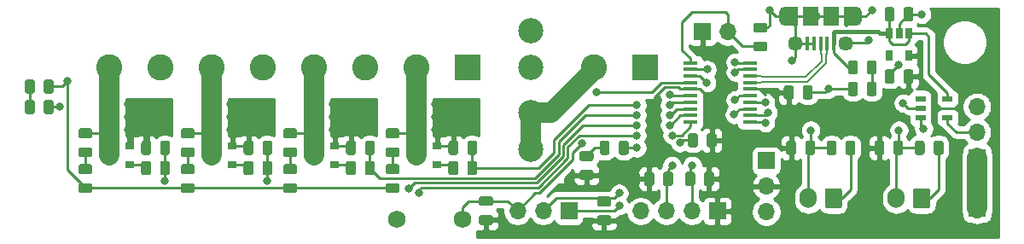
<source format=gbr>
G04 #@! TF.GenerationSoftware,KiCad,Pcbnew,(5.1.5)-3*
G04 #@! TF.CreationDate,2020-04-21T11:06:46-04:00*
G04 #@! TF.ProjectId,STM32_Klipper_Expander,53544d33-325f-44b6-9c69-707065725f45,B*
G04 #@! TF.SameCoordinates,Original*
G04 #@! TF.FileFunction,Copper,L1,Top*
G04 #@! TF.FilePolarity,Positive*
%FSLAX46Y46*%
G04 Gerber Fmt 4.6, Leading zero omitted, Abs format (unit mm)*
G04 Created by KiCad (PCBNEW (5.1.5)-3) date 2020-04-21 11:06:46*
%MOMM*%
%LPD*%
G04 APERTURE LIST*
%ADD10R,1.050000X0.600000*%
%ADD11C,0.100000*%
%ADD12O,1.700000X1.700000*%
%ADD13R,1.700000X1.700000*%
%ADD14R,1.200000X1.900000*%
%ADD15O,1.200000X1.900000*%
%ADD16R,1.500000X1.900000*%
%ADD17C,1.450000*%
%ADD18R,0.400000X1.350000*%
%ADD19O,1.700000X2.000000*%
%ADD20C,2.500000*%
%ADD21R,2.600000X2.600000*%
%ADD22C,2.600000*%
%ADD23R,0.900000X0.800000*%
%ADD24R,1.450000X0.450000*%
%ADD25R,0.650000X1.060000*%
%ADD26C,1.750000*%
%ADD27C,0.800000*%
%ADD28C,0.250000*%
%ADD29C,0.200000*%
%ADD30C,2.000000*%
%ADD31C,0.400000*%
%ADD32C,0.254000*%
G04 APERTURE END LIST*
D10*
X191628000Y-85614000D03*
X191628000Y-86564000D03*
X191628000Y-87514000D03*
X194328000Y-87514000D03*
X194328000Y-85614000D03*
G04 #@! TA.AperFunction,SMDPad,CuDef*
D11*
G36*
X105410142Y-83706174D02*
G01*
X105433803Y-83709684D01*
X105457007Y-83715496D01*
X105479529Y-83723554D01*
X105501153Y-83733782D01*
X105521670Y-83746079D01*
X105540883Y-83760329D01*
X105558607Y-83776393D01*
X105574671Y-83794117D01*
X105588921Y-83813330D01*
X105601218Y-83833847D01*
X105611446Y-83855471D01*
X105619504Y-83877993D01*
X105625316Y-83901197D01*
X105628826Y-83924858D01*
X105630000Y-83948750D01*
X105630000Y-84861250D01*
X105628826Y-84885142D01*
X105625316Y-84908803D01*
X105619504Y-84932007D01*
X105611446Y-84954529D01*
X105601218Y-84976153D01*
X105588921Y-84996670D01*
X105574671Y-85015883D01*
X105558607Y-85033607D01*
X105540883Y-85049671D01*
X105521670Y-85063921D01*
X105501153Y-85076218D01*
X105479529Y-85086446D01*
X105457007Y-85094504D01*
X105433803Y-85100316D01*
X105410142Y-85103826D01*
X105386250Y-85105000D01*
X104898750Y-85105000D01*
X104874858Y-85103826D01*
X104851197Y-85100316D01*
X104827993Y-85094504D01*
X104805471Y-85086446D01*
X104783847Y-85076218D01*
X104763330Y-85063921D01*
X104744117Y-85049671D01*
X104726393Y-85033607D01*
X104710329Y-85015883D01*
X104696079Y-84996670D01*
X104683782Y-84976153D01*
X104673554Y-84954529D01*
X104665496Y-84932007D01*
X104659684Y-84908803D01*
X104656174Y-84885142D01*
X104655000Y-84861250D01*
X104655000Y-83948750D01*
X104656174Y-83924858D01*
X104659684Y-83901197D01*
X104665496Y-83877993D01*
X104673554Y-83855471D01*
X104683782Y-83833847D01*
X104696079Y-83813330D01*
X104710329Y-83794117D01*
X104726393Y-83776393D01*
X104744117Y-83760329D01*
X104763330Y-83746079D01*
X104783847Y-83733782D01*
X104805471Y-83723554D01*
X104827993Y-83715496D01*
X104851197Y-83709684D01*
X104874858Y-83706174D01*
X104898750Y-83705000D01*
X105386250Y-83705000D01*
X105410142Y-83706174D01*
G37*
G04 #@! TD.AperFunction*
G04 #@! TA.AperFunction,SMDPad,CuDef*
G36*
X103535142Y-83706174D02*
G01*
X103558803Y-83709684D01*
X103582007Y-83715496D01*
X103604529Y-83723554D01*
X103626153Y-83733782D01*
X103646670Y-83746079D01*
X103665883Y-83760329D01*
X103683607Y-83776393D01*
X103699671Y-83794117D01*
X103713921Y-83813330D01*
X103726218Y-83833847D01*
X103736446Y-83855471D01*
X103744504Y-83877993D01*
X103750316Y-83901197D01*
X103753826Y-83924858D01*
X103755000Y-83948750D01*
X103755000Y-84861250D01*
X103753826Y-84885142D01*
X103750316Y-84908803D01*
X103744504Y-84932007D01*
X103736446Y-84954529D01*
X103726218Y-84976153D01*
X103713921Y-84996670D01*
X103699671Y-85015883D01*
X103683607Y-85033607D01*
X103665883Y-85049671D01*
X103646670Y-85063921D01*
X103626153Y-85076218D01*
X103604529Y-85086446D01*
X103582007Y-85094504D01*
X103558803Y-85100316D01*
X103535142Y-85103826D01*
X103511250Y-85105000D01*
X103023750Y-85105000D01*
X102999858Y-85103826D01*
X102976197Y-85100316D01*
X102952993Y-85094504D01*
X102930471Y-85086446D01*
X102908847Y-85076218D01*
X102888330Y-85063921D01*
X102869117Y-85049671D01*
X102851393Y-85033607D01*
X102835329Y-85015883D01*
X102821079Y-84996670D01*
X102808782Y-84976153D01*
X102798554Y-84954529D01*
X102790496Y-84932007D01*
X102784684Y-84908803D01*
X102781174Y-84885142D01*
X102780000Y-84861250D01*
X102780000Y-83948750D01*
X102781174Y-83924858D01*
X102784684Y-83901197D01*
X102790496Y-83877993D01*
X102798554Y-83855471D01*
X102808782Y-83833847D01*
X102821079Y-83813330D01*
X102835329Y-83794117D01*
X102851393Y-83776393D01*
X102869117Y-83760329D01*
X102888330Y-83746079D01*
X102908847Y-83733782D01*
X102930471Y-83723554D01*
X102952993Y-83715496D01*
X102976197Y-83709684D01*
X102999858Y-83706174D01*
X103023750Y-83705000D01*
X103511250Y-83705000D01*
X103535142Y-83706174D01*
G37*
G04 #@! TD.AperFunction*
G04 #@! TA.AperFunction,SMDPad,CuDef*
G36*
X185196142Y-81801174D02*
G01*
X185219803Y-81804684D01*
X185243007Y-81810496D01*
X185265529Y-81818554D01*
X185287153Y-81828782D01*
X185307670Y-81841079D01*
X185326883Y-81855329D01*
X185344607Y-81871393D01*
X185360671Y-81889117D01*
X185374921Y-81908330D01*
X185387218Y-81928847D01*
X185397446Y-81950471D01*
X185405504Y-81972993D01*
X185411316Y-81996197D01*
X185414826Y-82019858D01*
X185416000Y-82043750D01*
X185416000Y-82956250D01*
X185414826Y-82980142D01*
X185411316Y-83003803D01*
X185405504Y-83027007D01*
X185397446Y-83049529D01*
X185387218Y-83071153D01*
X185374921Y-83091670D01*
X185360671Y-83110883D01*
X185344607Y-83128607D01*
X185326883Y-83144671D01*
X185307670Y-83158921D01*
X185287153Y-83171218D01*
X185265529Y-83181446D01*
X185243007Y-83189504D01*
X185219803Y-83195316D01*
X185196142Y-83198826D01*
X185172250Y-83200000D01*
X184684750Y-83200000D01*
X184660858Y-83198826D01*
X184637197Y-83195316D01*
X184613993Y-83189504D01*
X184591471Y-83181446D01*
X184569847Y-83171218D01*
X184549330Y-83158921D01*
X184530117Y-83144671D01*
X184512393Y-83128607D01*
X184496329Y-83110883D01*
X184482079Y-83091670D01*
X184469782Y-83071153D01*
X184459554Y-83049529D01*
X184451496Y-83027007D01*
X184445684Y-83003803D01*
X184442174Y-82980142D01*
X184441000Y-82956250D01*
X184441000Y-82043750D01*
X184442174Y-82019858D01*
X184445684Y-81996197D01*
X184451496Y-81972993D01*
X184459554Y-81950471D01*
X184469782Y-81928847D01*
X184482079Y-81908330D01*
X184496329Y-81889117D01*
X184512393Y-81871393D01*
X184530117Y-81855329D01*
X184549330Y-81841079D01*
X184569847Y-81828782D01*
X184591471Y-81818554D01*
X184613993Y-81810496D01*
X184637197Y-81804684D01*
X184660858Y-81801174D01*
X184684750Y-81800000D01*
X185172250Y-81800000D01*
X185196142Y-81801174D01*
G37*
G04 #@! TD.AperFunction*
G04 #@! TA.AperFunction,SMDPad,CuDef*
G36*
X187071142Y-81801174D02*
G01*
X187094803Y-81804684D01*
X187118007Y-81810496D01*
X187140529Y-81818554D01*
X187162153Y-81828782D01*
X187182670Y-81841079D01*
X187201883Y-81855329D01*
X187219607Y-81871393D01*
X187235671Y-81889117D01*
X187249921Y-81908330D01*
X187262218Y-81928847D01*
X187272446Y-81950471D01*
X187280504Y-81972993D01*
X187286316Y-81996197D01*
X187289826Y-82019858D01*
X187291000Y-82043750D01*
X187291000Y-82956250D01*
X187289826Y-82980142D01*
X187286316Y-83003803D01*
X187280504Y-83027007D01*
X187272446Y-83049529D01*
X187262218Y-83071153D01*
X187249921Y-83091670D01*
X187235671Y-83110883D01*
X187219607Y-83128607D01*
X187201883Y-83144671D01*
X187182670Y-83158921D01*
X187162153Y-83171218D01*
X187140529Y-83181446D01*
X187118007Y-83189504D01*
X187094803Y-83195316D01*
X187071142Y-83198826D01*
X187047250Y-83200000D01*
X186559750Y-83200000D01*
X186535858Y-83198826D01*
X186512197Y-83195316D01*
X186488993Y-83189504D01*
X186466471Y-83181446D01*
X186444847Y-83171218D01*
X186424330Y-83158921D01*
X186405117Y-83144671D01*
X186387393Y-83128607D01*
X186371329Y-83110883D01*
X186357079Y-83091670D01*
X186344782Y-83071153D01*
X186334554Y-83049529D01*
X186326496Y-83027007D01*
X186320684Y-83003803D01*
X186317174Y-82980142D01*
X186316000Y-82956250D01*
X186316000Y-82043750D01*
X186317174Y-82019858D01*
X186320684Y-81996197D01*
X186326496Y-81972993D01*
X186334554Y-81950471D01*
X186344782Y-81928847D01*
X186357079Y-81908330D01*
X186371329Y-81889117D01*
X186387393Y-81871393D01*
X186405117Y-81855329D01*
X186424330Y-81841079D01*
X186444847Y-81828782D01*
X186466471Y-81818554D01*
X186488993Y-81810496D01*
X186512197Y-81804684D01*
X186535858Y-81801174D01*
X186559750Y-81800000D01*
X187047250Y-81800000D01*
X187071142Y-81801174D01*
G37*
G04 #@! TD.AperFunction*
D12*
X176341000Y-96851000D03*
X176341000Y-94311000D03*
D13*
X176341000Y-91771000D03*
G04 #@! TA.AperFunction,SMDPad,CuDef*
D11*
G36*
X103535142Y-85738174D02*
G01*
X103558803Y-85741684D01*
X103582007Y-85747496D01*
X103604529Y-85755554D01*
X103626153Y-85765782D01*
X103646670Y-85778079D01*
X103665883Y-85792329D01*
X103683607Y-85808393D01*
X103699671Y-85826117D01*
X103713921Y-85845330D01*
X103726218Y-85865847D01*
X103736446Y-85887471D01*
X103744504Y-85909993D01*
X103750316Y-85933197D01*
X103753826Y-85956858D01*
X103755000Y-85980750D01*
X103755000Y-86893250D01*
X103753826Y-86917142D01*
X103750316Y-86940803D01*
X103744504Y-86964007D01*
X103736446Y-86986529D01*
X103726218Y-87008153D01*
X103713921Y-87028670D01*
X103699671Y-87047883D01*
X103683607Y-87065607D01*
X103665883Y-87081671D01*
X103646670Y-87095921D01*
X103626153Y-87108218D01*
X103604529Y-87118446D01*
X103582007Y-87126504D01*
X103558803Y-87132316D01*
X103535142Y-87135826D01*
X103511250Y-87137000D01*
X103023750Y-87137000D01*
X102999858Y-87135826D01*
X102976197Y-87132316D01*
X102952993Y-87126504D01*
X102930471Y-87118446D01*
X102908847Y-87108218D01*
X102888330Y-87095921D01*
X102869117Y-87081671D01*
X102851393Y-87065607D01*
X102835329Y-87047883D01*
X102821079Y-87028670D01*
X102808782Y-87008153D01*
X102798554Y-86986529D01*
X102790496Y-86964007D01*
X102784684Y-86940803D01*
X102781174Y-86917142D01*
X102780000Y-86893250D01*
X102780000Y-85980750D01*
X102781174Y-85956858D01*
X102784684Y-85933197D01*
X102790496Y-85909993D01*
X102798554Y-85887471D01*
X102808782Y-85865847D01*
X102821079Y-85845330D01*
X102835329Y-85826117D01*
X102851393Y-85808393D01*
X102869117Y-85792329D01*
X102888330Y-85778079D01*
X102908847Y-85765782D01*
X102930471Y-85755554D01*
X102952993Y-85747496D01*
X102976197Y-85741684D01*
X102999858Y-85738174D01*
X103023750Y-85737000D01*
X103511250Y-85737000D01*
X103535142Y-85738174D01*
G37*
G04 #@! TD.AperFunction*
G04 #@! TA.AperFunction,SMDPad,CuDef*
G36*
X105410142Y-85738174D02*
G01*
X105433803Y-85741684D01*
X105457007Y-85747496D01*
X105479529Y-85755554D01*
X105501153Y-85765782D01*
X105521670Y-85778079D01*
X105540883Y-85792329D01*
X105558607Y-85808393D01*
X105574671Y-85826117D01*
X105588921Y-85845330D01*
X105601218Y-85865847D01*
X105611446Y-85887471D01*
X105619504Y-85909993D01*
X105625316Y-85933197D01*
X105628826Y-85956858D01*
X105630000Y-85980750D01*
X105630000Y-86893250D01*
X105628826Y-86917142D01*
X105625316Y-86940803D01*
X105619504Y-86964007D01*
X105611446Y-86986529D01*
X105601218Y-87008153D01*
X105588921Y-87028670D01*
X105574671Y-87047883D01*
X105558607Y-87065607D01*
X105540883Y-87081671D01*
X105521670Y-87095921D01*
X105501153Y-87108218D01*
X105479529Y-87118446D01*
X105457007Y-87126504D01*
X105433803Y-87132316D01*
X105410142Y-87135826D01*
X105386250Y-87137000D01*
X104898750Y-87137000D01*
X104874858Y-87135826D01*
X104851197Y-87132316D01*
X104827993Y-87126504D01*
X104805471Y-87118446D01*
X104783847Y-87108218D01*
X104763330Y-87095921D01*
X104744117Y-87081671D01*
X104726393Y-87065607D01*
X104710329Y-87047883D01*
X104696079Y-87028670D01*
X104683782Y-87008153D01*
X104673554Y-86986529D01*
X104665496Y-86964007D01*
X104659684Y-86940803D01*
X104656174Y-86917142D01*
X104655000Y-86893250D01*
X104655000Y-85980750D01*
X104656174Y-85956858D01*
X104659684Y-85933197D01*
X104665496Y-85909993D01*
X104673554Y-85887471D01*
X104683782Y-85865847D01*
X104696079Y-85845330D01*
X104710329Y-85826117D01*
X104726393Y-85808393D01*
X104744117Y-85792329D01*
X104763330Y-85778079D01*
X104783847Y-85765782D01*
X104805471Y-85755554D01*
X104827993Y-85747496D01*
X104851197Y-85741684D01*
X104874858Y-85738174D01*
X104898750Y-85737000D01*
X105386250Y-85737000D01*
X105410142Y-85738174D01*
G37*
G04 #@! TD.AperFunction*
G04 #@! TA.AperFunction,SMDPad,CuDef*
G36*
X187071142Y-83960174D02*
G01*
X187094803Y-83963684D01*
X187118007Y-83969496D01*
X187140529Y-83977554D01*
X187162153Y-83987782D01*
X187182670Y-84000079D01*
X187201883Y-84014329D01*
X187219607Y-84030393D01*
X187235671Y-84048117D01*
X187249921Y-84067330D01*
X187262218Y-84087847D01*
X187272446Y-84109471D01*
X187280504Y-84131993D01*
X187286316Y-84155197D01*
X187289826Y-84178858D01*
X187291000Y-84202750D01*
X187291000Y-85115250D01*
X187289826Y-85139142D01*
X187286316Y-85162803D01*
X187280504Y-85186007D01*
X187272446Y-85208529D01*
X187262218Y-85230153D01*
X187249921Y-85250670D01*
X187235671Y-85269883D01*
X187219607Y-85287607D01*
X187201883Y-85303671D01*
X187182670Y-85317921D01*
X187162153Y-85330218D01*
X187140529Y-85340446D01*
X187118007Y-85348504D01*
X187094803Y-85354316D01*
X187071142Y-85357826D01*
X187047250Y-85359000D01*
X186559750Y-85359000D01*
X186535858Y-85357826D01*
X186512197Y-85354316D01*
X186488993Y-85348504D01*
X186466471Y-85340446D01*
X186444847Y-85330218D01*
X186424330Y-85317921D01*
X186405117Y-85303671D01*
X186387393Y-85287607D01*
X186371329Y-85269883D01*
X186357079Y-85250670D01*
X186344782Y-85230153D01*
X186334554Y-85208529D01*
X186326496Y-85186007D01*
X186320684Y-85162803D01*
X186317174Y-85139142D01*
X186316000Y-85115250D01*
X186316000Y-84202750D01*
X186317174Y-84178858D01*
X186320684Y-84155197D01*
X186326496Y-84131993D01*
X186334554Y-84109471D01*
X186344782Y-84087847D01*
X186357079Y-84067330D01*
X186371329Y-84048117D01*
X186387393Y-84030393D01*
X186405117Y-84014329D01*
X186424330Y-84000079D01*
X186444847Y-83987782D01*
X186466471Y-83977554D01*
X186488993Y-83969496D01*
X186512197Y-83963684D01*
X186535858Y-83960174D01*
X186559750Y-83959000D01*
X187047250Y-83959000D01*
X187071142Y-83960174D01*
G37*
G04 #@! TD.AperFunction*
G04 #@! TA.AperFunction,SMDPad,CuDef*
G36*
X185196142Y-83960174D02*
G01*
X185219803Y-83963684D01*
X185243007Y-83969496D01*
X185265529Y-83977554D01*
X185287153Y-83987782D01*
X185307670Y-84000079D01*
X185326883Y-84014329D01*
X185344607Y-84030393D01*
X185360671Y-84048117D01*
X185374921Y-84067330D01*
X185387218Y-84087847D01*
X185397446Y-84109471D01*
X185405504Y-84131993D01*
X185411316Y-84155197D01*
X185414826Y-84178858D01*
X185416000Y-84202750D01*
X185416000Y-85115250D01*
X185414826Y-85139142D01*
X185411316Y-85162803D01*
X185405504Y-85186007D01*
X185397446Y-85208529D01*
X185387218Y-85230153D01*
X185374921Y-85250670D01*
X185360671Y-85269883D01*
X185344607Y-85287607D01*
X185326883Y-85303671D01*
X185307670Y-85317921D01*
X185287153Y-85330218D01*
X185265529Y-85340446D01*
X185243007Y-85348504D01*
X185219803Y-85354316D01*
X185196142Y-85357826D01*
X185172250Y-85359000D01*
X184684750Y-85359000D01*
X184660858Y-85357826D01*
X184637197Y-85354316D01*
X184613993Y-85348504D01*
X184591471Y-85340446D01*
X184569847Y-85330218D01*
X184549330Y-85317921D01*
X184530117Y-85303671D01*
X184512393Y-85287607D01*
X184496329Y-85269883D01*
X184482079Y-85250670D01*
X184469782Y-85230153D01*
X184459554Y-85208529D01*
X184451496Y-85186007D01*
X184445684Y-85162803D01*
X184442174Y-85139142D01*
X184441000Y-85115250D01*
X184441000Y-84202750D01*
X184442174Y-84178858D01*
X184445684Y-84155197D01*
X184451496Y-84131993D01*
X184459554Y-84109471D01*
X184469782Y-84087847D01*
X184482079Y-84067330D01*
X184496329Y-84048117D01*
X184512393Y-84030393D01*
X184530117Y-84014329D01*
X184549330Y-84000079D01*
X184569847Y-83987782D01*
X184591471Y-83977554D01*
X184613993Y-83969496D01*
X184637197Y-83963684D01*
X184660858Y-83960174D01*
X184684750Y-83959000D01*
X185172250Y-83959000D01*
X185196142Y-83960174D01*
G37*
G04 #@! TD.AperFunction*
G04 #@! TA.AperFunction,SMDPad,CuDef*
G36*
X109257142Y-94000174D02*
G01*
X109280803Y-94003684D01*
X109304007Y-94009496D01*
X109326529Y-94017554D01*
X109348153Y-94027782D01*
X109368670Y-94040079D01*
X109387883Y-94054329D01*
X109405607Y-94070393D01*
X109421671Y-94088117D01*
X109435921Y-94107330D01*
X109448218Y-94127847D01*
X109458446Y-94149471D01*
X109466504Y-94171993D01*
X109472316Y-94195197D01*
X109475826Y-94218858D01*
X109477000Y-94242750D01*
X109477000Y-94730250D01*
X109475826Y-94754142D01*
X109472316Y-94777803D01*
X109466504Y-94801007D01*
X109458446Y-94823529D01*
X109448218Y-94845153D01*
X109435921Y-94865670D01*
X109421671Y-94884883D01*
X109405607Y-94902607D01*
X109387883Y-94918671D01*
X109368670Y-94932921D01*
X109348153Y-94945218D01*
X109326529Y-94955446D01*
X109304007Y-94963504D01*
X109280803Y-94969316D01*
X109257142Y-94972826D01*
X109233250Y-94974000D01*
X108320750Y-94974000D01*
X108296858Y-94972826D01*
X108273197Y-94969316D01*
X108249993Y-94963504D01*
X108227471Y-94955446D01*
X108205847Y-94945218D01*
X108185330Y-94932921D01*
X108166117Y-94918671D01*
X108148393Y-94902607D01*
X108132329Y-94884883D01*
X108118079Y-94865670D01*
X108105782Y-94845153D01*
X108095554Y-94823529D01*
X108087496Y-94801007D01*
X108081684Y-94777803D01*
X108078174Y-94754142D01*
X108077000Y-94730250D01*
X108077000Y-94242750D01*
X108078174Y-94218858D01*
X108081684Y-94195197D01*
X108087496Y-94171993D01*
X108095554Y-94149471D01*
X108105782Y-94127847D01*
X108118079Y-94107330D01*
X108132329Y-94088117D01*
X108148393Y-94070393D01*
X108166117Y-94054329D01*
X108185330Y-94040079D01*
X108205847Y-94027782D01*
X108227471Y-94017554D01*
X108249993Y-94009496D01*
X108273197Y-94003684D01*
X108296858Y-94000174D01*
X108320750Y-93999000D01*
X109233250Y-93999000D01*
X109257142Y-94000174D01*
G37*
G04 #@! TD.AperFunction*
G04 #@! TA.AperFunction,SMDPad,CuDef*
G36*
X109257142Y-92125174D02*
G01*
X109280803Y-92128684D01*
X109304007Y-92134496D01*
X109326529Y-92142554D01*
X109348153Y-92152782D01*
X109368670Y-92165079D01*
X109387883Y-92179329D01*
X109405607Y-92195393D01*
X109421671Y-92213117D01*
X109435921Y-92232330D01*
X109448218Y-92252847D01*
X109458446Y-92274471D01*
X109466504Y-92296993D01*
X109472316Y-92320197D01*
X109475826Y-92343858D01*
X109477000Y-92367750D01*
X109477000Y-92855250D01*
X109475826Y-92879142D01*
X109472316Y-92902803D01*
X109466504Y-92926007D01*
X109458446Y-92948529D01*
X109448218Y-92970153D01*
X109435921Y-92990670D01*
X109421671Y-93009883D01*
X109405607Y-93027607D01*
X109387883Y-93043671D01*
X109368670Y-93057921D01*
X109348153Y-93070218D01*
X109326529Y-93080446D01*
X109304007Y-93088504D01*
X109280803Y-93094316D01*
X109257142Y-93097826D01*
X109233250Y-93099000D01*
X108320750Y-93099000D01*
X108296858Y-93097826D01*
X108273197Y-93094316D01*
X108249993Y-93088504D01*
X108227471Y-93080446D01*
X108205847Y-93070218D01*
X108185330Y-93057921D01*
X108166117Y-93043671D01*
X108148393Y-93027607D01*
X108132329Y-93009883D01*
X108118079Y-92990670D01*
X108105782Y-92970153D01*
X108095554Y-92948529D01*
X108087496Y-92926007D01*
X108081684Y-92902803D01*
X108078174Y-92879142D01*
X108077000Y-92855250D01*
X108077000Y-92367750D01*
X108078174Y-92343858D01*
X108081684Y-92320197D01*
X108087496Y-92296993D01*
X108095554Y-92274471D01*
X108105782Y-92252847D01*
X108118079Y-92232330D01*
X108132329Y-92213117D01*
X108148393Y-92195393D01*
X108166117Y-92179329D01*
X108185330Y-92165079D01*
X108205847Y-92152782D01*
X108227471Y-92142554D01*
X108249993Y-92134496D01*
X108273197Y-92128684D01*
X108296858Y-92125174D01*
X108320750Y-92124000D01*
X109233250Y-92124000D01*
X109257142Y-92125174D01*
G37*
G04 #@! TD.AperFunction*
G04 #@! TA.AperFunction,SMDPad,CuDef*
G36*
X109257142Y-88569174D02*
G01*
X109280803Y-88572684D01*
X109304007Y-88578496D01*
X109326529Y-88586554D01*
X109348153Y-88596782D01*
X109368670Y-88609079D01*
X109387883Y-88623329D01*
X109405607Y-88639393D01*
X109421671Y-88657117D01*
X109435921Y-88676330D01*
X109448218Y-88696847D01*
X109458446Y-88718471D01*
X109466504Y-88740993D01*
X109472316Y-88764197D01*
X109475826Y-88787858D01*
X109477000Y-88811750D01*
X109477000Y-89299250D01*
X109475826Y-89323142D01*
X109472316Y-89346803D01*
X109466504Y-89370007D01*
X109458446Y-89392529D01*
X109448218Y-89414153D01*
X109435921Y-89434670D01*
X109421671Y-89453883D01*
X109405607Y-89471607D01*
X109387883Y-89487671D01*
X109368670Y-89501921D01*
X109348153Y-89514218D01*
X109326529Y-89524446D01*
X109304007Y-89532504D01*
X109280803Y-89538316D01*
X109257142Y-89541826D01*
X109233250Y-89543000D01*
X108320750Y-89543000D01*
X108296858Y-89541826D01*
X108273197Y-89538316D01*
X108249993Y-89532504D01*
X108227471Y-89524446D01*
X108205847Y-89514218D01*
X108185330Y-89501921D01*
X108166117Y-89487671D01*
X108148393Y-89471607D01*
X108132329Y-89453883D01*
X108118079Y-89434670D01*
X108105782Y-89414153D01*
X108095554Y-89392529D01*
X108087496Y-89370007D01*
X108081684Y-89346803D01*
X108078174Y-89323142D01*
X108077000Y-89299250D01*
X108077000Y-88811750D01*
X108078174Y-88787858D01*
X108081684Y-88764197D01*
X108087496Y-88740993D01*
X108095554Y-88718471D01*
X108105782Y-88696847D01*
X108118079Y-88676330D01*
X108132329Y-88657117D01*
X108148393Y-88639393D01*
X108166117Y-88623329D01*
X108185330Y-88609079D01*
X108205847Y-88596782D01*
X108227471Y-88586554D01*
X108249993Y-88578496D01*
X108273197Y-88572684D01*
X108296858Y-88569174D01*
X108320750Y-88568000D01*
X109233250Y-88568000D01*
X109257142Y-88569174D01*
G37*
G04 #@! TD.AperFunction*
G04 #@! TA.AperFunction,SMDPad,CuDef*
G36*
X109257142Y-90444174D02*
G01*
X109280803Y-90447684D01*
X109304007Y-90453496D01*
X109326529Y-90461554D01*
X109348153Y-90471782D01*
X109368670Y-90484079D01*
X109387883Y-90498329D01*
X109405607Y-90514393D01*
X109421671Y-90532117D01*
X109435921Y-90551330D01*
X109448218Y-90571847D01*
X109458446Y-90593471D01*
X109466504Y-90615993D01*
X109472316Y-90639197D01*
X109475826Y-90662858D01*
X109477000Y-90686750D01*
X109477000Y-91174250D01*
X109475826Y-91198142D01*
X109472316Y-91221803D01*
X109466504Y-91245007D01*
X109458446Y-91267529D01*
X109448218Y-91289153D01*
X109435921Y-91309670D01*
X109421671Y-91328883D01*
X109405607Y-91346607D01*
X109387883Y-91362671D01*
X109368670Y-91376921D01*
X109348153Y-91389218D01*
X109326529Y-91399446D01*
X109304007Y-91407504D01*
X109280803Y-91413316D01*
X109257142Y-91416826D01*
X109233250Y-91418000D01*
X108320750Y-91418000D01*
X108296858Y-91416826D01*
X108273197Y-91413316D01*
X108249993Y-91407504D01*
X108227471Y-91399446D01*
X108205847Y-91389218D01*
X108185330Y-91376921D01*
X108166117Y-91362671D01*
X108148393Y-91346607D01*
X108132329Y-91328883D01*
X108118079Y-91309670D01*
X108105782Y-91289153D01*
X108095554Y-91267529D01*
X108087496Y-91245007D01*
X108081684Y-91221803D01*
X108078174Y-91198142D01*
X108077000Y-91174250D01*
X108077000Y-90686750D01*
X108078174Y-90662858D01*
X108081684Y-90639197D01*
X108087496Y-90615993D01*
X108095554Y-90593471D01*
X108105782Y-90571847D01*
X108118079Y-90551330D01*
X108132329Y-90532117D01*
X108148393Y-90514393D01*
X108166117Y-90498329D01*
X108185330Y-90484079D01*
X108205847Y-90471782D01*
X108227471Y-90461554D01*
X108249993Y-90453496D01*
X108273197Y-90447684D01*
X108296858Y-90444174D01*
X108320750Y-90443000D01*
X109233250Y-90443000D01*
X109257142Y-90444174D01*
G37*
G04 #@! TD.AperFunction*
G04 #@! TA.AperFunction,SMDPad,CuDef*
G36*
X119417142Y-94000174D02*
G01*
X119440803Y-94003684D01*
X119464007Y-94009496D01*
X119486529Y-94017554D01*
X119508153Y-94027782D01*
X119528670Y-94040079D01*
X119547883Y-94054329D01*
X119565607Y-94070393D01*
X119581671Y-94088117D01*
X119595921Y-94107330D01*
X119608218Y-94127847D01*
X119618446Y-94149471D01*
X119626504Y-94171993D01*
X119632316Y-94195197D01*
X119635826Y-94218858D01*
X119637000Y-94242750D01*
X119637000Y-94730250D01*
X119635826Y-94754142D01*
X119632316Y-94777803D01*
X119626504Y-94801007D01*
X119618446Y-94823529D01*
X119608218Y-94845153D01*
X119595921Y-94865670D01*
X119581671Y-94884883D01*
X119565607Y-94902607D01*
X119547883Y-94918671D01*
X119528670Y-94932921D01*
X119508153Y-94945218D01*
X119486529Y-94955446D01*
X119464007Y-94963504D01*
X119440803Y-94969316D01*
X119417142Y-94972826D01*
X119393250Y-94974000D01*
X118480750Y-94974000D01*
X118456858Y-94972826D01*
X118433197Y-94969316D01*
X118409993Y-94963504D01*
X118387471Y-94955446D01*
X118365847Y-94945218D01*
X118345330Y-94932921D01*
X118326117Y-94918671D01*
X118308393Y-94902607D01*
X118292329Y-94884883D01*
X118278079Y-94865670D01*
X118265782Y-94845153D01*
X118255554Y-94823529D01*
X118247496Y-94801007D01*
X118241684Y-94777803D01*
X118238174Y-94754142D01*
X118237000Y-94730250D01*
X118237000Y-94242750D01*
X118238174Y-94218858D01*
X118241684Y-94195197D01*
X118247496Y-94171993D01*
X118255554Y-94149471D01*
X118265782Y-94127847D01*
X118278079Y-94107330D01*
X118292329Y-94088117D01*
X118308393Y-94070393D01*
X118326117Y-94054329D01*
X118345330Y-94040079D01*
X118365847Y-94027782D01*
X118387471Y-94017554D01*
X118409993Y-94009496D01*
X118433197Y-94003684D01*
X118456858Y-94000174D01*
X118480750Y-93999000D01*
X119393250Y-93999000D01*
X119417142Y-94000174D01*
G37*
G04 #@! TD.AperFunction*
G04 #@! TA.AperFunction,SMDPad,CuDef*
G36*
X119417142Y-92125174D02*
G01*
X119440803Y-92128684D01*
X119464007Y-92134496D01*
X119486529Y-92142554D01*
X119508153Y-92152782D01*
X119528670Y-92165079D01*
X119547883Y-92179329D01*
X119565607Y-92195393D01*
X119581671Y-92213117D01*
X119595921Y-92232330D01*
X119608218Y-92252847D01*
X119618446Y-92274471D01*
X119626504Y-92296993D01*
X119632316Y-92320197D01*
X119635826Y-92343858D01*
X119637000Y-92367750D01*
X119637000Y-92855250D01*
X119635826Y-92879142D01*
X119632316Y-92902803D01*
X119626504Y-92926007D01*
X119618446Y-92948529D01*
X119608218Y-92970153D01*
X119595921Y-92990670D01*
X119581671Y-93009883D01*
X119565607Y-93027607D01*
X119547883Y-93043671D01*
X119528670Y-93057921D01*
X119508153Y-93070218D01*
X119486529Y-93080446D01*
X119464007Y-93088504D01*
X119440803Y-93094316D01*
X119417142Y-93097826D01*
X119393250Y-93099000D01*
X118480750Y-93099000D01*
X118456858Y-93097826D01*
X118433197Y-93094316D01*
X118409993Y-93088504D01*
X118387471Y-93080446D01*
X118365847Y-93070218D01*
X118345330Y-93057921D01*
X118326117Y-93043671D01*
X118308393Y-93027607D01*
X118292329Y-93009883D01*
X118278079Y-92990670D01*
X118265782Y-92970153D01*
X118255554Y-92948529D01*
X118247496Y-92926007D01*
X118241684Y-92902803D01*
X118238174Y-92879142D01*
X118237000Y-92855250D01*
X118237000Y-92367750D01*
X118238174Y-92343858D01*
X118241684Y-92320197D01*
X118247496Y-92296993D01*
X118255554Y-92274471D01*
X118265782Y-92252847D01*
X118278079Y-92232330D01*
X118292329Y-92213117D01*
X118308393Y-92195393D01*
X118326117Y-92179329D01*
X118345330Y-92165079D01*
X118365847Y-92152782D01*
X118387471Y-92142554D01*
X118409993Y-92134496D01*
X118433197Y-92128684D01*
X118456858Y-92125174D01*
X118480750Y-92124000D01*
X119393250Y-92124000D01*
X119417142Y-92125174D01*
G37*
G04 #@! TD.AperFunction*
G04 #@! TA.AperFunction,SMDPad,CuDef*
G36*
X119417142Y-88569174D02*
G01*
X119440803Y-88572684D01*
X119464007Y-88578496D01*
X119486529Y-88586554D01*
X119508153Y-88596782D01*
X119528670Y-88609079D01*
X119547883Y-88623329D01*
X119565607Y-88639393D01*
X119581671Y-88657117D01*
X119595921Y-88676330D01*
X119608218Y-88696847D01*
X119618446Y-88718471D01*
X119626504Y-88740993D01*
X119632316Y-88764197D01*
X119635826Y-88787858D01*
X119637000Y-88811750D01*
X119637000Y-89299250D01*
X119635826Y-89323142D01*
X119632316Y-89346803D01*
X119626504Y-89370007D01*
X119618446Y-89392529D01*
X119608218Y-89414153D01*
X119595921Y-89434670D01*
X119581671Y-89453883D01*
X119565607Y-89471607D01*
X119547883Y-89487671D01*
X119528670Y-89501921D01*
X119508153Y-89514218D01*
X119486529Y-89524446D01*
X119464007Y-89532504D01*
X119440803Y-89538316D01*
X119417142Y-89541826D01*
X119393250Y-89543000D01*
X118480750Y-89543000D01*
X118456858Y-89541826D01*
X118433197Y-89538316D01*
X118409993Y-89532504D01*
X118387471Y-89524446D01*
X118365847Y-89514218D01*
X118345330Y-89501921D01*
X118326117Y-89487671D01*
X118308393Y-89471607D01*
X118292329Y-89453883D01*
X118278079Y-89434670D01*
X118265782Y-89414153D01*
X118255554Y-89392529D01*
X118247496Y-89370007D01*
X118241684Y-89346803D01*
X118238174Y-89323142D01*
X118237000Y-89299250D01*
X118237000Y-88811750D01*
X118238174Y-88787858D01*
X118241684Y-88764197D01*
X118247496Y-88740993D01*
X118255554Y-88718471D01*
X118265782Y-88696847D01*
X118278079Y-88676330D01*
X118292329Y-88657117D01*
X118308393Y-88639393D01*
X118326117Y-88623329D01*
X118345330Y-88609079D01*
X118365847Y-88596782D01*
X118387471Y-88586554D01*
X118409993Y-88578496D01*
X118433197Y-88572684D01*
X118456858Y-88569174D01*
X118480750Y-88568000D01*
X119393250Y-88568000D01*
X119417142Y-88569174D01*
G37*
G04 #@! TD.AperFunction*
G04 #@! TA.AperFunction,SMDPad,CuDef*
G36*
X119417142Y-90444174D02*
G01*
X119440803Y-90447684D01*
X119464007Y-90453496D01*
X119486529Y-90461554D01*
X119508153Y-90471782D01*
X119528670Y-90484079D01*
X119547883Y-90498329D01*
X119565607Y-90514393D01*
X119581671Y-90532117D01*
X119595921Y-90551330D01*
X119608218Y-90571847D01*
X119618446Y-90593471D01*
X119626504Y-90615993D01*
X119632316Y-90639197D01*
X119635826Y-90662858D01*
X119637000Y-90686750D01*
X119637000Y-91174250D01*
X119635826Y-91198142D01*
X119632316Y-91221803D01*
X119626504Y-91245007D01*
X119618446Y-91267529D01*
X119608218Y-91289153D01*
X119595921Y-91309670D01*
X119581671Y-91328883D01*
X119565607Y-91346607D01*
X119547883Y-91362671D01*
X119528670Y-91376921D01*
X119508153Y-91389218D01*
X119486529Y-91399446D01*
X119464007Y-91407504D01*
X119440803Y-91413316D01*
X119417142Y-91416826D01*
X119393250Y-91418000D01*
X118480750Y-91418000D01*
X118456858Y-91416826D01*
X118433197Y-91413316D01*
X118409993Y-91407504D01*
X118387471Y-91399446D01*
X118365847Y-91389218D01*
X118345330Y-91376921D01*
X118326117Y-91362671D01*
X118308393Y-91346607D01*
X118292329Y-91328883D01*
X118278079Y-91309670D01*
X118265782Y-91289153D01*
X118255554Y-91267529D01*
X118247496Y-91245007D01*
X118241684Y-91221803D01*
X118238174Y-91198142D01*
X118237000Y-91174250D01*
X118237000Y-90686750D01*
X118238174Y-90662858D01*
X118241684Y-90639197D01*
X118247496Y-90615993D01*
X118255554Y-90593471D01*
X118265782Y-90571847D01*
X118278079Y-90551330D01*
X118292329Y-90532117D01*
X118308393Y-90514393D01*
X118326117Y-90498329D01*
X118345330Y-90484079D01*
X118365847Y-90471782D01*
X118387471Y-90461554D01*
X118409993Y-90453496D01*
X118433197Y-90447684D01*
X118456858Y-90444174D01*
X118480750Y-90443000D01*
X119393250Y-90443000D01*
X119417142Y-90444174D01*
G37*
G04 #@! TD.AperFunction*
G04 #@! TA.AperFunction,SMDPad,CuDef*
G36*
X129577142Y-94000174D02*
G01*
X129600803Y-94003684D01*
X129624007Y-94009496D01*
X129646529Y-94017554D01*
X129668153Y-94027782D01*
X129688670Y-94040079D01*
X129707883Y-94054329D01*
X129725607Y-94070393D01*
X129741671Y-94088117D01*
X129755921Y-94107330D01*
X129768218Y-94127847D01*
X129778446Y-94149471D01*
X129786504Y-94171993D01*
X129792316Y-94195197D01*
X129795826Y-94218858D01*
X129797000Y-94242750D01*
X129797000Y-94730250D01*
X129795826Y-94754142D01*
X129792316Y-94777803D01*
X129786504Y-94801007D01*
X129778446Y-94823529D01*
X129768218Y-94845153D01*
X129755921Y-94865670D01*
X129741671Y-94884883D01*
X129725607Y-94902607D01*
X129707883Y-94918671D01*
X129688670Y-94932921D01*
X129668153Y-94945218D01*
X129646529Y-94955446D01*
X129624007Y-94963504D01*
X129600803Y-94969316D01*
X129577142Y-94972826D01*
X129553250Y-94974000D01*
X128640750Y-94974000D01*
X128616858Y-94972826D01*
X128593197Y-94969316D01*
X128569993Y-94963504D01*
X128547471Y-94955446D01*
X128525847Y-94945218D01*
X128505330Y-94932921D01*
X128486117Y-94918671D01*
X128468393Y-94902607D01*
X128452329Y-94884883D01*
X128438079Y-94865670D01*
X128425782Y-94845153D01*
X128415554Y-94823529D01*
X128407496Y-94801007D01*
X128401684Y-94777803D01*
X128398174Y-94754142D01*
X128397000Y-94730250D01*
X128397000Y-94242750D01*
X128398174Y-94218858D01*
X128401684Y-94195197D01*
X128407496Y-94171993D01*
X128415554Y-94149471D01*
X128425782Y-94127847D01*
X128438079Y-94107330D01*
X128452329Y-94088117D01*
X128468393Y-94070393D01*
X128486117Y-94054329D01*
X128505330Y-94040079D01*
X128525847Y-94027782D01*
X128547471Y-94017554D01*
X128569993Y-94009496D01*
X128593197Y-94003684D01*
X128616858Y-94000174D01*
X128640750Y-93999000D01*
X129553250Y-93999000D01*
X129577142Y-94000174D01*
G37*
G04 #@! TD.AperFunction*
G04 #@! TA.AperFunction,SMDPad,CuDef*
G36*
X129577142Y-92125174D02*
G01*
X129600803Y-92128684D01*
X129624007Y-92134496D01*
X129646529Y-92142554D01*
X129668153Y-92152782D01*
X129688670Y-92165079D01*
X129707883Y-92179329D01*
X129725607Y-92195393D01*
X129741671Y-92213117D01*
X129755921Y-92232330D01*
X129768218Y-92252847D01*
X129778446Y-92274471D01*
X129786504Y-92296993D01*
X129792316Y-92320197D01*
X129795826Y-92343858D01*
X129797000Y-92367750D01*
X129797000Y-92855250D01*
X129795826Y-92879142D01*
X129792316Y-92902803D01*
X129786504Y-92926007D01*
X129778446Y-92948529D01*
X129768218Y-92970153D01*
X129755921Y-92990670D01*
X129741671Y-93009883D01*
X129725607Y-93027607D01*
X129707883Y-93043671D01*
X129688670Y-93057921D01*
X129668153Y-93070218D01*
X129646529Y-93080446D01*
X129624007Y-93088504D01*
X129600803Y-93094316D01*
X129577142Y-93097826D01*
X129553250Y-93099000D01*
X128640750Y-93099000D01*
X128616858Y-93097826D01*
X128593197Y-93094316D01*
X128569993Y-93088504D01*
X128547471Y-93080446D01*
X128525847Y-93070218D01*
X128505330Y-93057921D01*
X128486117Y-93043671D01*
X128468393Y-93027607D01*
X128452329Y-93009883D01*
X128438079Y-92990670D01*
X128425782Y-92970153D01*
X128415554Y-92948529D01*
X128407496Y-92926007D01*
X128401684Y-92902803D01*
X128398174Y-92879142D01*
X128397000Y-92855250D01*
X128397000Y-92367750D01*
X128398174Y-92343858D01*
X128401684Y-92320197D01*
X128407496Y-92296993D01*
X128415554Y-92274471D01*
X128425782Y-92252847D01*
X128438079Y-92232330D01*
X128452329Y-92213117D01*
X128468393Y-92195393D01*
X128486117Y-92179329D01*
X128505330Y-92165079D01*
X128525847Y-92152782D01*
X128547471Y-92142554D01*
X128569993Y-92134496D01*
X128593197Y-92128684D01*
X128616858Y-92125174D01*
X128640750Y-92124000D01*
X129553250Y-92124000D01*
X129577142Y-92125174D01*
G37*
G04 #@! TD.AperFunction*
G04 #@! TA.AperFunction,SMDPad,CuDef*
G36*
X129577142Y-88569174D02*
G01*
X129600803Y-88572684D01*
X129624007Y-88578496D01*
X129646529Y-88586554D01*
X129668153Y-88596782D01*
X129688670Y-88609079D01*
X129707883Y-88623329D01*
X129725607Y-88639393D01*
X129741671Y-88657117D01*
X129755921Y-88676330D01*
X129768218Y-88696847D01*
X129778446Y-88718471D01*
X129786504Y-88740993D01*
X129792316Y-88764197D01*
X129795826Y-88787858D01*
X129797000Y-88811750D01*
X129797000Y-89299250D01*
X129795826Y-89323142D01*
X129792316Y-89346803D01*
X129786504Y-89370007D01*
X129778446Y-89392529D01*
X129768218Y-89414153D01*
X129755921Y-89434670D01*
X129741671Y-89453883D01*
X129725607Y-89471607D01*
X129707883Y-89487671D01*
X129688670Y-89501921D01*
X129668153Y-89514218D01*
X129646529Y-89524446D01*
X129624007Y-89532504D01*
X129600803Y-89538316D01*
X129577142Y-89541826D01*
X129553250Y-89543000D01*
X128640750Y-89543000D01*
X128616858Y-89541826D01*
X128593197Y-89538316D01*
X128569993Y-89532504D01*
X128547471Y-89524446D01*
X128525847Y-89514218D01*
X128505330Y-89501921D01*
X128486117Y-89487671D01*
X128468393Y-89471607D01*
X128452329Y-89453883D01*
X128438079Y-89434670D01*
X128425782Y-89414153D01*
X128415554Y-89392529D01*
X128407496Y-89370007D01*
X128401684Y-89346803D01*
X128398174Y-89323142D01*
X128397000Y-89299250D01*
X128397000Y-88811750D01*
X128398174Y-88787858D01*
X128401684Y-88764197D01*
X128407496Y-88740993D01*
X128415554Y-88718471D01*
X128425782Y-88696847D01*
X128438079Y-88676330D01*
X128452329Y-88657117D01*
X128468393Y-88639393D01*
X128486117Y-88623329D01*
X128505330Y-88609079D01*
X128525847Y-88596782D01*
X128547471Y-88586554D01*
X128569993Y-88578496D01*
X128593197Y-88572684D01*
X128616858Y-88569174D01*
X128640750Y-88568000D01*
X129553250Y-88568000D01*
X129577142Y-88569174D01*
G37*
G04 #@! TD.AperFunction*
G04 #@! TA.AperFunction,SMDPad,CuDef*
G36*
X129577142Y-90444174D02*
G01*
X129600803Y-90447684D01*
X129624007Y-90453496D01*
X129646529Y-90461554D01*
X129668153Y-90471782D01*
X129688670Y-90484079D01*
X129707883Y-90498329D01*
X129725607Y-90514393D01*
X129741671Y-90532117D01*
X129755921Y-90551330D01*
X129768218Y-90571847D01*
X129778446Y-90593471D01*
X129786504Y-90615993D01*
X129792316Y-90639197D01*
X129795826Y-90662858D01*
X129797000Y-90686750D01*
X129797000Y-91174250D01*
X129795826Y-91198142D01*
X129792316Y-91221803D01*
X129786504Y-91245007D01*
X129778446Y-91267529D01*
X129768218Y-91289153D01*
X129755921Y-91309670D01*
X129741671Y-91328883D01*
X129725607Y-91346607D01*
X129707883Y-91362671D01*
X129688670Y-91376921D01*
X129668153Y-91389218D01*
X129646529Y-91399446D01*
X129624007Y-91407504D01*
X129600803Y-91413316D01*
X129577142Y-91416826D01*
X129553250Y-91418000D01*
X128640750Y-91418000D01*
X128616858Y-91416826D01*
X128593197Y-91413316D01*
X128569993Y-91407504D01*
X128547471Y-91399446D01*
X128525847Y-91389218D01*
X128505330Y-91376921D01*
X128486117Y-91362671D01*
X128468393Y-91346607D01*
X128452329Y-91328883D01*
X128438079Y-91309670D01*
X128425782Y-91289153D01*
X128415554Y-91267529D01*
X128407496Y-91245007D01*
X128401684Y-91221803D01*
X128398174Y-91198142D01*
X128397000Y-91174250D01*
X128397000Y-90686750D01*
X128398174Y-90662858D01*
X128401684Y-90639197D01*
X128407496Y-90615993D01*
X128415554Y-90593471D01*
X128425782Y-90571847D01*
X128438079Y-90551330D01*
X128452329Y-90532117D01*
X128468393Y-90514393D01*
X128486117Y-90498329D01*
X128505330Y-90484079D01*
X128525847Y-90471782D01*
X128547471Y-90461554D01*
X128569993Y-90453496D01*
X128593197Y-90447684D01*
X128616858Y-90444174D01*
X128640750Y-90443000D01*
X129553250Y-90443000D01*
X129577142Y-90444174D01*
G37*
G04 #@! TD.AperFunction*
G04 #@! TA.AperFunction,SMDPad,CuDef*
G36*
X139737142Y-92125174D02*
G01*
X139760803Y-92128684D01*
X139784007Y-92134496D01*
X139806529Y-92142554D01*
X139828153Y-92152782D01*
X139848670Y-92165079D01*
X139867883Y-92179329D01*
X139885607Y-92195393D01*
X139901671Y-92213117D01*
X139915921Y-92232330D01*
X139928218Y-92252847D01*
X139938446Y-92274471D01*
X139946504Y-92296993D01*
X139952316Y-92320197D01*
X139955826Y-92343858D01*
X139957000Y-92367750D01*
X139957000Y-92855250D01*
X139955826Y-92879142D01*
X139952316Y-92902803D01*
X139946504Y-92926007D01*
X139938446Y-92948529D01*
X139928218Y-92970153D01*
X139915921Y-92990670D01*
X139901671Y-93009883D01*
X139885607Y-93027607D01*
X139867883Y-93043671D01*
X139848670Y-93057921D01*
X139828153Y-93070218D01*
X139806529Y-93080446D01*
X139784007Y-93088504D01*
X139760803Y-93094316D01*
X139737142Y-93097826D01*
X139713250Y-93099000D01*
X138800750Y-93099000D01*
X138776858Y-93097826D01*
X138753197Y-93094316D01*
X138729993Y-93088504D01*
X138707471Y-93080446D01*
X138685847Y-93070218D01*
X138665330Y-93057921D01*
X138646117Y-93043671D01*
X138628393Y-93027607D01*
X138612329Y-93009883D01*
X138598079Y-92990670D01*
X138585782Y-92970153D01*
X138575554Y-92948529D01*
X138567496Y-92926007D01*
X138561684Y-92902803D01*
X138558174Y-92879142D01*
X138557000Y-92855250D01*
X138557000Y-92367750D01*
X138558174Y-92343858D01*
X138561684Y-92320197D01*
X138567496Y-92296993D01*
X138575554Y-92274471D01*
X138585782Y-92252847D01*
X138598079Y-92232330D01*
X138612329Y-92213117D01*
X138628393Y-92195393D01*
X138646117Y-92179329D01*
X138665330Y-92165079D01*
X138685847Y-92152782D01*
X138707471Y-92142554D01*
X138729993Y-92134496D01*
X138753197Y-92128684D01*
X138776858Y-92125174D01*
X138800750Y-92124000D01*
X139713250Y-92124000D01*
X139737142Y-92125174D01*
G37*
G04 #@! TD.AperFunction*
G04 #@! TA.AperFunction,SMDPad,CuDef*
G36*
X139737142Y-94000174D02*
G01*
X139760803Y-94003684D01*
X139784007Y-94009496D01*
X139806529Y-94017554D01*
X139828153Y-94027782D01*
X139848670Y-94040079D01*
X139867883Y-94054329D01*
X139885607Y-94070393D01*
X139901671Y-94088117D01*
X139915921Y-94107330D01*
X139928218Y-94127847D01*
X139938446Y-94149471D01*
X139946504Y-94171993D01*
X139952316Y-94195197D01*
X139955826Y-94218858D01*
X139957000Y-94242750D01*
X139957000Y-94730250D01*
X139955826Y-94754142D01*
X139952316Y-94777803D01*
X139946504Y-94801007D01*
X139938446Y-94823529D01*
X139928218Y-94845153D01*
X139915921Y-94865670D01*
X139901671Y-94884883D01*
X139885607Y-94902607D01*
X139867883Y-94918671D01*
X139848670Y-94932921D01*
X139828153Y-94945218D01*
X139806529Y-94955446D01*
X139784007Y-94963504D01*
X139760803Y-94969316D01*
X139737142Y-94972826D01*
X139713250Y-94974000D01*
X138800750Y-94974000D01*
X138776858Y-94972826D01*
X138753197Y-94969316D01*
X138729993Y-94963504D01*
X138707471Y-94955446D01*
X138685847Y-94945218D01*
X138665330Y-94932921D01*
X138646117Y-94918671D01*
X138628393Y-94902607D01*
X138612329Y-94884883D01*
X138598079Y-94865670D01*
X138585782Y-94845153D01*
X138575554Y-94823529D01*
X138567496Y-94801007D01*
X138561684Y-94777803D01*
X138558174Y-94754142D01*
X138557000Y-94730250D01*
X138557000Y-94242750D01*
X138558174Y-94218858D01*
X138561684Y-94195197D01*
X138567496Y-94171993D01*
X138575554Y-94149471D01*
X138585782Y-94127847D01*
X138598079Y-94107330D01*
X138612329Y-94088117D01*
X138628393Y-94070393D01*
X138646117Y-94054329D01*
X138665330Y-94040079D01*
X138685847Y-94027782D01*
X138707471Y-94017554D01*
X138729993Y-94009496D01*
X138753197Y-94003684D01*
X138776858Y-94000174D01*
X138800750Y-93999000D01*
X139713250Y-93999000D01*
X139737142Y-94000174D01*
G37*
G04 #@! TD.AperFunction*
G04 #@! TA.AperFunction,SMDPad,CuDef*
G36*
X139737142Y-90444174D02*
G01*
X139760803Y-90447684D01*
X139784007Y-90453496D01*
X139806529Y-90461554D01*
X139828153Y-90471782D01*
X139848670Y-90484079D01*
X139867883Y-90498329D01*
X139885607Y-90514393D01*
X139901671Y-90532117D01*
X139915921Y-90551330D01*
X139928218Y-90571847D01*
X139938446Y-90593471D01*
X139946504Y-90615993D01*
X139952316Y-90639197D01*
X139955826Y-90662858D01*
X139957000Y-90686750D01*
X139957000Y-91174250D01*
X139955826Y-91198142D01*
X139952316Y-91221803D01*
X139946504Y-91245007D01*
X139938446Y-91267529D01*
X139928218Y-91289153D01*
X139915921Y-91309670D01*
X139901671Y-91328883D01*
X139885607Y-91346607D01*
X139867883Y-91362671D01*
X139848670Y-91376921D01*
X139828153Y-91389218D01*
X139806529Y-91399446D01*
X139784007Y-91407504D01*
X139760803Y-91413316D01*
X139737142Y-91416826D01*
X139713250Y-91418000D01*
X138800750Y-91418000D01*
X138776858Y-91416826D01*
X138753197Y-91413316D01*
X138729993Y-91407504D01*
X138707471Y-91399446D01*
X138685847Y-91389218D01*
X138665330Y-91376921D01*
X138646117Y-91362671D01*
X138628393Y-91346607D01*
X138612329Y-91328883D01*
X138598079Y-91309670D01*
X138585782Y-91289153D01*
X138575554Y-91267529D01*
X138567496Y-91245007D01*
X138561684Y-91221803D01*
X138558174Y-91198142D01*
X138557000Y-91174250D01*
X138557000Y-90686750D01*
X138558174Y-90662858D01*
X138561684Y-90639197D01*
X138567496Y-90615993D01*
X138575554Y-90593471D01*
X138585782Y-90571847D01*
X138598079Y-90551330D01*
X138612329Y-90532117D01*
X138628393Y-90514393D01*
X138646117Y-90498329D01*
X138665330Y-90484079D01*
X138685847Y-90471782D01*
X138707471Y-90461554D01*
X138729993Y-90453496D01*
X138753197Y-90447684D01*
X138776858Y-90444174D01*
X138800750Y-90443000D01*
X139713250Y-90443000D01*
X139737142Y-90444174D01*
G37*
G04 #@! TD.AperFunction*
G04 #@! TA.AperFunction,SMDPad,CuDef*
G36*
X139737142Y-88569174D02*
G01*
X139760803Y-88572684D01*
X139784007Y-88578496D01*
X139806529Y-88586554D01*
X139828153Y-88596782D01*
X139848670Y-88609079D01*
X139867883Y-88623329D01*
X139885607Y-88639393D01*
X139901671Y-88657117D01*
X139915921Y-88676330D01*
X139928218Y-88696847D01*
X139938446Y-88718471D01*
X139946504Y-88740993D01*
X139952316Y-88764197D01*
X139955826Y-88787858D01*
X139957000Y-88811750D01*
X139957000Y-89299250D01*
X139955826Y-89323142D01*
X139952316Y-89346803D01*
X139946504Y-89370007D01*
X139938446Y-89392529D01*
X139928218Y-89414153D01*
X139915921Y-89434670D01*
X139901671Y-89453883D01*
X139885607Y-89471607D01*
X139867883Y-89487671D01*
X139848670Y-89501921D01*
X139828153Y-89514218D01*
X139806529Y-89524446D01*
X139784007Y-89532504D01*
X139760803Y-89538316D01*
X139737142Y-89541826D01*
X139713250Y-89543000D01*
X138800750Y-89543000D01*
X138776858Y-89541826D01*
X138753197Y-89538316D01*
X138729993Y-89532504D01*
X138707471Y-89524446D01*
X138685847Y-89514218D01*
X138665330Y-89501921D01*
X138646117Y-89487671D01*
X138628393Y-89471607D01*
X138612329Y-89453883D01*
X138598079Y-89434670D01*
X138585782Y-89414153D01*
X138575554Y-89392529D01*
X138567496Y-89370007D01*
X138561684Y-89346803D01*
X138558174Y-89323142D01*
X138557000Y-89299250D01*
X138557000Y-88811750D01*
X138558174Y-88787858D01*
X138561684Y-88764197D01*
X138567496Y-88740993D01*
X138575554Y-88718471D01*
X138585782Y-88696847D01*
X138598079Y-88676330D01*
X138612329Y-88657117D01*
X138628393Y-88639393D01*
X138646117Y-88623329D01*
X138665330Y-88609079D01*
X138685847Y-88596782D01*
X138707471Y-88586554D01*
X138729993Y-88578496D01*
X138753197Y-88572684D01*
X138776858Y-88569174D01*
X138800750Y-88568000D01*
X139713250Y-88568000D01*
X139737142Y-88569174D01*
G37*
G04 #@! TD.AperFunction*
D12*
X172540000Y-79000000D03*
D13*
X170000000Y-79000000D03*
D14*
X184642000Y-77421500D03*
X178842000Y-77421500D03*
D15*
X178242000Y-77421500D03*
X185242000Y-77421500D03*
D16*
X182742000Y-77421500D03*
D17*
X179242000Y-80121500D03*
D18*
X181742000Y-80121500D03*
X181092000Y-80121500D03*
X180442000Y-80121500D03*
X183042000Y-80121500D03*
X182392000Y-80121500D03*
D17*
X184242000Y-80121500D03*
D16*
X180742000Y-77421500D03*
D13*
X197250000Y-96500000D03*
G04 #@! TA.AperFunction,SMDPad,CuDef*
D11*
G36*
X179080142Y-89801174D02*
G01*
X179103803Y-89804684D01*
X179127007Y-89810496D01*
X179149529Y-89818554D01*
X179171153Y-89828782D01*
X179191670Y-89841079D01*
X179210883Y-89855329D01*
X179228607Y-89871393D01*
X179244671Y-89889117D01*
X179258921Y-89908330D01*
X179271218Y-89928847D01*
X179281446Y-89950471D01*
X179289504Y-89972993D01*
X179295316Y-89996197D01*
X179298826Y-90019858D01*
X179300000Y-90043750D01*
X179300000Y-90956250D01*
X179298826Y-90980142D01*
X179295316Y-91003803D01*
X179289504Y-91027007D01*
X179281446Y-91049529D01*
X179271218Y-91071153D01*
X179258921Y-91091670D01*
X179244671Y-91110883D01*
X179228607Y-91128607D01*
X179210883Y-91144671D01*
X179191670Y-91158921D01*
X179171153Y-91171218D01*
X179149529Y-91181446D01*
X179127007Y-91189504D01*
X179103803Y-91195316D01*
X179080142Y-91198826D01*
X179056250Y-91200000D01*
X178568750Y-91200000D01*
X178544858Y-91198826D01*
X178521197Y-91195316D01*
X178497993Y-91189504D01*
X178475471Y-91181446D01*
X178453847Y-91171218D01*
X178433330Y-91158921D01*
X178414117Y-91144671D01*
X178396393Y-91128607D01*
X178380329Y-91110883D01*
X178366079Y-91091670D01*
X178353782Y-91071153D01*
X178343554Y-91049529D01*
X178335496Y-91027007D01*
X178329684Y-91003803D01*
X178326174Y-90980142D01*
X178325000Y-90956250D01*
X178325000Y-90043750D01*
X178326174Y-90019858D01*
X178329684Y-89996197D01*
X178335496Y-89972993D01*
X178343554Y-89950471D01*
X178353782Y-89928847D01*
X178366079Y-89908330D01*
X178380329Y-89889117D01*
X178396393Y-89871393D01*
X178414117Y-89855329D01*
X178433330Y-89841079D01*
X178453847Y-89828782D01*
X178475471Y-89818554D01*
X178497993Y-89810496D01*
X178521197Y-89804684D01*
X178544858Y-89801174D01*
X178568750Y-89800000D01*
X179056250Y-89800000D01*
X179080142Y-89801174D01*
G37*
G04 #@! TD.AperFunction*
G04 #@! TA.AperFunction,SMDPad,CuDef*
G36*
X180955142Y-89801174D02*
G01*
X180978803Y-89804684D01*
X181002007Y-89810496D01*
X181024529Y-89818554D01*
X181046153Y-89828782D01*
X181066670Y-89841079D01*
X181085883Y-89855329D01*
X181103607Y-89871393D01*
X181119671Y-89889117D01*
X181133921Y-89908330D01*
X181146218Y-89928847D01*
X181156446Y-89950471D01*
X181164504Y-89972993D01*
X181170316Y-89996197D01*
X181173826Y-90019858D01*
X181175000Y-90043750D01*
X181175000Y-90956250D01*
X181173826Y-90980142D01*
X181170316Y-91003803D01*
X181164504Y-91027007D01*
X181156446Y-91049529D01*
X181146218Y-91071153D01*
X181133921Y-91091670D01*
X181119671Y-91110883D01*
X181103607Y-91128607D01*
X181085883Y-91144671D01*
X181066670Y-91158921D01*
X181046153Y-91171218D01*
X181024529Y-91181446D01*
X181002007Y-91189504D01*
X180978803Y-91195316D01*
X180955142Y-91198826D01*
X180931250Y-91200000D01*
X180443750Y-91200000D01*
X180419858Y-91198826D01*
X180396197Y-91195316D01*
X180372993Y-91189504D01*
X180350471Y-91181446D01*
X180328847Y-91171218D01*
X180308330Y-91158921D01*
X180289117Y-91144671D01*
X180271393Y-91128607D01*
X180255329Y-91110883D01*
X180241079Y-91091670D01*
X180228782Y-91071153D01*
X180218554Y-91049529D01*
X180210496Y-91027007D01*
X180204684Y-91003803D01*
X180201174Y-90980142D01*
X180200000Y-90956250D01*
X180200000Y-90043750D01*
X180201174Y-90019858D01*
X180204684Y-89996197D01*
X180210496Y-89972993D01*
X180218554Y-89950471D01*
X180228782Y-89928847D01*
X180241079Y-89908330D01*
X180255329Y-89889117D01*
X180271393Y-89871393D01*
X180289117Y-89855329D01*
X180308330Y-89841079D01*
X180328847Y-89828782D01*
X180350471Y-89818554D01*
X180372993Y-89810496D01*
X180396197Y-89804684D01*
X180419858Y-89801174D01*
X180443750Y-89800000D01*
X180931250Y-89800000D01*
X180955142Y-89801174D01*
G37*
G04 #@! TD.AperFunction*
G04 #@! TA.AperFunction,SMDPad,CuDef*
G36*
X183080142Y-89801174D02*
G01*
X183103803Y-89804684D01*
X183127007Y-89810496D01*
X183149529Y-89818554D01*
X183171153Y-89828782D01*
X183191670Y-89841079D01*
X183210883Y-89855329D01*
X183228607Y-89871393D01*
X183244671Y-89889117D01*
X183258921Y-89908330D01*
X183271218Y-89928847D01*
X183281446Y-89950471D01*
X183289504Y-89972993D01*
X183295316Y-89996197D01*
X183298826Y-90019858D01*
X183300000Y-90043750D01*
X183300000Y-90956250D01*
X183298826Y-90980142D01*
X183295316Y-91003803D01*
X183289504Y-91027007D01*
X183281446Y-91049529D01*
X183271218Y-91071153D01*
X183258921Y-91091670D01*
X183244671Y-91110883D01*
X183228607Y-91128607D01*
X183210883Y-91144671D01*
X183191670Y-91158921D01*
X183171153Y-91171218D01*
X183149529Y-91181446D01*
X183127007Y-91189504D01*
X183103803Y-91195316D01*
X183080142Y-91198826D01*
X183056250Y-91200000D01*
X182568750Y-91200000D01*
X182544858Y-91198826D01*
X182521197Y-91195316D01*
X182497993Y-91189504D01*
X182475471Y-91181446D01*
X182453847Y-91171218D01*
X182433330Y-91158921D01*
X182414117Y-91144671D01*
X182396393Y-91128607D01*
X182380329Y-91110883D01*
X182366079Y-91091670D01*
X182353782Y-91071153D01*
X182343554Y-91049529D01*
X182335496Y-91027007D01*
X182329684Y-91003803D01*
X182326174Y-90980142D01*
X182325000Y-90956250D01*
X182325000Y-90043750D01*
X182326174Y-90019858D01*
X182329684Y-89996197D01*
X182335496Y-89972993D01*
X182343554Y-89950471D01*
X182353782Y-89928847D01*
X182366079Y-89908330D01*
X182380329Y-89889117D01*
X182396393Y-89871393D01*
X182414117Y-89855329D01*
X182433330Y-89841079D01*
X182453847Y-89828782D01*
X182475471Y-89818554D01*
X182497993Y-89810496D01*
X182521197Y-89804684D01*
X182544858Y-89801174D01*
X182568750Y-89800000D01*
X183056250Y-89800000D01*
X183080142Y-89801174D01*
G37*
G04 #@! TD.AperFunction*
G04 #@! TA.AperFunction,SMDPad,CuDef*
G36*
X184955142Y-89801174D02*
G01*
X184978803Y-89804684D01*
X185002007Y-89810496D01*
X185024529Y-89818554D01*
X185046153Y-89828782D01*
X185066670Y-89841079D01*
X185085883Y-89855329D01*
X185103607Y-89871393D01*
X185119671Y-89889117D01*
X185133921Y-89908330D01*
X185146218Y-89928847D01*
X185156446Y-89950471D01*
X185164504Y-89972993D01*
X185170316Y-89996197D01*
X185173826Y-90019858D01*
X185175000Y-90043750D01*
X185175000Y-90956250D01*
X185173826Y-90980142D01*
X185170316Y-91003803D01*
X185164504Y-91027007D01*
X185156446Y-91049529D01*
X185146218Y-91071153D01*
X185133921Y-91091670D01*
X185119671Y-91110883D01*
X185103607Y-91128607D01*
X185085883Y-91144671D01*
X185066670Y-91158921D01*
X185046153Y-91171218D01*
X185024529Y-91181446D01*
X185002007Y-91189504D01*
X184978803Y-91195316D01*
X184955142Y-91198826D01*
X184931250Y-91200000D01*
X184443750Y-91200000D01*
X184419858Y-91198826D01*
X184396197Y-91195316D01*
X184372993Y-91189504D01*
X184350471Y-91181446D01*
X184328847Y-91171218D01*
X184308330Y-91158921D01*
X184289117Y-91144671D01*
X184271393Y-91128607D01*
X184255329Y-91110883D01*
X184241079Y-91091670D01*
X184228782Y-91071153D01*
X184218554Y-91049529D01*
X184210496Y-91027007D01*
X184204684Y-91003803D01*
X184201174Y-90980142D01*
X184200000Y-90956250D01*
X184200000Y-90043750D01*
X184201174Y-90019858D01*
X184204684Y-89996197D01*
X184210496Y-89972993D01*
X184218554Y-89950471D01*
X184228782Y-89928847D01*
X184241079Y-89908330D01*
X184255329Y-89889117D01*
X184271393Y-89871393D01*
X184289117Y-89855329D01*
X184308330Y-89841079D01*
X184328847Y-89828782D01*
X184350471Y-89818554D01*
X184372993Y-89810496D01*
X184396197Y-89804684D01*
X184419858Y-89801174D01*
X184443750Y-89800000D01*
X184931250Y-89800000D01*
X184955142Y-89801174D01*
G37*
G04 #@! TD.AperFunction*
D19*
X180500000Y-95500000D03*
G04 #@! TA.AperFunction,ComponentPad*
D11*
G36*
X183624504Y-94501204D02*
G01*
X183648773Y-94504804D01*
X183672571Y-94510765D01*
X183695671Y-94519030D01*
X183717849Y-94529520D01*
X183738893Y-94542133D01*
X183758598Y-94556747D01*
X183776777Y-94573223D01*
X183793253Y-94591402D01*
X183807867Y-94611107D01*
X183820480Y-94632151D01*
X183830970Y-94654329D01*
X183839235Y-94677429D01*
X183845196Y-94701227D01*
X183848796Y-94725496D01*
X183850000Y-94750000D01*
X183850000Y-96250000D01*
X183848796Y-96274504D01*
X183845196Y-96298773D01*
X183839235Y-96322571D01*
X183830970Y-96345671D01*
X183820480Y-96367849D01*
X183807867Y-96388893D01*
X183793253Y-96408598D01*
X183776777Y-96426777D01*
X183758598Y-96443253D01*
X183738893Y-96457867D01*
X183717849Y-96470480D01*
X183695671Y-96480970D01*
X183672571Y-96489235D01*
X183648773Y-96495196D01*
X183624504Y-96498796D01*
X183600000Y-96500000D01*
X182400000Y-96500000D01*
X182375496Y-96498796D01*
X182351227Y-96495196D01*
X182327429Y-96489235D01*
X182304329Y-96480970D01*
X182282151Y-96470480D01*
X182261107Y-96457867D01*
X182241402Y-96443253D01*
X182223223Y-96426777D01*
X182206747Y-96408598D01*
X182192133Y-96388893D01*
X182179520Y-96367849D01*
X182169030Y-96345671D01*
X182160765Y-96322571D01*
X182154804Y-96298773D01*
X182151204Y-96274504D01*
X182150000Y-96250000D01*
X182150000Y-94750000D01*
X182151204Y-94725496D01*
X182154804Y-94701227D01*
X182160765Y-94677429D01*
X182169030Y-94654329D01*
X182179520Y-94632151D01*
X182192133Y-94611107D01*
X182206747Y-94591402D01*
X182223223Y-94573223D01*
X182241402Y-94556747D01*
X182261107Y-94542133D01*
X182282151Y-94529520D01*
X182304329Y-94519030D01*
X182327429Y-94510765D01*
X182351227Y-94504804D01*
X182375496Y-94501204D01*
X182400000Y-94500000D01*
X183600000Y-94500000D01*
X183624504Y-94501204D01*
G37*
G04 #@! TD.AperFunction*
G04 #@! TA.AperFunction,SMDPad,CuDef*
G36*
X147431142Y-89801174D02*
G01*
X147454803Y-89804684D01*
X147478007Y-89810496D01*
X147500529Y-89818554D01*
X147522153Y-89828782D01*
X147542670Y-89841079D01*
X147561883Y-89855329D01*
X147579607Y-89871393D01*
X147595671Y-89889117D01*
X147609921Y-89908330D01*
X147622218Y-89928847D01*
X147632446Y-89950471D01*
X147640504Y-89972993D01*
X147646316Y-89996197D01*
X147649826Y-90019858D01*
X147651000Y-90043750D01*
X147651000Y-90956250D01*
X147649826Y-90980142D01*
X147646316Y-91003803D01*
X147640504Y-91027007D01*
X147632446Y-91049529D01*
X147622218Y-91071153D01*
X147609921Y-91091670D01*
X147595671Y-91110883D01*
X147579607Y-91128607D01*
X147561883Y-91144671D01*
X147542670Y-91158921D01*
X147522153Y-91171218D01*
X147500529Y-91181446D01*
X147478007Y-91189504D01*
X147454803Y-91195316D01*
X147431142Y-91198826D01*
X147407250Y-91200000D01*
X146919750Y-91200000D01*
X146895858Y-91198826D01*
X146872197Y-91195316D01*
X146848993Y-91189504D01*
X146826471Y-91181446D01*
X146804847Y-91171218D01*
X146784330Y-91158921D01*
X146765117Y-91144671D01*
X146747393Y-91128607D01*
X146731329Y-91110883D01*
X146717079Y-91091670D01*
X146704782Y-91071153D01*
X146694554Y-91049529D01*
X146686496Y-91027007D01*
X146680684Y-91003803D01*
X146677174Y-90980142D01*
X146676000Y-90956250D01*
X146676000Y-90043750D01*
X146677174Y-90019858D01*
X146680684Y-89996197D01*
X146686496Y-89972993D01*
X146694554Y-89950471D01*
X146704782Y-89928847D01*
X146717079Y-89908330D01*
X146731329Y-89889117D01*
X146747393Y-89871393D01*
X146765117Y-89855329D01*
X146784330Y-89841079D01*
X146804847Y-89828782D01*
X146826471Y-89818554D01*
X146848993Y-89810496D01*
X146872197Y-89804684D01*
X146895858Y-89801174D01*
X146919750Y-89800000D01*
X147407250Y-89800000D01*
X147431142Y-89801174D01*
G37*
G04 #@! TD.AperFunction*
G04 #@! TA.AperFunction,SMDPad,CuDef*
G36*
X145556142Y-89801174D02*
G01*
X145579803Y-89804684D01*
X145603007Y-89810496D01*
X145625529Y-89818554D01*
X145647153Y-89828782D01*
X145667670Y-89841079D01*
X145686883Y-89855329D01*
X145704607Y-89871393D01*
X145720671Y-89889117D01*
X145734921Y-89908330D01*
X145747218Y-89928847D01*
X145757446Y-89950471D01*
X145765504Y-89972993D01*
X145771316Y-89996197D01*
X145774826Y-90019858D01*
X145776000Y-90043750D01*
X145776000Y-90956250D01*
X145774826Y-90980142D01*
X145771316Y-91003803D01*
X145765504Y-91027007D01*
X145757446Y-91049529D01*
X145747218Y-91071153D01*
X145734921Y-91091670D01*
X145720671Y-91110883D01*
X145704607Y-91128607D01*
X145686883Y-91144671D01*
X145667670Y-91158921D01*
X145647153Y-91171218D01*
X145625529Y-91181446D01*
X145603007Y-91189504D01*
X145579803Y-91195316D01*
X145556142Y-91198826D01*
X145532250Y-91200000D01*
X145044750Y-91200000D01*
X145020858Y-91198826D01*
X144997197Y-91195316D01*
X144973993Y-91189504D01*
X144951471Y-91181446D01*
X144929847Y-91171218D01*
X144909330Y-91158921D01*
X144890117Y-91144671D01*
X144872393Y-91128607D01*
X144856329Y-91110883D01*
X144842079Y-91091670D01*
X144829782Y-91071153D01*
X144819554Y-91049529D01*
X144811496Y-91027007D01*
X144805684Y-91003803D01*
X144802174Y-90980142D01*
X144801000Y-90956250D01*
X144801000Y-90043750D01*
X144802174Y-90019858D01*
X144805684Y-89996197D01*
X144811496Y-89972993D01*
X144819554Y-89950471D01*
X144829782Y-89928847D01*
X144842079Y-89908330D01*
X144856329Y-89889117D01*
X144872393Y-89871393D01*
X144890117Y-89855329D01*
X144909330Y-89841079D01*
X144929847Y-89828782D01*
X144951471Y-89818554D01*
X144973993Y-89810496D01*
X144997197Y-89804684D01*
X145020858Y-89801174D01*
X145044750Y-89800000D01*
X145532250Y-89800000D01*
X145556142Y-89801174D01*
G37*
G04 #@! TD.AperFunction*
G04 #@! TA.AperFunction,SMDPad,CuDef*
G36*
X147431142Y-91801174D02*
G01*
X147454803Y-91804684D01*
X147478007Y-91810496D01*
X147500529Y-91818554D01*
X147522153Y-91828782D01*
X147542670Y-91841079D01*
X147561883Y-91855329D01*
X147579607Y-91871393D01*
X147595671Y-91889117D01*
X147609921Y-91908330D01*
X147622218Y-91928847D01*
X147632446Y-91950471D01*
X147640504Y-91972993D01*
X147646316Y-91996197D01*
X147649826Y-92019858D01*
X147651000Y-92043750D01*
X147651000Y-92956250D01*
X147649826Y-92980142D01*
X147646316Y-93003803D01*
X147640504Y-93027007D01*
X147632446Y-93049529D01*
X147622218Y-93071153D01*
X147609921Y-93091670D01*
X147595671Y-93110883D01*
X147579607Y-93128607D01*
X147561883Y-93144671D01*
X147542670Y-93158921D01*
X147522153Y-93171218D01*
X147500529Y-93181446D01*
X147478007Y-93189504D01*
X147454803Y-93195316D01*
X147431142Y-93198826D01*
X147407250Y-93200000D01*
X146919750Y-93200000D01*
X146895858Y-93198826D01*
X146872197Y-93195316D01*
X146848993Y-93189504D01*
X146826471Y-93181446D01*
X146804847Y-93171218D01*
X146784330Y-93158921D01*
X146765117Y-93144671D01*
X146747393Y-93128607D01*
X146731329Y-93110883D01*
X146717079Y-93091670D01*
X146704782Y-93071153D01*
X146694554Y-93049529D01*
X146686496Y-93027007D01*
X146680684Y-93003803D01*
X146677174Y-92980142D01*
X146676000Y-92956250D01*
X146676000Y-92043750D01*
X146677174Y-92019858D01*
X146680684Y-91996197D01*
X146686496Y-91972993D01*
X146694554Y-91950471D01*
X146704782Y-91928847D01*
X146717079Y-91908330D01*
X146731329Y-91889117D01*
X146747393Y-91871393D01*
X146765117Y-91855329D01*
X146784330Y-91841079D01*
X146804847Y-91828782D01*
X146826471Y-91818554D01*
X146848993Y-91810496D01*
X146872197Y-91804684D01*
X146895858Y-91801174D01*
X146919750Y-91800000D01*
X147407250Y-91800000D01*
X147431142Y-91801174D01*
G37*
G04 #@! TD.AperFunction*
G04 #@! TA.AperFunction,SMDPad,CuDef*
G36*
X145556142Y-91801174D02*
G01*
X145579803Y-91804684D01*
X145603007Y-91810496D01*
X145625529Y-91818554D01*
X145647153Y-91828782D01*
X145667670Y-91841079D01*
X145686883Y-91855329D01*
X145704607Y-91871393D01*
X145720671Y-91889117D01*
X145734921Y-91908330D01*
X145747218Y-91928847D01*
X145757446Y-91950471D01*
X145765504Y-91972993D01*
X145771316Y-91996197D01*
X145774826Y-92019858D01*
X145776000Y-92043750D01*
X145776000Y-92956250D01*
X145774826Y-92980142D01*
X145771316Y-93003803D01*
X145765504Y-93027007D01*
X145757446Y-93049529D01*
X145747218Y-93071153D01*
X145734921Y-93091670D01*
X145720671Y-93110883D01*
X145704607Y-93128607D01*
X145686883Y-93144671D01*
X145667670Y-93158921D01*
X145647153Y-93171218D01*
X145625529Y-93181446D01*
X145603007Y-93189504D01*
X145579803Y-93195316D01*
X145556142Y-93198826D01*
X145532250Y-93200000D01*
X145044750Y-93200000D01*
X145020858Y-93198826D01*
X144997197Y-93195316D01*
X144973993Y-93189504D01*
X144951471Y-93181446D01*
X144929847Y-93171218D01*
X144909330Y-93158921D01*
X144890117Y-93144671D01*
X144872393Y-93128607D01*
X144856329Y-93110883D01*
X144842079Y-93091670D01*
X144829782Y-93071153D01*
X144819554Y-93049529D01*
X144811496Y-93027007D01*
X144805684Y-93003803D01*
X144802174Y-92980142D01*
X144801000Y-92956250D01*
X144801000Y-92043750D01*
X144802174Y-92019858D01*
X144805684Y-91996197D01*
X144811496Y-91972993D01*
X144819554Y-91950471D01*
X144829782Y-91928847D01*
X144842079Y-91908330D01*
X144856329Y-91889117D01*
X144872393Y-91871393D01*
X144890117Y-91855329D01*
X144909330Y-91841079D01*
X144929847Y-91828782D01*
X144951471Y-91818554D01*
X144973993Y-91810496D01*
X144997197Y-91804684D01*
X145020858Y-91801174D01*
X145044750Y-91800000D01*
X145532250Y-91800000D01*
X145556142Y-91801174D01*
G37*
G04 #@! TD.AperFunction*
G04 #@! TA.AperFunction,SMDPad,CuDef*
G36*
X137271142Y-89801174D02*
G01*
X137294803Y-89804684D01*
X137318007Y-89810496D01*
X137340529Y-89818554D01*
X137362153Y-89828782D01*
X137382670Y-89841079D01*
X137401883Y-89855329D01*
X137419607Y-89871393D01*
X137435671Y-89889117D01*
X137449921Y-89908330D01*
X137462218Y-89928847D01*
X137472446Y-89950471D01*
X137480504Y-89972993D01*
X137486316Y-89996197D01*
X137489826Y-90019858D01*
X137491000Y-90043750D01*
X137491000Y-90956250D01*
X137489826Y-90980142D01*
X137486316Y-91003803D01*
X137480504Y-91027007D01*
X137472446Y-91049529D01*
X137462218Y-91071153D01*
X137449921Y-91091670D01*
X137435671Y-91110883D01*
X137419607Y-91128607D01*
X137401883Y-91144671D01*
X137382670Y-91158921D01*
X137362153Y-91171218D01*
X137340529Y-91181446D01*
X137318007Y-91189504D01*
X137294803Y-91195316D01*
X137271142Y-91198826D01*
X137247250Y-91200000D01*
X136759750Y-91200000D01*
X136735858Y-91198826D01*
X136712197Y-91195316D01*
X136688993Y-91189504D01*
X136666471Y-91181446D01*
X136644847Y-91171218D01*
X136624330Y-91158921D01*
X136605117Y-91144671D01*
X136587393Y-91128607D01*
X136571329Y-91110883D01*
X136557079Y-91091670D01*
X136544782Y-91071153D01*
X136534554Y-91049529D01*
X136526496Y-91027007D01*
X136520684Y-91003803D01*
X136517174Y-90980142D01*
X136516000Y-90956250D01*
X136516000Y-90043750D01*
X136517174Y-90019858D01*
X136520684Y-89996197D01*
X136526496Y-89972993D01*
X136534554Y-89950471D01*
X136544782Y-89928847D01*
X136557079Y-89908330D01*
X136571329Y-89889117D01*
X136587393Y-89871393D01*
X136605117Y-89855329D01*
X136624330Y-89841079D01*
X136644847Y-89828782D01*
X136666471Y-89818554D01*
X136688993Y-89810496D01*
X136712197Y-89804684D01*
X136735858Y-89801174D01*
X136759750Y-89800000D01*
X137247250Y-89800000D01*
X137271142Y-89801174D01*
G37*
G04 #@! TD.AperFunction*
G04 #@! TA.AperFunction,SMDPad,CuDef*
G36*
X135396142Y-89801174D02*
G01*
X135419803Y-89804684D01*
X135443007Y-89810496D01*
X135465529Y-89818554D01*
X135487153Y-89828782D01*
X135507670Y-89841079D01*
X135526883Y-89855329D01*
X135544607Y-89871393D01*
X135560671Y-89889117D01*
X135574921Y-89908330D01*
X135587218Y-89928847D01*
X135597446Y-89950471D01*
X135605504Y-89972993D01*
X135611316Y-89996197D01*
X135614826Y-90019858D01*
X135616000Y-90043750D01*
X135616000Y-90956250D01*
X135614826Y-90980142D01*
X135611316Y-91003803D01*
X135605504Y-91027007D01*
X135597446Y-91049529D01*
X135587218Y-91071153D01*
X135574921Y-91091670D01*
X135560671Y-91110883D01*
X135544607Y-91128607D01*
X135526883Y-91144671D01*
X135507670Y-91158921D01*
X135487153Y-91171218D01*
X135465529Y-91181446D01*
X135443007Y-91189504D01*
X135419803Y-91195316D01*
X135396142Y-91198826D01*
X135372250Y-91200000D01*
X134884750Y-91200000D01*
X134860858Y-91198826D01*
X134837197Y-91195316D01*
X134813993Y-91189504D01*
X134791471Y-91181446D01*
X134769847Y-91171218D01*
X134749330Y-91158921D01*
X134730117Y-91144671D01*
X134712393Y-91128607D01*
X134696329Y-91110883D01*
X134682079Y-91091670D01*
X134669782Y-91071153D01*
X134659554Y-91049529D01*
X134651496Y-91027007D01*
X134645684Y-91003803D01*
X134642174Y-90980142D01*
X134641000Y-90956250D01*
X134641000Y-90043750D01*
X134642174Y-90019858D01*
X134645684Y-89996197D01*
X134651496Y-89972993D01*
X134659554Y-89950471D01*
X134669782Y-89928847D01*
X134682079Y-89908330D01*
X134696329Y-89889117D01*
X134712393Y-89871393D01*
X134730117Y-89855329D01*
X134749330Y-89841079D01*
X134769847Y-89828782D01*
X134791471Y-89818554D01*
X134813993Y-89810496D01*
X134837197Y-89804684D01*
X134860858Y-89801174D01*
X134884750Y-89800000D01*
X135372250Y-89800000D01*
X135396142Y-89801174D01*
G37*
G04 #@! TD.AperFunction*
G04 #@! TA.AperFunction,SMDPad,CuDef*
G36*
X137271142Y-91801174D02*
G01*
X137294803Y-91804684D01*
X137318007Y-91810496D01*
X137340529Y-91818554D01*
X137362153Y-91828782D01*
X137382670Y-91841079D01*
X137401883Y-91855329D01*
X137419607Y-91871393D01*
X137435671Y-91889117D01*
X137449921Y-91908330D01*
X137462218Y-91928847D01*
X137472446Y-91950471D01*
X137480504Y-91972993D01*
X137486316Y-91996197D01*
X137489826Y-92019858D01*
X137491000Y-92043750D01*
X137491000Y-92956250D01*
X137489826Y-92980142D01*
X137486316Y-93003803D01*
X137480504Y-93027007D01*
X137472446Y-93049529D01*
X137462218Y-93071153D01*
X137449921Y-93091670D01*
X137435671Y-93110883D01*
X137419607Y-93128607D01*
X137401883Y-93144671D01*
X137382670Y-93158921D01*
X137362153Y-93171218D01*
X137340529Y-93181446D01*
X137318007Y-93189504D01*
X137294803Y-93195316D01*
X137271142Y-93198826D01*
X137247250Y-93200000D01*
X136759750Y-93200000D01*
X136735858Y-93198826D01*
X136712197Y-93195316D01*
X136688993Y-93189504D01*
X136666471Y-93181446D01*
X136644847Y-93171218D01*
X136624330Y-93158921D01*
X136605117Y-93144671D01*
X136587393Y-93128607D01*
X136571329Y-93110883D01*
X136557079Y-93091670D01*
X136544782Y-93071153D01*
X136534554Y-93049529D01*
X136526496Y-93027007D01*
X136520684Y-93003803D01*
X136517174Y-92980142D01*
X136516000Y-92956250D01*
X136516000Y-92043750D01*
X136517174Y-92019858D01*
X136520684Y-91996197D01*
X136526496Y-91972993D01*
X136534554Y-91950471D01*
X136544782Y-91928847D01*
X136557079Y-91908330D01*
X136571329Y-91889117D01*
X136587393Y-91871393D01*
X136605117Y-91855329D01*
X136624330Y-91841079D01*
X136644847Y-91828782D01*
X136666471Y-91818554D01*
X136688993Y-91810496D01*
X136712197Y-91804684D01*
X136735858Y-91801174D01*
X136759750Y-91800000D01*
X137247250Y-91800000D01*
X137271142Y-91801174D01*
G37*
G04 #@! TD.AperFunction*
G04 #@! TA.AperFunction,SMDPad,CuDef*
G36*
X135396142Y-91801174D02*
G01*
X135419803Y-91804684D01*
X135443007Y-91810496D01*
X135465529Y-91818554D01*
X135487153Y-91828782D01*
X135507670Y-91841079D01*
X135526883Y-91855329D01*
X135544607Y-91871393D01*
X135560671Y-91889117D01*
X135574921Y-91908330D01*
X135587218Y-91928847D01*
X135597446Y-91950471D01*
X135605504Y-91972993D01*
X135611316Y-91996197D01*
X135614826Y-92019858D01*
X135616000Y-92043750D01*
X135616000Y-92956250D01*
X135614826Y-92980142D01*
X135611316Y-93003803D01*
X135605504Y-93027007D01*
X135597446Y-93049529D01*
X135587218Y-93071153D01*
X135574921Y-93091670D01*
X135560671Y-93110883D01*
X135544607Y-93128607D01*
X135526883Y-93144671D01*
X135507670Y-93158921D01*
X135487153Y-93171218D01*
X135465529Y-93181446D01*
X135443007Y-93189504D01*
X135419803Y-93195316D01*
X135396142Y-93198826D01*
X135372250Y-93200000D01*
X134884750Y-93200000D01*
X134860858Y-93198826D01*
X134837197Y-93195316D01*
X134813993Y-93189504D01*
X134791471Y-93181446D01*
X134769847Y-93171218D01*
X134749330Y-93158921D01*
X134730117Y-93144671D01*
X134712393Y-93128607D01*
X134696329Y-93110883D01*
X134682079Y-93091670D01*
X134669782Y-93071153D01*
X134659554Y-93049529D01*
X134651496Y-93027007D01*
X134645684Y-93003803D01*
X134642174Y-92980142D01*
X134641000Y-92956250D01*
X134641000Y-92043750D01*
X134642174Y-92019858D01*
X134645684Y-91996197D01*
X134651496Y-91972993D01*
X134659554Y-91950471D01*
X134669782Y-91928847D01*
X134682079Y-91908330D01*
X134696329Y-91889117D01*
X134712393Y-91871393D01*
X134730117Y-91855329D01*
X134749330Y-91841079D01*
X134769847Y-91828782D01*
X134791471Y-91818554D01*
X134813993Y-91810496D01*
X134837197Y-91804684D01*
X134860858Y-91801174D01*
X134884750Y-91800000D01*
X135372250Y-91800000D01*
X135396142Y-91801174D01*
G37*
G04 #@! TD.AperFunction*
G04 #@! TA.AperFunction,SMDPad,CuDef*
G36*
X127111142Y-89801174D02*
G01*
X127134803Y-89804684D01*
X127158007Y-89810496D01*
X127180529Y-89818554D01*
X127202153Y-89828782D01*
X127222670Y-89841079D01*
X127241883Y-89855329D01*
X127259607Y-89871393D01*
X127275671Y-89889117D01*
X127289921Y-89908330D01*
X127302218Y-89928847D01*
X127312446Y-89950471D01*
X127320504Y-89972993D01*
X127326316Y-89996197D01*
X127329826Y-90019858D01*
X127331000Y-90043750D01*
X127331000Y-90956250D01*
X127329826Y-90980142D01*
X127326316Y-91003803D01*
X127320504Y-91027007D01*
X127312446Y-91049529D01*
X127302218Y-91071153D01*
X127289921Y-91091670D01*
X127275671Y-91110883D01*
X127259607Y-91128607D01*
X127241883Y-91144671D01*
X127222670Y-91158921D01*
X127202153Y-91171218D01*
X127180529Y-91181446D01*
X127158007Y-91189504D01*
X127134803Y-91195316D01*
X127111142Y-91198826D01*
X127087250Y-91200000D01*
X126599750Y-91200000D01*
X126575858Y-91198826D01*
X126552197Y-91195316D01*
X126528993Y-91189504D01*
X126506471Y-91181446D01*
X126484847Y-91171218D01*
X126464330Y-91158921D01*
X126445117Y-91144671D01*
X126427393Y-91128607D01*
X126411329Y-91110883D01*
X126397079Y-91091670D01*
X126384782Y-91071153D01*
X126374554Y-91049529D01*
X126366496Y-91027007D01*
X126360684Y-91003803D01*
X126357174Y-90980142D01*
X126356000Y-90956250D01*
X126356000Y-90043750D01*
X126357174Y-90019858D01*
X126360684Y-89996197D01*
X126366496Y-89972993D01*
X126374554Y-89950471D01*
X126384782Y-89928847D01*
X126397079Y-89908330D01*
X126411329Y-89889117D01*
X126427393Y-89871393D01*
X126445117Y-89855329D01*
X126464330Y-89841079D01*
X126484847Y-89828782D01*
X126506471Y-89818554D01*
X126528993Y-89810496D01*
X126552197Y-89804684D01*
X126575858Y-89801174D01*
X126599750Y-89800000D01*
X127087250Y-89800000D01*
X127111142Y-89801174D01*
G37*
G04 #@! TD.AperFunction*
G04 #@! TA.AperFunction,SMDPad,CuDef*
G36*
X125236142Y-89801174D02*
G01*
X125259803Y-89804684D01*
X125283007Y-89810496D01*
X125305529Y-89818554D01*
X125327153Y-89828782D01*
X125347670Y-89841079D01*
X125366883Y-89855329D01*
X125384607Y-89871393D01*
X125400671Y-89889117D01*
X125414921Y-89908330D01*
X125427218Y-89928847D01*
X125437446Y-89950471D01*
X125445504Y-89972993D01*
X125451316Y-89996197D01*
X125454826Y-90019858D01*
X125456000Y-90043750D01*
X125456000Y-90956250D01*
X125454826Y-90980142D01*
X125451316Y-91003803D01*
X125445504Y-91027007D01*
X125437446Y-91049529D01*
X125427218Y-91071153D01*
X125414921Y-91091670D01*
X125400671Y-91110883D01*
X125384607Y-91128607D01*
X125366883Y-91144671D01*
X125347670Y-91158921D01*
X125327153Y-91171218D01*
X125305529Y-91181446D01*
X125283007Y-91189504D01*
X125259803Y-91195316D01*
X125236142Y-91198826D01*
X125212250Y-91200000D01*
X124724750Y-91200000D01*
X124700858Y-91198826D01*
X124677197Y-91195316D01*
X124653993Y-91189504D01*
X124631471Y-91181446D01*
X124609847Y-91171218D01*
X124589330Y-91158921D01*
X124570117Y-91144671D01*
X124552393Y-91128607D01*
X124536329Y-91110883D01*
X124522079Y-91091670D01*
X124509782Y-91071153D01*
X124499554Y-91049529D01*
X124491496Y-91027007D01*
X124485684Y-91003803D01*
X124482174Y-90980142D01*
X124481000Y-90956250D01*
X124481000Y-90043750D01*
X124482174Y-90019858D01*
X124485684Y-89996197D01*
X124491496Y-89972993D01*
X124499554Y-89950471D01*
X124509782Y-89928847D01*
X124522079Y-89908330D01*
X124536329Y-89889117D01*
X124552393Y-89871393D01*
X124570117Y-89855329D01*
X124589330Y-89841079D01*
X124609847Y-89828782D01*
X124631471Y-89818554D01*
X124653993Y-89810496D01*
X124677197Y-89804684D01*
X124700858Y-89801174D01*
X124724750Y-89800000D01*
X125212250Y-89800000D01*
X125236142Y-89801174D01*
G37*
G04 #@! TD.AperFunction*
G04 #@! TA.AperFunction,SMDPad,CuDef*
G36*
X127111142Y-91801174D02*
G01*
X127134803Y-91804684D01*
X127158007Y-91810496D01*
X127180529Y-91818554D01*
X127202153Y-91828782D01*
X127222670Y-91841079D01*
X127241883Y-91855329D01*
X127259607Y-91871393D01*
X127275671Y-91889117D01*
X127289921Y-91908330D01*
X127302218Y-91928847D01*
X127312446Y-91950471D01*
X127320504Y-91972993D01*
X127326316Y-91996197D01*
X127329826Y-92019858D01*
X127331000Y-92043750D01*
X127331000Y-92956250D01*
X127329826Y-92980142D01*
X127326316Y-93003803D01*
X127320504Y-93027007D01*
X127312446Y-93049529D01*
X127302218Y-93071153D01*
X127289921Y-93091670D01*
X127275671Y-93110883D01*
X127259607Y-93128607D01*
X127241883Y-93144671D01*
X127222670Y-93158921D01*
X127202153Y-93171218D01*
X127180529Y-93181446D01*
X127158007Y-93189504D01*
X127134803Y-93195316D01*
X127111142Y-93198826D01*
X127087250Y-93200000D01*
X126599750Y-93200000D01*
X126575858Y-93198826D01*
X126552197Y-93195316D01*
X126528993Y-93189504D01*
X126506471Y-93181446D01*
X126484847Y-93171218D01*
X126464330Y-93158921D01*
X126445117Y-93144671D01*
X126427393Y-93128607D01*
X126411329Y-93110883D01*
X126397079Y-93091670D01*
X126384782Y-93071153D01*
X126374554Y-93049529D01*
X126366496Y-93027007D01*
X126360684Y-93003803D01*
X126357174Y-92980142D01*
X126356000Y-92956250D01*
X126356000Y-92043750D01*
X126357174Y-92019858D01*
X126360684Y-91996197D01*
X126366496Y-91972993D01*
X126374554Y-91950471D01*
X126384782Y-91928847D01*
X126397079Y-91908330D01*
X126411329Y-91889117D01*
X126427393Y-91871393D01*
X126445117Y-91855329D01*
X126464330Y-91841079D01*
X126484847Y-91828782D01*
X126506471Y-91818554D01*
X126528993Y-91810496D01*
X126552197Y-91804684D01*
X126575858Y-91801174D01*
X126599750Y-91800000D01*
X127087250Y-91800000D01*
X127111142Y-91801174D01*
G37*
G04 #@! TD.AperFunction*
G04 #@! TA.AperFunction,SMDPad,CuDef*
G36*
X125236142Y-91801174D02*
G01*
X125259803Y-91804684D01*
X125283007Y-91810496D01*
X125305529Y-91818554D01*
X125327153Y-91828782D01*
X125347670Y-91841079D01*
X125366883Y-91855329D01*
X125384607Y-91871393D01*
X125400671Y-91889117D01*
X125414921Y-91908330D01*
X125427218Y-91928847D01*
X125437446Y-91950471D01*
X125445504Y-91972993D01*
X125451316Y-91996197D01*
X125454826Y-92019858D01*
X125456000Y-92043750D01*
X125456000Y-92956250D01*
X125454826Y-92980142D01*
X125451316Y-93003803D01*
X125445504Y-93027007D01*
X125437446Y-93049529D01*
X125427218Y-93071153D01*
X125414921Y-93091670D01*
X125400671Y-93110883D01*
X125384607Y-93128607D01*
X125366883Y-93144671D01*
X125347670Y-93158921D01*
X125327153Y-93171218D01*
X125305529Y-93181446D01*
X125283007Y-93189504D01*
X125259803Y-93195316D01*
X125236142Y-93198826D01*
X125212250Y-93200000D01*
X124724750Y-93200000D01*
X124700858Y-93198826D01*
X124677197Y-93195316D01*
X124653993Y-93189504D01*
X124631471Y-93181446D01*
X124609847Y-93171218D01*
X124589330Y-93158921D01*
X124570117Y-93144671D01*
X124552393Y-93128607D01*
X124536329Y-93110883D01*
X124522079Y-93091670D01*
X124509782Y-93071153D01*
X124499554Y-93049529D01*
X124491496Y-93027007D01*
X124485684Y-93003803D01*
X124482174Y-92980142D01*
X124481000Y-92956250D01*
X124481000Y-92043750D01*
X124482174Y-92019858D01*
X124485684Y-91996197D01*
X124491496Y-91972993D01*
X124499554Y-91950471D01*
X124509782Y-91928847D01*
X124522079Y-91908330D01*
X124536329Y-91889117D01*
X124552393Y-91871393D01*
X124570117Y-91855329D01*
X124589330Y-91841079D01*
X124609847Y-91828782D01*
X124631471Y-91818554D01*
X124653993Y-91810496D01*
X124677197Y-91804684D01*
X124700858Y-91801174D01*
X124724750Y-91800000D01*
X125212250Y-91800000D01*
X125236142Y-91801174D01*
G37*
G04 #@! TD.AperFunction*
G04 #@! TA.AperFunction,SMDPad,CuDef*
G36*
X149008142Y-95300174D02*
G01*
X149031803Y-95303684D01*
X149055007Y-95309496D01*
X149077529Y-95317554D01*
X149099153Y-95327782D01*
X149119670Y-95340079D01*
X149138883Y-95354329D01*
X149156607Y-95370393D01*
X149172671Y-95388117D01*
X149186921Y-95407330D01*
X149199218Y-95427847D01*
X149209446Y-95449471D01*
X149217504Y-95471993D01*
X149223316Y-95495197D01*
X149226826Y-95518858D01*
X149228000Y-95542750D01*
X149228000Y-96030250D01*
X149226826Y-96054142D01*
X149223316Y-96077803D01*
X149217504Y-96101007D01*
X149209446Y-96123529D01*
X149199218Y-96145153D01*
X149186921Y-96165670D01*
X149172671Y-96184883D01*
X149156607Y-96202607D01*
X149138883Y-96218671D01*
X149119670Y-96232921D01*
X149099153Y-96245218D01*
X149077529Y-96255446D01*
X149055007Y-96263504D01*
X149031803Y-96269316D01*
X149008142Y-96272826D01*
X148984250Y-96274000D01*
X148071750Y-96274000D01*
X148047858Y-96272826D01*
X148024197Y-96269316D01*
X148000993Y-96263504D01*
X147978471Y-96255446D01*
X147956847Y-96245218D01*
X147936330Y-96232921D01*
X147917117Y-96218671D01*
X147899393Y-96202607D01*
X147883329Y-96184883D01*
X147869079Y-96165670D01*
X147856782Y-96145153D01*
X147846554Y-96123529D01*
X147838496Y-96101007D01*
X147832684Y-96077803D01*
X147829174Y-96054142D01*
X147828000Y-96030250D01*
X147828000Y-95542750D01*
X147829174Y-95518858D01*
X147832684Y-95495197D01*
X147838496Y-95471993D01*
X147846554Y-95449471D01*
X147856782Y-95427847D01*
X147869079Y-95407330D01*
X147883329Y-95388117D01*
X147899393Y-95370393D01*
X147917117Y-95354329D01*
X147936330Y-95340079D01*
X147956847Y-95327782D01*
X147978471Y-95317554D01*
X148000993Y-95309496D01*
X148024197Y-95303684D01*
X148047858Y-95300174D01*
X148071750Y-95299000D01*
X148984250Y-95299000D01*
X149008142Y-95300174D01*
G37*
G04 #@! TD.AperFunction*
G04 #@! TA.AperFunction,SMDPad,CuDef*
G36*
X149008142Y-97175174D02*
G01*
X149031803Y-97178684D01*
X149055007Y-97184496D01*
X149077529Y-97192554D01*
X149099153Y-97202782D01*
X149119670Y-97215079D01*
X149138883Y-97229329D01*
X149156607Y-97245393D01*
X149172671Y-97263117D01*
X149186921Y-97282330D01*
X149199218Y-97302847D01*
X149209446Y-97324471D01*
X149217504Y-97346993D01*
X149223316Y-97370197D01*
X149226826Y-97393858D01*
X149228000Y-97417750D01*
X149228000Y-97905250D01*
X149226826Y-97929142D01*
X149223316Y-97952803D01*
X149217504Y-97976007D01*
X149209446Y-97998529D01*
X149199218Y-98020153D01*
X149186921Y-98040670D01*
X149172671Y-98059883D01*
X149156607Y-98077607D01*
X149138883Y-98093671D01*
X149119670Y-98107921D01*
X149099153Y-98120218D01*
X149077529Y-98130446D01*
X149055007Y-98138504D01*
X149031803Y-98144316D01*
X149008142Y-98147826D01*
X148984250Y-98149000D01*
X148071750Y-98149000D01*
X148047858Y-98147826D01*
X148024197Y-98144316D01*
X148000993Y-98138504D01*
X147978471Y-98130446D01*
X147956847Y-98120218D01*
X147936330Y-98107921D01*
X147917117Y-98093671D01*
X147899393Y-98077607D01*
X147883329Y-98059883D01*
X147869079Y-98040670D01*
X147856782Y-98020153D01*
X147846554Y-97998529D01*
X147838496Y-97976007D01*
X147832684Y-97952803D01*
X147829174Y-97929142D01*
X147828000Y-97905250D01*
X147828000Y-97417750D01*
X147829174Y-97393858D01*
X147832684Y-97370197D01*
X147838496Y-97346993D01*
X147846554Y-97324471D01*
X147856782Y-97302847D01*
X147869079Y-97282330D01*
X147883329Y-97263117D01*
X147899393Y-97245393D01*
X147917117Y-97229329D01*
X147936330Y-97215079D01*
X147956847Y-97202782D01*
X147978471Y-97192554D01*
X148000993Y-97184496D01*
X148024197Y-97178684D01*
X148047858Y-97175174D01*
X148071750Y-97174000D01*
X148984250Y-97174000D01*
X149008142Y-97175174D01*
G37*
G04 #@! TD.AperFunction*
G04 #@! TA.AperFunction,SMDPad,CuDef*
G36*
X171205142Y-89051174D02*
G01*
X171228803Y-89054684D01*
X171252007Y-89060496D01*
X171274529Y-89068554D01*
X171296153Y-89078782D01*
X171316670Y-89091079D01*
X171335883Y-89105329D01*
X171353607Y-89121393D01*
X171369671Y-89139117D01*
X171383921Y-89158330D01*
X171396218Y-89178847D01*
X171406446Y-89200471D01*
X171414504Y-89222993D01*
X171420316Y-89246197D01*
X171423826Y-89269858D01*
X171425000Y-89293750D01*
X171425000Y-90206250D01*
X171423826Y-90230142D01*
X171420316Y-90253803D01*
X171414504Y-90277007D01*
X171406446Y-90299529D01*
X171396218Y-90321153D01*
X171383921Y-90341670D01*
X171369671Y-90360883D01*
X171353607Y-90378607D01*
X171335883Y-90394671D01*
X171316670Y-90408921D01*
X171296153Y-90421218D01*
X171274529Y-90431446D01*
X171252007Y-90439504D01*
X171228803Y-90445316D01*
X171205142Y-90448826D01*
X171181250Y-90450000D01*
X170693750Y-90450000D01*
X170669858Y-90448826D01*
X170646197Y-90445316D01*
X170622993Y-90439504D01*
X170600471Y-90431446D01*
X170578847Y-90421218D01*
X170558330Y-90408921D01*
X170539117Y-90394671D01*
X170521393Y-90378607D01*
X170505329Y-90360883D01*
X170491079Y-90341670D01*
X170478782Y-90321153D01*
X170468554Y-90299529D01*
X170460496Y-90277007D01*
X170454684Y-90253803D01*
X170451174Y-90230142D01*
X170450000Y-90206250D01*
X170450000Y-89293750D01*
X170451174Y-89269858D01*
X170454684Y-89246197D01*
X170460496Y-89222993D01*
X170468554Y-89200471D01*
X170478782Y-89178847D01*
X170491079Y-89158330D01*
X170505329Y-89139117D01*
X170521393Y-89121393D01*
X170539117Y-89105329D01*
X170558330Y-89091079D01*
X170578847Y-89078782D01*
X170600471Y-89068554D01*
X170622993Y-89060496D01*
X170646197Y-89054684D01*
X170669858Y-89051174D01*
X170693750Y-89050000D01*
X171181250Y-89050000D01*
X171205142Y-89051174D01*
G37*
G04 #@! TD.AperFunction*
G04 #@! TA.AperFunction,SMDPad,CuDef*
G36*
X169330142Y-89051174D02*
G01*
X169353803Y-89054684D01*
X169377007Y-89060496D01*
X169399529Y-89068554D01*
X169421153Y-89078782D01*
X169441670Y-89091079D01*
X169460883Y-89105329D01*
X169478607Y-89121393D01*
X169494671Y-89139117D01*
X169508921Y-89158330D01*
X169521218Y-89178847D01*
X169531446Y-89200471D01*
X169539504Y-89222993D01*
X169545316Y-89246197D01*
X169548826Y-89269858D01*
X169550000Y-89293750D01*
X169550000Y-90206250D01*
X169548826Y-90230142D01*
X169545316Y-90253803D01*
X169539504Y-90277007D01*
X169531446Y-90299529D01*
X169521218Y-90321153D01*
X169508921Y-90341670D01*
X169494671Y-90360883D01*
X169478607Y-90378607D01*
X169460883Y-90394671D01*
X169441670Y-90408921D01*
X169421153Y-90421218D01*
X169399529Y-90431446D01*
X169377007Y-90439504D01*
X169353803Y-90445316D01*
X169330142Y-90448826D01*
X169306250Y-90450000D01*
X168818750Y-90450000D01*
X168794858Y-90448826D01*
X168771197Y-90445316D01*
X168747993Y-90439504D01*
X168725471Y-90431446D01*
X168703847Y-90421218D01*
X168683330Y-90408921D01*
X168664117Y-90394671D01*
X168646393Y-90378607D01*
X168630329Y-90360883D01*
X168616079Y-90341670D01*
X168603782Y-90321153D01*
X168593554Y-90299529D01*
X168585496Y-90277007D01*
X168579684Y-90253803D01*
X168576174Y-90230142D01*
X168575000Y-90206250D01*
X168575000Y-89293750D01*
X168576174Y-89269858D01*
X168579684Y-89246197D01*
X168585496Y-89222993D01*
X168593554Y-89200471D01*
X168603782Y-89178847D01*
X168616079Y-89158330D01*
X168630329Y-89139117D01*
X168646393Y-89121393D01*
X168664117Y-89105329D01*
X168683330Y-89091079D01*
X168703847Y-89078782D01*
X168725471Y-89068554D01*
X168747993Y-89060496D01*
X168771197Y-89054684D01*
X168794858Y-89051174D01*
X168818750Y-89050000D01*
X169306250Y-89050000D01*
X169330142Y-89051174D01*
G37*
G04 #@! TD.AperFunction*
G04 #@! TA.AperFunction,SMDPad,CuDef*
G36*
X190714142Y-82715174D02*
G01*
X190737803Y-82718684D01*
X190761007Y-82724496D01*
X190783529Y-82732554D01*
X190805153Y-82742782D01*
X190825670Y-82755079D01*
X190844883Y-82769329D01*
X190862607Y-82785393D01*
X190878671Y-82803117D01*
X190892921Y-82822330D01*
X190905218Y-82842847D01*
X190915446Y-82864471D01*
X190923504Y-82886993D01*
X190929316Y-82910197D01*
X190932826Y-82933858D01*
X190934000Y-82957750D01*
X190934000Y-83870250D01*
X190932826Y-83894142D01*
X190929316Y-83917803D01*
X190923504Y-83941007D01*
X190915446Y-83963529D01*
X190905218Y-83985153D01*
X190892921Y-84005670D01*
X190878671Y-84024883D01*
X190862607Y-84042607D01*
X190844883Y-84058671D01*
X190825670Y-84072921D01*
X190805153Y-84085218D01*
X190783529Y-84095446D01*
X190761007Y-84103504D01*
X190737803Y-84109316D01*
X190714142Y-84112826D01*
X190690250Y-84114000D01*
X190202750Y-84114000D01*
X190178858Y-84112826D01*
X190155197Y-84109316D01*
X190131993Y-84103504D01*
X190109471Y-84095446D01*
X190087847Y-84085218D01*
X190067330Y-84072921D01*
X190048117Y-84058671D01*
X190030393Y-84042607D01*
X190014329Y-84024883D01*
X190000079Y-84005670D01*
X189987782Y-83985153D01*
X189977554Y-83963529D01*
X189969496Y-83941007D01*
X189963684Y-83917803D01*
X189960174Y-83894142D01*
X189959000Y-83870250D01*
X189959000Y-82957750D01*
X189960174Y-82933858D01*
X189963684Y-82910197D01*
X189969496Y-82886993D01*
X189977554Y-82864471D01*
X189987782Y-82842847D01*
X190000079Y-82822330D01*
X190014329Y-82803117D01*
X190030393Y-82785393D01*
X190048117Y-82769329D01*
X190067330Y-82755079D01*
X190087847Y-82742782D01*
X190109471Y-82732554D01*
X190131993Y-82724496D01*
X190155197Y-82718684D01*
X190178858Y-82715174D01*
X190202750Y-82714000D01*
X190690250Y-82714000D01*
X190714142Y-82715174D01*
G37*
G04 #@! TD.AperFunction*
G04 #@! TA.AperFunction,SMDPad,CuDef*
G36*
X188839142Y-82715174D02*
G01*
X188862803Y-82718684D01*
X188886007Y-82724496D01*
X188908529Y-82732554D01*
X188930153Y-82742782D01*
X188950670Y-82755079D01*
X188969883Y-82769329D01*
X188987607Y-82785393D01*
X189003671Y-82803117D01*
X189017921Y-82822330D01*
X189030218Y-82842847D01*
X189040446Y-82864471D01*
X189048504Y-82886993D01*
X189054316Y-82910197D01*
X189057826Y-82933858D01*
X189059000Y-82957750D01*
X189059000Y-83870250D01*
X189057826Y-83894142D01*
X189054316Y-83917803D01*
X189048504Y-83941007D01*
X189040446Y-83963529D01*
X189030218Y-83985153D01*
X189017921Y-84005670D01*
X189003671Y-84024883D01*
X188987607Y-84042607D01*
X188969883Y-84058671D01*
X188950670Y-84072921D01*
X188930153Y-84085218D01*
X188908529Y-84095446D01*
X188886007Y-84103504D01*
X188862803Y-84109316D01*
X188839142Y-84112826D01*
X188815250Y-84114000D01*
X188327750Y-84114000D01*
X188303858Y-84112826D01*
X188280197Y-84109316D01*
X188256993Y-84103504D01*
X188234471Y-84095446D01*
X188212847Y-84085218D01*
X188192330Y-84072921D01*
X188173117Y-84058671D01*
X188155393Y-84042607D01*
X188139329Y-84024883D01*
X188125079Y-84005670D01*
X188112782Y-83985153D01*
X188102554Y-83963529D01*
X188094496Y-83941007D01*
X188088684Y-83917803D01*
X188085174Y-83894142D01*
X188084000Y-83870250D01*
X188084000Y-82957750D01*
X188085174Y-82933858D01*
X188088684Y-82910197D01*
X188094496Y-82886993D01*
X188102554Y-82864471D01*
X188112782Y-82842847D01*
X188125079Y-82822330D01*
X188139329Y-82803117D01*
X188155393Y-82785393D01*
X188173117Y-82769329D01*
X188192330Y-82755079D01*
X188212847Y-82742782D01*
X188234471Y-82732554D01*
X188256993Y-82724496D01*
X188280197Y-82718684D01*
X188303858Y-82715174D01*
X188327750Y-82714000D01*
X188815250Y-82714000D01*
X188839142Y-82715174D01*
G37*
G04 #@! TD.AperFunction*
D20*
X153000000Y-78845000D03*
X153000000Y-82505000D03*
X153000000Y-86975000D03*
X153000000Y-90635000D03*
G04 #@! TA.AperFunction,SMDPad,CuDef*
D11*
G36*
X115076142Y-91801174D02*
G01*
X115099803Y-91804684D01*
X115123007Y-91810496D01*
X115145529Y-91818554D01*
X115167153Y-91828782D01*
X115187670Y-91841079D01*
X115206883Y-91855329D01*
X115224607Y-91871393D01*
X115240671Y-91889117D01*
X115254921Y-91908330D01*
X115267218Y-91928847D01*
X115277446Y-91950471D01*
X115285504Y-91972993D01*
X115291316Y-91996197D01*
X115294826Y-92019858D01*
X115296000Y-92043750D01*
X115296000Y-92956250D01*
X115294826Y-92980142D01*
X115291316Y-93003803D01*
X115285504Y-93027007D01*
X115277446Y-93049529D01*
X115267218Y-93071153D01*
X115254921Y-93091670D01*
X115240671Y-93110883D01*
X115224607Y-93128607D01*
X115206883Y-93144671D01*
X115187670Y-93158921D01*
X115167153Y-93171218D01*
X115145529Y-93181446D01*
X115123007Y-93189504D01*
X115099803Y-93195316D01*
X115076142Y-93198826D01*
X115052250Y-93200000D01*
X114564750Y-93200000D01*
X114540858Y-93198826D01*
X114517197Y-93195316D01*
X114493993Y-93189504D01*
X114471471Y-93181446D01*
X114449847Y-93171218D01*
X114429330Y-93158921D01*
X114410117Y-93144671D01*
X114392393Y-93128607D01*
X114376329Y-93110883D01*
X114362079Y-93091670D01*
X114349782Y-93071153D01*
X114339554Y-93049529D01*
X114331496Y-93027007D01*
X114325684Y-93003803D01*
X114322174Y-92980142D01*
X114321000Y-92956250D01*
X114321000Y-92043750D01*
X114322174Y-92019858D01*
X114325684Y-91996197D01*
X114331496Y-91972993D01*
X114339554Y-91950471D01*
X114349782Y-91928847D01*
X114362079Y-91908330D01*
X114376329Y-91889117D01*
X114392393Y-91871393D01*
X114410117Y-91855329D01*
X114429330Y-91841079D01*
X114449847Y-91828782D01*
X114471471Y-91818554D01*
X114493993Y-91810496D01*
X114517197Y-91804684D01*
X114540858Y-91801174D01*
X114564750Y-91800000D01*
X115052250Y-91800000D01*
X115076142Y-91801174D01*
G37*
G04 #@! TD.AperFunction*
G04 #@! TA.AperFunction,SMDPad,CuDef*
G36*
X116951142Y-91801174D02*
G01*
X116974803Y-91804684D01*
X116998007Y-91810496D01*
X117020529Y-91818554D01*
X117042153Y-91828782D01*
X117062670Y-91841079D01*
X117081883Y-91855329D01*
X117099607Y-91871393D01*
X117115671Y-91889117D01*
X117129921Y-91908330D01*
X117142218Y-91928847D01*
X117152446Y-91950471D01*
X117160504Y-91972993D01*
X117166316Y-91996197D01*
X117169826Y-92019858D01*
X117171000Y-92043750D01*
X117171000Y-92956250D01*
X117169826Y-92980142D01*
X117166316Y-93003803D01*
X117160504Y-93027007D01*
X117152446Y-93049529D01*
X117142218Y-93071153D01*
X117129921Y-93091670D01*
X117115671Y-93110883D01*
X117099607Y-93128607D01*
X117081883Y-93144671D01*
X117062670Y-93158921D01*
X117042153Y-93171218D01*
X117020529Y-93181446D01*
X116998007Y-93189504D01*
X116974803Y-93195316D01*
X116951142Y-93198826D01*
X116927250Y-93200000D01*
X116439750Y-93200000D01*
X116415858Y-93198826D01*
X116392197Y-93195316D01*
X116368993Y-93189504D01*
X116346471Y-93181446D01*
X116324847Y-93171218D01*
X116304330Y-93158921D01*
X116285117Y-93144671D01*
X116267393Y-93128607D01*
X116251329Y-93110883D01*
X116237079Y-93091670D01*
X116224782Y-93071153D01*
X116214554Y-93049529D01*
X116206496Y-93027007D01*
X116200684Y-93003803D01*
X116197174Y-92980142D01*
X116196000Y-92956250D01*
X116196000Y-92043750D01*
X116197174Y-92019858D01*
X116200684Y-91996197D01*
X116206496Y-91972993D01*
X116214554Y-91950471D01*
X116224782Y-91928847D01*
X116237079Y-91908330D01*
X116251329Y-91889117D01*
X116267393Y-91871393D01*
X116285117Y-91855329D01*
X116304330Y-91841079D01*
X116324847Y-91828782D01*
X116346471Y-91818554D01*
X116368993Y-91810496D01*
X116392197Y-91804684D01*
X116415858Y-91801174D01*
X116439750Y-91800000D01*
X116927250Y-91800000D01*
X116951142Y-91801174D01*
G37*
G04 #@! TD.AperFunction*
D21*
X164350000Y-82500000D03*
D22*
X159270000Y-82500000D03*
G04 #@! TA.AperFunction,SMDPad,CuDef*
D11*
G36*
X162455142Y-89801174D02*
G01*
X162478803Y-89804684D01*
X162502007Y-89810496D01*
X162524529Y-89818554D01*
X162546153Y-89828782D01*
X162566670Y-89841079D01*
X162585883Y-89855329D01*
X162603607Y-89871393D01*
X162619671Y-89889117D01*
X162633921Y-89908330D01*
X162646218Y-89928847D01*
X162656446Y-89950471D01*
X162664504Y-89972993D01*
X162670316Y-89996197D01*
X162673826Y-90019858D01*
X162675000Y-90043750D01*
X162675000Y-90956250D01*
X162673826Y-90980142D01*
X162670316Y-91003803D01*
X162664504Y-91027007D01*
X162656446Y-91049529D01*
X162646218Y-91071153D01*
X162633921Y-91091670D01*
X162619671Y-91110883D01*
X162603607Y-91128607D01*
X162585883Y-91144671D01*
X162566670Y-91158921D01*
X162546153Y-91171218D01*
X162524529Y-91181446D01*
X162502007Y-91189504D01*
X162478803Y-91195316D01*
X162455142Y-91198826D01*
X162431250Y-91200000D01*
X161943750Y-91200000D01*
X161919858Y-91198826D01*
X161896197Y-91195316D01*
X161872993Y-91189504D01*
X161850471Y-91181446D01*
X161828847Y-91171218D01*
X161808330Y-91158921D01*
X161789117Y-91144671D01*
X161771393Y-91128607D01*
X161755329Y-91110883D01*
X161741079Y-91091670D01*
X161728782Y-91071153D01*
X161718554Y-91049529D01*
X161710496Y-91027007D01*
X161704684Y-91003803D01*
X161701174Y-90980142D01*
X161700000Y-90956250D01*
X161700000Y-90043750D01*
X161701174Y-90019858D01*
X161704684Y-89996197D01*
X161710496Y-89972993D01*
X161718554Y-89950471D01*
X161728782Y-89928847D01*
X161741079Y-89908330D01*
X161755329Y-89889117D01*
X161771393Y-89871393D01*
X161789117Y-89855329D01*
X161808330Y-89841079D01*
X161828847Y-89828782D01*
X161850471Y-89818554D01*
X161872993Y-89810496D01*
X161896197Y-89804684D01*
X161919858Y-89801174D01*
X161943750Y-89800000D01*
X162431250Y-89800000D01*
X162455142Y-89801174D01*
G37*
G04 #@! TD.AperFunction*
G04 #@! TA.AperFunction,SMDPad,CuDef*
G36*
X160580142Y-89801174D02*
G01*
X160603803Y-89804684D01*
X160627007Y-89810496D01*
X160649529Y-89818554D01*
X160671153Y-89828782D01*
X160691670Y-89841079D01*
X160710883Y-89855329D01*
X160728607Y-89871393D01*
X160744671Y-89889117D01*
X160758921Y-89908330D01*
X160771218Y-89928847D01*
X160781446Y-89950471D01*
X160789504Y-89972993D01*
X160795316Y-89996197D01*
X160798826Y-90019858D01*
X160800000Y-90043750D01*
X160800000Y-90956250D01*
X160798826Y-90980142D01*
X160795316Y-91003803D01*
X160789504Y-91027007D01*
X160781446Y-91049529D01*
X160771218Y-91071153D01*
X160758921Y-91091670D01*
X160744671Y-91110883D01*
X160728607Y-91128607D01*
X160710883Y-91144671D01*
X160691670Y-91158921D01*
X160671153Y-91171218D01*
X160649529Y-91181446D01*
X160627007Y-91189504D01*
X160603803Y-91195316D01*
X160580142Y-91198826D01*
X160556250Y-91200000D01*
X160068750Y-91200000D01*
X160044858Y-91198826D01*
X160021197Y-91195316D01*
X159997993Y-91189504D01*
X159975471Y-91181446D01*
X159953847Y-91171218D01*
X159933330Y-91158921D01*
X159914117Y-91144671D01*
X159896393Y-91128607D01*
X159880329Y-91110883D01*
X159866079Y-91091670D01*
X159853782Y-91071153D01*
X159843554Y-91049529D01*
X159835496Y-91027007D01*
X159829684Y-91003803D01*
X159826174Y-90980142D01*
X159825000Y-90956250D01*
X159825000Y-90043750D01*
X159826174Y-90019858D01*
X159829684Y-89996197D01*
X159835496Y-89972993D01*
X159843554Y-89950471D01*
X159853782Y-89928847D01*
X159866079Y-89908330D01*
X159880329Y-89889117D01*
X159896393Y-89871393D01*
X159914117Y-89855329D01*
X159933330Y-89841079D01*
X159953847Y-89828782D01*
X159975471Y-89818554D01*
X159997993Y-89810496D01*
X160021197Y-89804684D01*
X160044858Y-89801174D01*
X160068750Y-89800000D01*
X160556250Y-89800000D01*
X160580142Y-89801174D01*
G37*
G04 #@! TD.AperFunction*
G04 #@! TA.AperFunction,SMDPad,CuDef*
G36*
X176230142Y-78076174D02*
G01*
X176253803Y-78079684D01*
X176277007Y-78085496D01*
X176299529Y-78093554D01*
X176321153Y-78103782D01*
X176341670Y-78116079D01*
X176360883Y-78130329D01*
X176378607Y-78146393D01*
X176394671Y-78164117D01*
X176408921Y-78183330D01*
X176421218Y-78203847D01*
X176431446Y-78225471D01*
X176439504Y-78247993D01*
X176445316Y-78271197D01*
X176448826Y-78294858D01*
X176450000Y-78318750D01*
X176450000Y-78806250D01*
X176448826Y-78830142D01*
X176445316Y-78853803D01*
X176439504Y-78877007D01*
X176431446Y-78899529D01*
X176421218Y-78921153D01*
X176408921Y-78941670D01*
X176394671Y-78960883D01*
X176378607Y-78978607D01*
X176360883Y-78994671D01*
X176341670Y-79008921D01*
X176321153Y-79021218D01*
X176299529Y-79031446D01*
X176277007Y-79039504D01*
X176253803Y-79045316D01*
X176230142Y-79048826D01*
X176206250Y-79050000D01*
X175293750Y-79050000D01*
X175269858Y-79048826D01*
X175246197Y-79045316D01*
X175222993Y-79039504D01*
X175200471Y-79031446D01*
X175178847Y-79021218D01*
X175158330Y-79008921D01*
X175139117Y-78994671D01*
X175121393Y-78978607D01*
X175105329Y-78960883D01*
X175091079Y-78941670D01*
X175078782Y-78921153D01*
X175068554Y-78899529D01*
X175060496Y-78877007D01*
X175054684Y-78853803D01*
X175051174Y-78830142D01*
X175050000Y-78806250D01*
X175050000Y-78318750D01*
X175051174Y-78294858D01*
X175054684Y-78271197D01*
X175060496Y-78247993D01*
X175068554Y-78225471D01*
X175078782Y-78203847D01*
X175091079Y-78183330D01*
X175105329Y-78164117D01*
X175121393Y-78146393D01*
X175139117Y-78130329D01*
X175158330Y-78116079D01*
X175178847Y-78103782D01*
X175200471Y-78093554D01*
X175222993Y-78085496D01*
X175246197Y-78079684D01*
X175269858Y-78076174D01*
X175293750Y-78075000D01*
X176206250Y-78075000D01*
X176230142Y-78076174D01*
G37*
G04 #@! TD.AperFunction*
G04 #@! TA.AperFunction,SMDPad,CuDef*
G36*
X176230142Y-79951174D02*
G01*
X176253803Y-79954684D01*
X176277007Y-79960496D01*
X176299529Y-79968554D01*
X176321153Y-79978782D01*
X176341670Y-79991079D01*
X176360883Y-80005329D01*
X176378607Y-80021393D01*
X176394671Y-80039117D01*
X176408921Y-80058330D01*
X176421218Y-80078847D01*
X176431446Y-80100471D01*
X176439504Y-80122993D01*
X176445316Y-80146197D01*
X176448826Y-80169858D01*
X176450000Y-80193750D01*
X176450000Y-80681250D01*
X176448826Y-80705142D01*
X176445316Y-80728803D01*
X176439504Y-80752007D01*
X176431446Y-80774529D01*
X176421218Y-80796153D01*
X176408921Y-80816670D01*
X176394671Y-80835883D01*
X176378607Y-80853607D01*
X176360883Y-80869671D01*
X176341670Y-80883921D01*
X176321153Y-80896218D01*
X176299529Y-80906446D01*
X176277007Y-80914504D01*
X176253803Y-80920316D01*
X176230142Y-80923826D01*
X176206250Y-80925000D01*
X175293750Y-80925000D01*
X175269858Y-80923826D01*
X175246197Y-80920316D01*
X175222993Y-80914504D01*
X175200471Y-80906446D01*
X175178847Y-80896218D01*
X175158330Y-80883921D01*
X175139117Y-80869671D01*
X175121393Y-80853607D01*
X175105329Y-80835883D01*
X175091079Y-80816670D01*
X175078782Y-80796153D01*
X175068554Y-80774529D01*
X175060496Y-80752007D01*
X175054684Y-80728803D01*
X175051174Y-80705142D01*
X175050000Y-80681250D01*
X175050000Y-80193750D01*
X175051174Y-80169858D01*
X175054684Y-80146197D01*
X175060496Y-80122993D01*
X175068554Y-80100471D01*
X175078782Y-80078847D01*
X175091079Y-80058330D01*
X175105329Y-80039117D01*
X175121393Y-80021393D01*
X175139117Y-80005329D01*
X175158330Y-79991079D01*
X175178847Y-79978782D01*
X175200471Y-79968554D01*
X175222993Y-79960496D01*
X175246197Y-79954684D01*
X175269858Y-79951174D01*
X175293750Y-79950000D01*
X176206250Y-79950000D01*
X176230142Y-79951174D01*
G37*
G04 #@! TD.AperFunction*
G04 #@! TA.AperFunction,SMDPad,CuDef*
G36*
X160730142Y-97201174D02*
G01*
X160753803Y-97204684D01*
X160777007Y-97210496D01*
X160799529Y-97218554D01*
X160821153Y-97228782D01*
X160841670Y-97241079D01*
X160860883Y-97255329D01*
X160878607Y-97271393D01*
X160894671Y-97289117D01*
X160908921Y-97308330D01*
X160921218Y-97328847D01*
X160931446Y-97350471D01*
X160939504Y-97372993D01*
X160945316Y-97396197D01*
X160948826Y-97419858D01*
X160950000Y-97443750D01*
X160950000Y-97931250D01*
X160948826Y-97955142D01*
X160945316Y-97978803D01*
X160939504Y-98002007D01*
X160931446Y-98024529D01*
X160921218Y-98046153D01*
X160908921Y-98066670D01*
X160894671Y-98085883D01*
X160878607Y-98103607D01*
X160860883Y-98119671D01*
X160841670Y-98133921D01*
X160821153Y-98146218D01*
X160799529Y-98156446D01*
X160777007Y-98164504D01*
X160753803Y-98170316D01*
X160730142Y-98173826D01*
X160706250Y-98175000D01*
X159793750Y-98175000D01*
X159769858Y-98173826D01*
X159746197Y-98170316D01*
X159722993Y-98164504D01*
X159700471Y-98156446D01*
X159678847Y-98146218D01*
X159658330Y-98133921D01*
X159639117Y-98119671D01*
X159621393Y-98103607D01*
X159605329Y-98085883D01*
X159591079Y-98066670D01*
X159578782Y-98046153D01*
X159568554Y-98024529D01*
X159560496Y-98002007D01*
X159554684Y-97978803D01*
X159551174Y-97955142D01*
X159550000Y-97931250D01*
X159550000Y-97443750D01*
X159551174Y-97419858D01*
X159554684Y-97396197D01*
X159560496Y-97372993D01*
X159568554Y-97350471D01*
X159578782Y-97328847D01*
X159591079Y-97308330D01*
X159605329Y-97289117D01*
X159621393Y-97271393D01*
X159639117Y-97255329D01*
X159658330Y-97241079D01*
X159678847Y-97228782D01*
X159700471Y-97218554D01*
X159722993Y-97210496D01*
X159746197Y-97204684D01*
X159769858Y-97201174D01*
X159793750Y-97200000D01*
X160706250Y-97200000D01*
X160730142Y-97201174D01*
G37*
G04 #@! TD.AperFunction*
G04 #@! TA.AperFunction,SMDPad,CuDef*
G36*
X160730142Y-95326174D02*
G01*
X160753803Y-95329684D01*
X160777007Y-95335496D01*
X160799529Y-95343554D01*
X160821153Y-95353782D01*
X160841670Y-95366079D01*
X160860883Y-95380329D01*
X160878607Y-95396393D01*
X160894671Y-95414117D01*
X160908921Y-95433330D01*
X160921218Y-95453847D01*
X160931446Y-95475471D01*
X160939504Y-95497993D01*
X160945316Y-95521197D01*
X160948826Y-95544858D01*
X160950000Y-95568750D01*
X160950000Y-96056250D01*
X160948826Y-96080142D01*
X160945316Y-96103803D01*
X160939504Y-96127007D01*
X160931446Y-96149529D01*
X160921218Y-96171153D01*
X160908921Y-96191670D01*
X160894671Y-96210883D01*
X160878607Y-96228607D01*
X160860883Y-96244671D01*
X160841670Y-96258921D01*
X160821153Y-96271218D01*
X160799529Y-96281446D01*
X160777007Y-96289504D01*
X160753803Y-96295316D01*
X160730142Y-96298826D01*
X160706250Y-96300000D01*
X159793750Y-96300000D01*
X159769858Y-96298826D01*
X159746197Y-96295316D01*
X159722993Y-96289504D01*
X159700471Y-96281446D01*
X159678847Y-96271218D01*
X159658330Y-96258921D01*
X159639117Y-96244671D01*
X159621393Y-96228607D01*
X159605329Y-96210883D01*
X159591079Y-96191670D01*
X159578782Y-96171153D01*
X159568554Y-96149529D01*
X159560496Y-96127007D01*
X159554684Y-96103803D01*
X159551174Y-96080142D01*
X159550000Y-96056250D01*
X159550000Y-95568750D01*
X159551174Y-95544858D01*
X159554684Y-95521197D01*
X159560496Y-95497993D01*
X159568554Y-95475471D01*
X159578782Y-95453847D01*
X159591079Y-95433330D01*
X159605329Y-95414117D01*
X159621393Y-95396393D01*
X159639117Y-95380329D01*
X159658330Y-95366079D01*
X159678847Y-95353782D01*
X159700471Y-95343554D01*
X159722993Y-95335496D01*
X159746197Y-95329684D01*
X159769858Y-95326174D01*
X159793750Y-95325000D01*
X160706250Y-95325000D01*
X160730142Y-95326174D01*
G37*
G04 #@! TD.AperFunction*
G04 #@! TA.AperFunction,ComponentPad*
G36*
X192374504Y-94501204D02*
G01*
X192398773Y-94504804D01*
X192422571Y-94510765D01*
X192445671Y-94519030D01*
X192467849Y-94529520D01*
X192488893Y-94542133D01*
X192508598Y-94556747D01*
X192526777Y-94573223D01*
X192543253Y-94591402D01*
X192557867Y-94611107D01*
X192570480Y-94632151D01*
X192580970Y-94654329D01*
X192589235Y-94677429D01*
X192595196Y-94701227D01*
X192598796Y-94725496D01*
X192600000Y-94750000D01*
X192600000Y-96250000D01*
X192598796Y-96274504D01*
X192595196Y-96298773D01*
X192589235Y-96322571D01*
X192580970Y-96345671D01*
X192570480Y-96367849D01*
X192557867Y-96388893D01*
X192543253Y-96408598D01*
X192526777Y-96426777D01*
X192508598Y-96443253D01*
X192488893Y-96457867D01*
X192467849Y-96470480D01*
X192445671Y-96480970D01*
X192422571Y-96489235D01*
X192398773Y-96495196D01*
X192374504Y-96498796D01*
X192350000Y-96500000D01*
X191150000Y-96500000D01*
X191125496Y-96498796D01*
X191101227Y-96495196D01*
X191077429Y-96489235D01*
X191054329Y-96480970D01*
X191032151Y-96470480D01*
X191011107Y-96457867D01*
X190991402Y-96443253D01*
X190973223Y-96426777D01*
X190956747Y-96408598D01*
X190942133Y-96388893D01*
X190929520Y-96367849D01*
X190919030Y-96345671D01*
X190910765Y-96322571D01*
X190904804Y-96298773D01*
X190901204Y-96274504D01*
X190900000Y-96250000D01*
X190900000Y-94750000D01*
X190901204Y-94725496D01*
X190904804Y-94701227D01*
X190910765Y-94677429D01*
X190919030Y-94654329D01*
X190929520Y-94632151D01*
X190942133Y-94611107D01*
X190956747Y-94591402D01*
X190973223Y-94573223D01*
X190991402Y-94556747D01*
X191011107Y-94542133D01*
X191032151Y-94529520D01*
X191054329Y-94519030D01*
X191077429Y-94510765D01*
X191101227Y-94504804D01*
X191125496Y-94501204D01*
X191150000Y-94500000D01*
X192350000Y-94500000D01*
X192374504Y-94501204D01*
G37*
G04 #@! TD.AperFunction*
D19*
X189250000Y-95500000D03*
D23*
X121356000Y-91250000D03*
X123356000Y-90300000D03*
X123356000Y-92200000D03*
X131516000Y-91250000D03*
X133516000Y-90300000D03*
X133516000Y-92200000D03*
G04 #@! TA.AperFunction,SMDPad,CuDef*
D11*
G36*
X166865142Y-92877174D02*
G01*
X166888803Y-92880684D01*
X166912007Y-92886496D01*
X166934529Y-92894554D01*
X166956153Y-92904782D01*
X166976670Y-92917079D01*
X166995883Y-92931329D01*
X167013607Y-92947393D01*
X167029671Y-92965117D01*
X167043921Y-92984330D01*
X167056218Y-93004847D01*
X167066446Y-93026471D01*
X167074504Y-93048993D01*
X167080316Y-93072197D01*
X167083826Y-93095858D01*
X167085000Y-93119750D01*
X167085000Y-94032250D01*
X167083826Y-94056142D01*
X167080316Y-94079803D01*
X167074504Y-94103007D01*
X167066446Y-94125529D01*
X167056218Y-94147153D01*
X167043921Y-94167670D01*
X167029671Y-94186883D01*
X167013607Y-94204607D01*
X166995883Y-94220671D01*
X166976670Y-94234921D01*
X166956153Y-94247218D01*
X166934529Y-94257446D01*
X166912007Y-94265504D01*
X166888803Y-94271316D01*
X166865142Y-94274826D01*
X166841250Y-94276000D01*
X166353750Y-94276000D01*
X166329858Y-94274826D01*
X166306197Y-94271316D01*
X166282993Y-94265504D01*
X166260471Y-94257446D01*
X166238847Y-94247218D01*
X166218330Y-94234921D01*
X166199117Y-94220671D01*
X166181393Y-94204607D01*
X166165329Y-94186883D01*
X166151079Y-94167670D01*
X166138782Y-94147153D01*
X166128554Y-94125529D01*
X166120496Y-94103007D01*
X166114684Y-94079803D01*
X166111174Y-94056142D01*
X166110000Y-94032250D01*
X166110000Y-93119750D01*
X166111174Y-93095858D01*
X166114684Y-93072197D01*
X166120496Y-93048993D01*
X166128554Y-93026471D01*
X166138782Y-93004847D01*
X166151079Y-92984330D01*
X166165329Y-92965117D01*
X166181393Y-92947393D01*
X166199117Y-92931329D01*
X166218330Y-92917079D01*
X166238847Y-92904782D01*
X166260471Y-92894554D01*
X166282993Y-92886496D01*
X166306197Y-92880684D01*
X166329858Y-92877174D01*
X166353750Y-92876000D01*
X166841250Y-92876000D01*
X166865142Y-92877174D01*
G37*
G04 #@! TD.AperFunction*
G04 #@! TA.AperFunction,SMDPad,CuDef*
G36*
X164990142Y-92877174D02*
G01*
X165013803Y-92880684D01*
X165037007Y-92886496D01*
X165059529Y-92894554D01*
X165081153Y-92904782D01*
X165101670Y-92917079D01*
X165120883Y-92931329D01*
X165138607Y-92947393D01*
X165154671Y-92965117D01*
X165168921Y-92984330D01*
X165181218Y-93004847D01*
X165191446Y-93026471D01*
X165199504Y-93048993D01*
X165205316Y-93072197D01*
X165208826Y-93095858D01*
X165210000Y-93119750D01*
X165210000Y-94032250D01*
X165208826Y-94056142D01*
X165205316Y-94079803D01*
X165199504Y-94103007D01*
X165191446Y-94125529D01*
X165181218Y-94147153D01*
X165168921Y-94167670D01*
X165154671Y-94186883D01*
X165138607Y-94204607D01*
X165120883Y-94220671D01*
X165101670Y-94234921D01*
X165081153Y-94247218D01*
X165059529Y-94257446D01*
X165037007Y-94265504D01*
X165013803Y-94271316D01*
X164990142Y-94274826D01*
X164966250Y-94276000D01*
X164478750Y-94276000D01*
X164454858Y-94274826D01*
X164431197Y-94271316D01*
X164407993Y-94265504D01*
X164385471Y-94257446D01*
X164363847Y-94247218D01*
X164343330Y-94234921D01*
X164324117Y-94220671D01*
X164306393Y-94204607D01*
X164290329Y-94186883D01*
X164276079Y-94167670D01*
X164263782Y-94147153D01*
X164253554Y-94125529D01*
X164245496Y-94103007D01*
X164239684Y-94079803D01*
X164236174Y-94056142D01*
X164235000Y-94032250D01*
X164235000Y-93119750D01*
X164236174Y-93095858D01*
X164239684Y-93072197D01*
X164245496Y-93048993D01*
X164253554Y-93026471D01*
X164263782Y-93004847D01*
X164276079Y-92984330D01*
X164290329Y-92965117D01*
X164306393Y-92947393D01*
X164324117Y-92931329D01*
X164343330Y-92917079D01*
X164363847Y-92904782D01*
X164385471Y-92894554D01*
X164407993Y-92886496D01*
X164431197Y-92880684D01*
X164454858Y-92877174D01*
X164478750Y-92876000D01*
X164966250Y-92876000D01*
X164990142Y-92877174D01*
G37*
G04 #@! TD.AperFunction*
D24*
X168800000Y-82075000D03*
X168800000Y-82725000D03*
X168800000Y-83375000D03*
X168800000Y-84025000D03*
X168800000Y-84675000D03*
X168800000Y-85325000D03*
X168800000Y-85975000D03*
X168800000Y-86625000D03*
X168800000Y-87275000D03*
X168800000Y-87925000D03*
X174700000Y-87925000D03*
X174700000Y-87275000D03*
X174700000Y-86625000D03*
X174700000Y-85975000D03*
X174700000Y-85325000D03*
X174700000Y-84675000D03*
X174700000Y-84025000D03*
X174700000Y-83375000D03*
X174700000Y-82725000D03*
X174700000Y-82075000D03*
D23*
X143676000Y-92200000D03*
X143676000Y-90300000D03*
X141676000Y-91250000D03*
G04 #@! TA.AperFunction,SMDPad,CuDef*
D11*
G36*
X158980142Y-90826174D02*
G01*
X159003803Y-90829684D01*
X159027007Y-90835496D01*
X159049529Y-90843554D01*
X159071153Y-90853782D01*
X159091670Y-90866079D01*
X159110883Y-90880329D01*
X159128607Y-90896393D01*
X159144671Y-90914117D01*
X159158921Y-90933330D01*
X159171218Y-90953847D01*
X159181446Y-90975471D01*
X159189504Y-90997993D01*
X159195316Y-91021197D01*
X159198826Y-91044858D01*
X159200000Y-91068750D01*
X159200000Y-91556250D01*
X159198826Y-91580142D01*
X159195316Y-91603803D01*
X159189504Y-91627007D01*
X159181446Y-91649529D01*
X159171218Y-91671153D01*
X159158921Y-91691670D01*
X159144671Y-91710883D01*
X159128607Y-91728607D01*
X159110883Y-91744671D01*
X159091670Y-91758921D01*
X159071153Y-91771218D01*
X159049529Y-91781446D01*
X159027007Y-91789504D01*
X159003803Y-91795316D01*
X158980142Y-91798826D01*
X158956250Y-91800000D01*
X158043750Y-91800000D01*
X158019858Y-91798826D01*
X157996197Y-91795316D01*
X157972993Y-91789504D01*
X157950471Y-91781446D01*
X157928847Y-91771218D01*
X157908330Y-91758921D01*
X157889117Y-91744671D01*
X157871393Y-91728607D01*
X157855329Y-91710883D01*
X157841079Y-91691670D01*
X157828782Y-91671153D01*
X157818554Y-91649529D01*
X157810496Y-91627007D01*
X157804684Y-91603803D01*
X157801174Y-91580142D01*
X157800000Y-91556250D01*
X157800000Y-91068750D01*
X157801174Y-91044858D01*
X157804684Y-91021197D01*
X157810496Y-90997993D01*
X157818554Y-90975471D01*
X157828782Y-90953847D01*
X157841079Y-90933330D01*
X157855329Y-90914117D01*
X157871393Y-90896393D01*
X157889117Y-90880329D01*
X157908330Y-90866079D01*
X157928847Y-90853782D01*
X157950471Y-90843554D01*
X157972993Y-90835496D01*
X157996197Y-90829684D01*
X158019858Y-90826174D01*
X158043750Y-90825000D01*
X158956250Y-90825000D01*
X158980142Y-90826174D01*
G37*
G04 #@! TD.AperFunction*
G04 #@! TA.AperFunction,SMDPad,CuDef*
G36*
X158980142Y-92701174D02*
G01*
X159003803Y-92704684D01*
X159027007Y-92710496D01*
X159049529Y-92718554D01*
X159071153Y-92728782D01*
X159091670Y-92741079D01*
X159110883Y-92755329D01*
X159128607Y-92771393D01*
X159144671Y-92789117D01*
X159158921Y-92808330D01*
X159171218Y-92828847D01*
X159181446Y-92850471D01*
X159189504Y-92872993D01*
X159195316Y-92896197D01*
X159198826Y-92919858D01*
X159200000Y-92943750D01*
X159200000Y-93431250D01*
X159198826Y-93455142D01*
X159195316Y-93478803D01*
X159189504Y-93502007D01*
X159181446Y-93524529D01*
X159171218Y-93546153D01*
X159158921Y-93566670D01*
X159144671Y-93585883D01*
X159128607Y-93603607D01*
X159110883Y-93619671D01*
X159091670Y-93633921D01*
X159071153Y-93646218D01*
X159049529Y-93656446D01*
X159027007Y-93664504D01*
X159003803Y-93670316D01*
X158980142Y-93673826D01*
X158956250Y-93675000D01*
X158043750Y-93675000D01*
X158019858Y-93673826D01*
X157996197Y-93670316D01*
X157972993Y-93664504D01*
X157950471Y-93656446D01*
X157928847Y-93646218D01*
X157908330Y-93633921D01*
X157889117Y-93619671D01*
X157871393Y-93603607D01*
X157855329Y-93585883D01*
X157841079Y-93566670D01*
X157828782Y-93546153D01*
X157818554Y-93524529D01*
X157810496Y-93502007D01*
X157804684Y-93478803D01*
X157801174Y-93455142D01*
X157800000Y-93431250D01*
X157800000Y-92943750D01*
X157801174Y-92919858D01*
X157804684Y-92896197D01*
X157810496Y-92872993D01*
X157818554Y-92850471D01*
X157828782Y-92828847D01*
X157841079Y-92808330D01*
X157855329Y-92789117D01*
X157871393Y-92771393D01*
X157889117Y-92755329D01*
X157908330Y-92741079D01*
X157928847Y-92728782D01*
X157950471Y-92718554D01*
X157972993Y-92710496D01*
X157996197Y-92704684D01*
X158019858Y-92701174D01*
X158043750Y-92700000D01*
X158956250Y-92700000D01*
X158980142Y-92701174D01*
G37*
G04 #@! TD.AperFunction*
G04 #@! TA.AperFunction,SMDPad,CuDef*
G36*
X180705142Y-84301174D02*
G01*
X180728803Y-84304684D01*
X180752007Y-84310496D01*
X180774529Y-84318554D01*
X180796153Y-84328782D01*
X180816670Y-84341079D01*
X180835883Y-84355329D01*
X180853607Y-84371393D01*
X180869671Y-84389117D01*
X180883921Y-84408330D01*
X180896218Y-84428847D01*
X180906446Y-84450471D01*
X180914504Y-84472993D01*
X180920316Y-84496197D01*
X180923826Y-84519858D01*
X180925000Y-84543750D01*
X180925000Y-85456250D01*
X180923826Y-85480142D01*
X180920316Y-85503803D01*
X180914504Y-85527007D01*
X180906446Y-85549529D01*
X180896218Y-85571153D01*
X180883921Y-85591670D01*
X180869671Y-85610883D01*
X180853607Y-85628607D01*
X180835883Y-85644671D01*
X180816670Y-85658921D01*
X180796153Y-85671218D01*
X180774529Y-85681446D01*
X180752007Y-85689504D01*
X180728803Y-85695316D01*
X180705142Y-85698826D01*
X180681250Y-85700000D01*
X180193750Y-85700000D01*
X180169858Y-85698826D01*
X180146197Y-85695316D01*
X180122993Y-85689504D01*
X180100471Y-85681446D01*
X180078847Y-85671218D01*
X180058330Y-85658921D01*
X180039117Y-85644671D01*
X180021393Y-85628607D01*
X180005329Y-85610883D01*
X179991079Y-85591670D01*
X179978782Y-85571153D01*
X179968554Y-85549529D01*
X179960496Y-85527007D01*
X179954684Y-85503803D01*
X179951174Y-85480142D01*
X179950000Y-85456250D01*
X179950000Y-84543750D01*
X179951174Y-84519858D01*
X179954684Y-84496197D01*
X179960496Y-84472993D01*
X179968554Y-84450471D01*
X179978782Y-84428847D01*
X179991079Y-84408330D01*
X180005329Y-84389117D01*
X180021393Y-84371393D01*
X180039117Y-84355329D01*
X180058330Y-84341079D01*
X180078847Y-84328782D01*
X180100471Y-84318554D01*
X180122993Y-84310496D01*
X180146197Y-84304684D01*
X180169858Y-84301174D01*
X180193750Y-84300000D01*
X180681250Y-84300000D01*
X180705142Y-84301174D01*
G37*
G04 #@! TD.AperFunction*
G04 #@! TA.AperFunction,SMDPad,CuDef*
G36*
X178830142Y-84301174D02*
G01*
X178853803Y-84304684D01*
X178877007Y-84310496D01*
X178899529Y-84318554D01*
X178921153Y-84328782D01*
X178941670Y-84341079D01*
X178960883Y-84355329D01*
X178978607Y-84371393D01*
X178994671Y-84389117D01*
X179008921Y-84408330D01*
X179021218Y-84428847D01*
X179031446Y-84450471D01*
X179039504Y-84472993D01*
X179045316Y-84496197D01*
X179048826Y-84519858D01*
X179050000Y-84543750D01*
X179050000Y-85456250D01*
X179048826Y-85480142D01*
X179045316Y-85503803D01*
X179039504Y-85527007D01*
X179031446Y-85549529D01*
X179021218Y-85571153D01*
X179008921Y-85591670D01*
X178994671Y-85610883D01*
X178978607Y-85628607D01*
X178960883Y-85644671D01*
X178941670Y-85658921D01*
X178921153Y-85671218D01*
X178899529Y-85681446D01*
X178877007Y-85689504D01*
X178853803Y-85695316D01*
X178830142Y-85698826D01*
X178806250Y-85700000D01*
X178318750Y-85700000D01*
X178294858Y-85698826D01*
X178271197Y-85695316D01*
X178247993Y-85689504D01*
X178225471Y-85681446D01*
X178203847Y-85671218D01*
X178183330Y-85658921D01*
X178164117Y-85644671D01*
X178146393Y-85628607D01*
X178130329Y-85610883D01*
X178116079Y-85591670D01*
X178103782Y-85571153D01*
X178093554Y-85549529D01*
X178085496Y-85527007D01*
X178079684Y-85503803D01*
X178076174Y-85480142D01*
X178075000Y-85456250D01*
X178075000Y-84543750D01*
X178076174Y-84519858D01*
X178079684Y-84496197D01*
X178085496Y-84472993D01*
X178093554Y-84450471D01*
X178103782Y-84428847D01*
X178116079Y-84408330D01*
X178130329Y-84389117D01*
X178146393Y-84371393D01*
X178164117Y-84355329D01*
X178183330Y-84341079D01*
X178203847Y-84328782D01*
X178225471Y-84318554D01*
X178247993Y-84310496D01*
X178271197Y-84304684D01*
X178294858Y-84301174D01*
X178318750Y-84300000D01*
X178806250Y-84300000D01*
X178830142Y-84301174D01*
G37*
G04 #@! TD.AperFunction*
D25*
X190459000Y-81339000D03*
X188559000Y-81339000D03*
X188559000Y-79139000D03*
X189509000Y-79139000D03*
X190459000Y-79139000D03*
G04 #@! TA.AperFunction,SMDPad,CuDef*
D11*
G36*
X193705142Y-89801174D02*
G01*
X193728803Y-89804684D01*
X193752007Y-89810496D01*
X193774529Y-89818554D01*
X193796153Y-89828782D01*
X193816670Y-89841079D01*
X193835883Y-89855329D01*
X193853607Y-89871393D01*
X193869671Y-89889117D01*
X193883921Y-89908330D01*
X193896218Y-89928847D01*
X193906446Y-89950471D01*
X193914504Y-89972993D01*
X193920316Y-89996197D01*
X193923826Y-90019858D01*
X193925000Y-90043750D01*
X193925000Y-90956250D01*
X193923826Y-90980142D01*
X193920316Y-91003803D01*
X193914504Y-91027007D01*
X193906446Y-91049529D01*
X193896218Y-91071153D01*
X193883921Y-91091670D01*
X193869671Y-91110883D01*
X193853607Y-91128607D01*
X193835883Y-91144671D01*
X193816670Y-91158921D01*
X193796153Y-91171218D01*
X193774529Y-91181446D01*
X193752007Y-91189504D01*
X193728803Y-91195316D01*
X193705142Y-91198826D01*
X193681250Y-91200000D01*
X193193750Y-91200000D01*
X193169858Y-91198826D01*
X193146197Y-91195316D01*
X193122993Y-91189504D01*
X193100471Y-91181446D01*
X193078847Y-91171218D01*
X193058330Y-91158921D01*
X193039117Y-91144671D01*
X193021393Y-91128607D01*
X193005329Y-91110883D01*
X192991079Y-91091670D01*
X192978782Y-91071153D01*
X192968554Y-91049529D01*
X192960496Y-91027007D01*
X192954684Y-91003803D01*
X192951174Y-90980142D01*
X192950000Y-90956250D01*
X192950000Y-90043750D01*
X192951174Y-90019858D01*
X192954684Y-89996197D01*
X192960496Y-89972993D01*
X192968554Y-89950471D01*
X192978782Y-89928847D01*
X192991079Y-89908330D01*
X193005329Y-89889117D01*
X193021393Y-89871393D01*
X193039117Y-89855329D01*
X193058330Y-89841079D01*
X193078847Y-89828782D01*
X193100471Y-89818554D01*
X193122993Y-89810496D01*
X193146197Y-89804684D01*
X193169858Y-89801174D01*
X193193750Y-89800000D01*
X193681250Y-89800000D01*
X193705142Y-89801174D01*
G37*
G04 #@! TD.AperFunction*
G04 #@! TA.AperFunction,SMDPad,CuDef*
G36*
X191830142Y-89801174D02*
G01*
X191853803Y-89804684D01*
X191877007Y-89810496D01*
X191899529Y-89818554D01*
X191921153Y-89828782D01*
X191941670Y-89841079D01*
X191960883Y-89855329D01*
X191978607Y-89871393D01*
X191994671Y-89889117D01*
X192008921Y-89908330D01*
X192021218Y-89928847D01*
X192031446Y-89950471D01*
X192039504Y-89972993D01*
X192045316Y-89996197D01*
X192048826Y-90019858D01*
X192050000Y-90043750D01*
X192050000Y-90956250D01*
X192048826Y-90980142D01*
X192045316Y-91003803D01*
X192039504Y-91027007D01*
X192031446Y-91049529D01*
X192021218Y-91071153D01*
X192008921Y-91091670D01*
X191994671Y-91110883D01*
X191978607Y-91128607D01*
X191960883Y-91144671D01*
X191941670Y-91158921D01*
X191921153Y-91171218D01*
X191899529Y-91181446D01*
X191877007Y-91189504D01*
X191853803Y-91195316D01*
X191830142Y-91198826D01*
X191806250Y-91200000D01*
X191318750Y-91200000D01*
X191294858Y-91198826D01*
X191271197Y-91195316D01*
X191247993Y-91189504D01*
X191225471Y-91181446D01*
X191203847Y-91171218D01*
X191183330Y-91158921D01*
X191164117Y-91144671D01*
X191146393Y-91128607D01*
X191130329Y-91110883D01*
X191116079Y-91091670D01*
X191103782Y-91071153D01*
X191093554Y-91049529D01*
X191085496Y-91027007D01*
X191079684Y-91003803D01*
X191076174Y-90980142D01*
X191075000Y-90956250D01*
X191075000Y-90043750D01*
X191076174Y-90019858D01*
X191079684Y-89996197D01*
X191085496Y-89972993D01*
X191093554Y-89950471D01*
X191103782Y-89928847D01*
X191116079Y-89908330D01*
X191130329Y-89889117D01*
X191146393Y-89871393D01*
X191164117Y-89855329D01*
X191183330Y-89841079D01*
X191203847Y-89828782D01*
X191225471Y-89818554D01*
X191247993Y-89810496D01*
X191271197Y-89804684D01*
X191294858Y-89801174D01*
X191318750Y-89800000D01*
X191806250Y-89800000D01*
X191830142Y-89801174D01*
G37*
G04 #@! TD.AperFunction*
D13*
X197250000Y-91500000D03*
D12*
X197250000Y-88960000D03*
X197250000Y-86420000D03*
G04 #@! TA.AperFunction,SMDPad,CuDef*
D11*
G36*
X189705142Y-89801174D02*
G01*
X189728803Y-89804684D01*
X189752007Y-89810496D01*
X189774529Y-89818554D01*
X189796153Y-89828782D01*
X189816670Y-89841079D01*
X189835883Y-89855329D01*
X189853607Y-89871393D01*
X189869671Y-89889117D01*
X189883921Y-89908330D01*
X189896218Y-89928847D01*
X189906446Y-89950471D01*
X189914504Y-89972993D01*
X189920316Y-89996197D01*
X189923826Y-90019858D01*
X189925000Y-90043750D01*
X189925000Y-90956250D01*
X189923826Y-90980142D01*
X189920316Y-91003803D01*
X189914504Y-91027007D01*
X189906446Y-91049529D01*
X189896218Y-91071153D01*
X189883921Y-91091670D01*
X189869671Y-91110883D01*
X189853607Y-91128607D01*
X189835883Y-91144671D01*
X189816670Y-91158921D01*
X189796153Y-91171218D01*
X189774529Y-91181446D01*
X189752007Y-91189504D01*
X189728803Y-91195316D01*
X189705142Y-91198826D01*
X189681250Y-91200000D01*
X189193750Y-91200000D01*
X189169858Y-91198826D01*
X189146197Y-91195316D01*
X189122993Y-91189504D01*
X189100471Y-91181446D01*
X189078847Y-91171218D01*
X189058330Y-91158921D01*
X189039117Y-91144671D01*
X189021393Y-91128607D01*
X189005329Y-91110883D01*
X188991079Y-91091670D01*
X188978782Y-91071153D01*
X188968554Y-91049529D01*
X188960496Y-91027007D01*
X188954684Y-91003803D01*
X188951174Y-90980142D01*
X188950000Y-90956250D01*
X188950000Y-90043750D01*
X188951174Y-90019858D01*
X188954684Y-89996197D01*
X188960496Y-89972993D01*
X188968554Y-89950471D01*
X188978782Y-89928847D01*
X188991079Y-89908330D01*
X189005329Y-89889117D01*
X189021393Y-89871393D01*
X189039117Y-89855329D01*
X189058330Y-89841079D01*
X189078847Y-89828782D01*
X189100471Y-89818554D01*
X189122993Y-89810496D01*
X189146197Y-89804684D01*
X189169858Y-89801174D01*
X189193750Y-89800000D01*
X189681250Y-89800000D01*
X189705142Y-89801174D01*
G37*
G04 #@! TD.AperFunction*
G04 #@! TA.AperFunction,SMDPad,CuDef*
G36*
X187830142Y-89801174D02*
G01*
X187853803Y-89804684D01*
X187877007Y-89810496D01*
X187899529Y-89818554D01*
X187921153Y-89828782D01*
X187941670Y-89841079D01*
X187960883Y-89855329D01*
X187978607Y-89871393D01*
X187994671Y-89889117D01*
X188008921Y-89908330D01*
X188021218Y-89928847D01*
X188031446Y-89950471D01*
X188039504Y-89972993D01*
X188045316Y-89996197D01*
X188048826Y-90019858D01*
X188050000Y-90043750D01*
X188050000Y-90956250D01*
X188048826Y-90980142D01*
X188045316Y-91003803D01*
X188039504Y-91027007D01*
X188031446Y-91049529D01*
X188021218Y-91071153D01*
X188008921Y-91091670D01*
X187994671Y-91110883D01*
X187978607Y-91128607D01*
X187960883Y-91144671D01*
X187941670Y-91158921D01*
X187921153Y-91171218D01*
X187899529Y-91181446D01*
X187877007Y-91189504D01*
X187853803Y-91195316D01*
X187830142Y-91198826D01*
X187806250Y-91200000D01*
X187318750Y-91200000D01*
X187294858Y-91198826D01*
X187271197Y-91195316D01*
X187247993Y-91189504D01*
X187225471Y-91181446D01*
X187203847Y-91171218D01*
X187183330Y-91158921D01*
X187164117Y-91144671D01*
X187146393Y-91128607D01*
X187130329Y-91110883D01*
X187116079Y-91091670D01*
X187103782Y-91071153D01*
X187093554Y-91049529D01*
X187085496Y-91027007D01*
X187079684Y-91003803D01*
X187076174Y-90980142D01*
X187075000Y-90956250D01*
X187075000Y-90043750D01*
X187076174Y-90019858D01*
X187079684Y-89996197D01*
X187085496Y-89972993D01*
X187093554Y-89950471D01*
X187103782Y-89928847D01*
X187116079Y-89908330D01*
X187130329Y-89889117D01*
X187146393Y-89871393D01*
X187164117Y-89855329D01*
X187183330Y-89841079D01*
X187203847Y-89828782D01*
X187225471Y-89818554D01*
X187247993Y-89810496D01*
X187271197Y-89804684D01*
X187294858Y-89801174D01*
X187318750Y-89800000D01*
X187806250Y-89800000D01*
X187830142Y-89801174D01*
G37*
G04 #@! TD.AperFunction*
D23*
X111196000Y-91250000D03*
X113196000Y-90300000D03*
X113196000Y-92200000D03*
G04 #@! TA.AperFunction,SMDPad,CuDef*
D11*
G36*
X169054142Y-92877174D02*
G01*
X169077803Y-92880684D01*
X169101007Y-92886496D01*
X169123529Y-92894554D01*
X169145153Y-92904782D01*
X169165670Y-92917079D01*
X169184883Y-92931329D01*
X169202607Y-92947393D01*
X169218671Y-92965117D01*
X169232921Y-92984330D01*
X169245218Y-93004847D01*
X169255446Y-93026471D01*
X169263504Y-93048993D01*
X169269316Y-93072197D01*
X169272826Y-93095858D01*
X169274000Y-93119750D01*
X169274000Y-94032250D01*
X169272826Y-94056142D01*
X169269316Y-94079803D01*
X169263504Y-94103007D01*
X169255446Y-94125529D01*
X169245218Y-94147153D01*
X169232921Y-94167670D01*
X169218671Y-94186883D01*
X169202607Y-94204607D01*
X169184883Y-94220671D01*
X169165670Y-94234921D01*
X169145153Y-94247218D01*
X169123529Y-94257446D01*
X169101007Y-94265504D01*
X169077803Y-94271316D01*
X169054142Y-94274826D01*
X169030250Y-94276000D01*
X168542750Y-94276000D01*
X168518858Y-94274826D01*
X168495197Y-94271316D01*
X168471993Y-94265504D01*
X168449471Y-94257446D01*
X168427847Y-94247218D01*
X168407330Y-94234921D01*
X168388117Y-94220671D01*
X168370393Y-94204607D01*
X168354329Y-94186883D01*
X168340079Y-94167670D01*
X168327782Y-94147153D01*
X168317554Y-94125529D01*
X168309496Y-94103007D01*
X168303684Y-94079803D01*
X168300174Y-94056142D01*
X168299000Y-94032250D01*
X168299000Y-93119750D01*
X168300174Y-93095858D01*
X168303684Y-93072197D01*
X168309496Y-93048993D01*
X168317554Y-93026471D01*
X168327782Y-93004847D01*
X168340079Y-92984330D01*
X168354329Y-92965117D01*
X168370393Y-92947393D01*
X168388117Y-92931329D01*
X168407330Y-92917079D01*
X168427847Y-92904782D01*
X168449471Y-92894554D01*
X168471993Y-92886496D01*
X168495197Y-92880684D01*
X168518858Y-92877174D01*
X168542750Y-92876000D01*
X169030250Y-92876000D01*
X169054142Y-92877174D01*
G37*
G04 #@! TD.AperFunction*
G04 #@! TA.AperFunction,SMDPad,CuDef*
G36*
X170929142Y-92877174D02*
G01*
X170952803Y-92880684D01*
X170976007Y-92886496D01*
X170998529Y-92894554D01*
X171020153Y-92904782D01*
X171040670Y-92917079D01*
X171059883Y-92931329D01*
X171077607Y-92947393D01*
X171093671Y-92965117D01*
X171107921Y-92984330D01*
X171120218Y-93004847D01*
X171130446Y-93026471D01*
X171138504Y-93048993D01*
X171144316Y-93072197D01*
X171147826Y-93095858D01*
X171149000Y-93119750D01*
X171149000Y-94032250D01*
X171147826Y-94056142D01*
X171144316Y-94079803D01*
X171138504Y-94103007D01*
X171130446Y-94125529D01*
X171120218Y-94147153D01*
X171107921Y-94167670D01*
X171093671Y-94186883D01*
X171077607Y-94204607D01*
X171059883Y-94220671D01*
X171040670Y-94234921D01*
X171020153Y-94247218D01*
X170998529Y-94257446D01*
X170976007Y-94265504D01*
X170952803Y-94271316D01*
X170929142Y-94274826D01*
X170905250Y-94276000D01*
X170417750Y-94276000D01*
X170393858Y-94274826D01*
X170370197Y-94271316D01*
X170346993Y-94265504D01*
X170324471Y-94257446D01*
X170302847Y-94247218D01*
X170282330Y-94234921D01*
X170263117Y-94220671D01*
X170245393Y-94204607D01*
X170229329Y-94186883D01*
X170215079Y-94167670D01*
X170202782Y-94147153D01*
X170192554Y-94125529D01*
X170184496Y-94103007D01*
X170178684Y-94079803D01*
X170175174Y-94056142D01*
X170174000Y-94032250D01*
X170174000Y-93119750D01*
X170175174Y-93095858D01*
X170178684Y-93072197D01*
X170184496Y-93048993D01*
X170192554Y-93026471D01*
X170202782Y-93004847D01*
X170215079Y-92984330D01*
X170229329Y-92965117D01*
X170245393Y-92947393D01*
X170263117Y-92931329D01*
X170282330Y-92917079D01*
X170302847Y-92904782D01*
X170324471Y-92894554D01*
X170346993Y-92886496D01*
X170370197Y-92880684D01*
X170393858Y-92877174D01*
X170417750Y-92876000D01*
X170905250Y-92876000D01*
X170929142Y-92877174D01*
G37*
G04 #@! TD.AperFunction*
G04 #@! TA.AperFunction,SMDPad,CuDef*
G36*
X188831142Y-76541174D02*
G01*
X188854803Y-76544684D01*
X188878007Y-76550496D01*
X188900529Y-76558554D01*
X188922153Y-76568782D01*
X188942670Y-76581079D01*
X188961883Y-76595329D01*
X188979607Y-76611393D01*
X188995671Y-76629117D01*
X189009921Y-76648330D01*
X189022218Y-76668847D01*
X189032446Y-76690471D01*
X189040504Y-76712993D01*
X189046316Y-76736197D01*
X189049826Y-76759858D01*
X189051000Y-76783750D01*
X189051000Y-77696250D01*
X189049826Y-77720142D01*
X189046316Y-77743803D01*
X189040504Y-77767007D01*
X189032446Y-77789529D01*
X189022218Y-77811153D01*
X189009921Y-77831670D01*
X188995671Y-77850883D01*
X188979607Y-77868607D01*
X188961883Y-77884671D01*
X188942670Y-77898921D01*
X188922153Y-77911218D01*
X188900529Y-77921446D01*
X188878007Y-77929504D01*
X188854803Y-77935316D01*
X188831142Y-77938826D01*
X188807250Y-77940000D01*
X188319750Y-77940000D01*
X188295858Y-77938826D01*
X188272197Y-77935316D01*
X188248993Y-77929504D01*
X188226471Y-77921446D01*
X188204847Y-77911218D01*
X188184330Y-77898921D01*
X188165117Y-77884671D01*
X188147393Y-77868607D01*
X188131329Y-77850883D01*
X188117079Y-77831670D01*
X188104782Y-77811153D01*
X188094554Y-77789529D01*
X188086496Y-77767007D01*
X188080684Y-77743803D01*
X188077174Y-77720142D01*
X188076000Y-77696250D01*
X188076000Y-76783750D01*
X188077174Y-76759858D01*
X188080684Y-76736197D01*
X188086496Y-76712993D01*
X188094554Y-76690471D01*
X188104782Y-76668847D01*
X188117079Y-76648330D01*
X188131329Y-76629117D01*
X188147393Y-76611393D01*
X188165117Y-76595329D01*
X188184330Y-76581079D01*
X188204847Y-76568782D01*
X188226471Y-76558554D01*
X188248993Y-76550496D01*
X188272197Y-76544684D01*
X188295858Y-76541174D01*
X188319750Y-76540000D01*
X188807250Y-76540000D01*
X188831142Y-76541174D01*
G37*
G04 #@! TD.AperFunction*
G04 #@! TA.AperFunction,SMDPad,CuDef*
G36*
X190706142Y-76541174D02*
G01*
X190729803Y-76544684D01*
X190753007Y-76550496D01*
X190775529Y-76558554D01*
X190797153Y-76568782D01*
X190817670Y-76581079D01*
X190836883Y-76595329D01*
X190854607Y-76611393D01*
X190870671Y-76629117D01*
X190884921Y-76648330D01*
X190897218Y-76668847D01*
X190907446Y-76690471D01*
X190915504Y-76712993D01*
X190921316Y-76736197D01*
X190924826Y-76759858D01*
X190926000Y-76783750D01*
X190926000Y-77696250D01*
X190924826Y-77720142D01*
X190921316Y-77743803D01*
X190915504Y-77767007D01*
X190907446Y-77789529D01*
X190897218Y-77811153D01*
X190884921Y-77831670D01*
X190870671Y-77850883D01*
X190854607Y-77868607D01*
X190836883Y-77884671D01*
X190817670Y-77898921D01*
X190797153Y-77911218D01*
X190775529Y-77921446D01*
X190753007Y-77929504D01*
X190729803Y-77935316D01*
X190706142Y-77938826D01*
X190682250Y-77940000D01*
X190194750Y-77940000D01*
X190170858Y-77938826D01*
X190147197Y-77935316D01*
X190123993Y-77929504D01*
X190101471Y-77921446D01*
X190079847Y-77911218D01*
X190059330Y-77898921D01*
X190040117Y-77884671D01*
X190022393Y-77868607D01*
X190006329Y-77850883D01*
X189992079Y-77831670D01*
X189979782Y-77811153D01*
X189969554Y-77789529D01*
X189961496Y-77767007D01*
X189955684Y-77743803D01*
X189952174Y-77720142D01*
X189951000Y-77696250D01*
X189951000Y-76783750D01*
X189952174Y-76759858D01*
X189955684Y-76736197D01*
X189961496Y-76712993D01*
X189969554Y-76690471D01*
X189979782Y-76668847D01*
X189992079Y-76648330D01*
X190006329Y-76629117D01*
X190022393Y-76611393D01*
X190040117Y-76595329D01*
X190059330Y-76581079D01*
X190079847Y-76568782D01*
X190101471Y-76558554D01*
X190123993Y-76550496D01*
X190147197Y-76544684D01*
X190170858Y-76541174D01*
X190194750Y-76540000D01*
X190682250Y-76540000D01*
X190706142Y-76541174D01*
G37*
G04 #@! TD.AperFunction*
D12*
X163874000Y-96778000D03*
X166414000Y-96778000D03*
X168954000Y-96778000D03*
D13*
X171494000Y-96778000D03*
D12*
X151670000Y-96750000D03*
X154210000Y-96750000D03*
D13*
X156750000Y-96750000D03*
D26*
X146190000Y-97613000D03*
X139690000Y-97613000D03*
D22*
X111190000Y-82500000D03*
X116270000Y-82500000D03*
X121350000Y-82500000D03*
X126430000Y-82500000D03*
X131510000Y-82500000D03*
X136590000Y-82500000D03*
X141670000Y-82500000D03*
D21*
X146750000Y-82500000D03*
G04 #@! TA.AperFunction,SMDPad,CuDef*
D11*
G36*
X115076142Y-89801174D02*
G01*
X115099803Y-89804684D01*
X115123007Y-89810496D01*
X115145529Y-89818554D01*
X115167153Y-89828782D01*
X115187670Y-89841079D01*
X115206883Y-89855329D01*
X115224607Y-89871393D01*
X115240671Y-89889117D01*
X115254921Y-89908330D01*
X115267218Y-89928847D01*
X115277446Y-89950471D01*
X115285504Y-89972993D01*
X115291316Y-89996197D01*
X115294826Y-90019858D01*
X115296000Y-90043750D01*
X115296000Y-90956250D01*
X115294826Y-90980142D01*
X115291316Y-91003803D01*
X115285504Y-91027007D01*
X115277446Y-91049529D01*
X115267218Y-91071153D01*
X115254921Y-91091670D01*
X115240671Y-91110883D01*
X115224607Y-91128607D01*
X115206883Y-91144671D01*
X115187670Y-91158921D01*
X115167153Y-91171218D01*
X115145529Y-91181446D01*
X115123007Y-91189504D01*
X115099803Y-91195316D01*
X115076142Y-91198826D01*
X115052250Y-91200000D01*
X114564750Y-91200000D01*
X114540858Y-91198826D01*
X114517197Y-91195316D01*
X114493993Y-91189504D01*
X114471471Y-91181446D01*
X114449847Y-91171218D01*
X114429330Y-91158921D01*
X114410117Y-91144671D01*
X114392393Y-91128607D01*
X114376329Y-91110883D01*
X114362079Y-91091670D01*
X114349782Y-91071153D01*
X114339554Y-91049529D01*
X114331496Y-91027007D01*
X114325684Y-91003803D01*
X114322174Y-90980142D01*
X114321000Y-90956250D01*
X114321000Y-90043750D01*
X114322174Y-90019858D01*
X114325684Y-89996197D01*
X114331496Y-89972993D01*
X114339554Y-89950471D01*
X114349782Y-89928847D01*
X114362079Y-89908330D01*
X114376329Y-89889117D01*
X114392393Y-89871393D01*
X114410117Y-89855329D01*
X114429330Y-89841079D01*
X114449847Y-89828782D01*
X114471471Y-89818554D01*
X114493993Y-89810496D01*
X114517197Y-89804684D01*
X114540858Y-89801174D01*
X114564750Y-89800000D01*
X115052250Y-89800000D01*
X115076142Y-89801174D01*
G37*
G04 #@! TD.AperFunction*
G04 #@! TA.AperFunction,SMDPad,CuDef*
G36*
X116951142Y-89801174D02*
G01*
X116974803Y-89804684D01*
X116998007Y-89810496D01*
X117020529Y-89818554D01*
X117042153Y-89828782D01*
X117062670Y-89841079D01*
X117081883Y-89855329D01*
X117099607Y-89871393D01*
X117115671Y-89889117D01*
X117129921Y-89908330D01*
X117142218Y-89928847D01*
X117152446Y-89950471D01*
X117160504Y-89972993D01*
X117166316Y-89996197D01*
X117169826Y-90019858D01*
X117171000Y-90043750D01*
X117171000Y-90956250D01*
X117169826Y-90980142D01*
X117166316Y-91003803D01*
X117160504Y-91027007D01*
X117152446Y-91049529D01*
X117142218Y-91071153D01*
X117129921Y-91091670D01*
X117115671Y-91110883D01*
X117099607Y-91128607D01*
X117081883Y-91144671D01*
X117062670Y-91158921D01*
X117042153Y-91171218D01*
X117020529Y-91181446D01*
X116998007Y-91189504D01*
X116974803Y-91195316D01*
X116951142Y-91198826D01*
X116927250Y-91200000D01*
X116439750Y-91200000D01*
X116415858Y-91198826D01*
X116392197Y-91195316D01*
X116368993Y-91189504D01*
X116346471Y-91181446D01*
X116324847Y-91171218D01*
X116304330Y-91158921D01*
X116285117Y-91144671D01*
X116267393Y-91128607D01*
X116251329Y-91110883D01*
X116237079Y-91091670D01*
X116224782Y-91071153D01*
X116214554Y-91049529D01*
X116206496Y-91027007D01*
X116200684Y-91003803D01*
X116197174Y-90980142D01*
X116196000Y-90956250D01*
X116196000Y-90043750D01*
X116197174Y-90019858D01*
X116200684Y-89996197D01*
X116206496Y-89972993D01*
X116214554Y-89950471D01*
X116224782Y-89928847D01*
X116237079Y-89908330D01*
X116251329Y-89889117D01*
X116267393Y-89871393D01*
X116285117Y-89855329D01*
X116304330Y-89841079D01*
X116324847Y-89828782D01*
X116346471Y-89818554D01*
X116368993Y-89810496D01*
X116392197Y-89804684D01*
X116415858Y-89801174D01*
X116439750Y-89800000D01*
X116927250Y-89800000D01*
X116951142Y-89801174D01*
G37*
G04 #@! TD.AperFunction*
D27*
X133371000Y-88710000D03*
X137181000Y-87440000D03*
X135911000Y-86170000D03*
X134641000Y-88710000D03*
X113051000Y-87440000D03*
X137181000Y-86170000D03*
X135911000Y-87440000D03*
X123211000Y-87440000D03*
X124481000Y-87440000D03*
X115591000Y-86170000D03*
X115591000Y-87440000D03*
X114321000Y-88710000D03*
X114321000Y-86170000D03*
X134641000Y-86170000D03*
X124481000Y-88710000D03*
X125751000Y-87440000D03*
X113051000Y-86170000D03*
X116861000Y-87440000D03*
X123211000Y-88710000D03*
X127021000Y-86170000D03*
X114321000Y-87440000D03*
X116861000Y-86170000D03*
X125751000Y-88710000D03*
X116861000Y-88710000D03*
X127021000Y-88710000D03*
X115591000Y-88710000D03*
X123211000Y-86170000D03*
X127021000Y-87440000D03*
X124481000Y-86170000D03*
X113051000Y-88710000D03*
X125751000Y-86170000D03*
X137181000Y-88710000D03*
X133371000Y-86170000D03*
X144801000Y-87440000D03*
X143531000Y-87440000D03*
X146071000Y-88710000D03*
X143531000Y-86170000D03*
X147341000Y-88710000D03*
X144801000Y-86170000D03*
X146071000Y-87440000D03*
X147341000Y-86170000D03*
X144801000Y-88710000D03*
X146071000Y-86170000D03*
X147341000Y-87440000D03*
X143531000Y-88710000D03*
X135911000Y-88710000D03*
X133371000Y-87440000D03*
X134641000Y-87440000D03*
X186822000Y-76829000D03*
X181350200Y-77459000D03*
X178918000Y-81834000D03*
X186538000Y-79802000D03*
X176666500Y-76833500D03*
X191750000Y-77250000D03*
X173250000Y-85750000D03*
X189500000Y-82250000D03*
X167750000Y-90000000D03*
X182564000Y-84659000D03*
X106274000Y-86437000D03*
X191962000Y-88596000D03*
X170417948Y-84054701D03*
X167000000Y-92250000D03*
X170475000Y-82725000D03*
X169000000Y-92250000D03*
X159500000Y-85000000D03*
X158036563Y-90011563D03*
X161750000Y-95000000D03*
X173250000Y-81999997D03*
X161750000Y-96250000D03*
X173250000Y-83000000D03*
X163500000Y-86250000D03*
X166750000Y-85250000D03*
X163500000Y-87250000D03*
X166750000Y-86250000D03*
X140908000Y-94565000D03*
X163500000Y-88250000D03*
X166750000Y-87250000D03*
X126811000Y-93761500D03*
X163500000Y-89250000D03*
X166750000Y-88250000D03*
X141924000Y-94946000D03*
X116651000Y-93761500D03*
X167000000Y-89250000D03*
X163500000Y-90500000D03*
X106999000Y-83897000D03*
X176500000Y-87000000D03*
X189500000Y-88750000D03*
X176250000Y-88000000D03*
X180750000Y-88750000D03*
X176250000Y-86000000D03*
X189930000Y-86056000D03*
X173166000Y-87199000D03*
D28*
X174700000Y-84675000D02*
X175675000Y-84675000D01*
X175675000Y-84675000D02*
X176250000Y-85250000D01*
X175675000Y-84675000D02*
X176425000Y-84675000D01*
X169775000Y-84675000D02*
X168800000Y-84675000D01*
X170937500Y-85837500D02*
X169775000Y-84675000D01*
X170937500Y-89750000D02*
X170937500Y-85837500D01*
X167650000Y-84500000D02*
X166250000Y-84500000D01*
X168800000Y-84675000D02*
X167825000Y-84675000D01*
X167825000Y-84675000D02*
X167650000Y-84500000D01*
X166250000Y-84500000D02*
X165250000Y-85500000D01*
X165250000Y-85500000D02*
X165250000Y-90500000D01*
X179339500Y-80119000D02*
X179254500Y-80034000D01*
X178367000Y-77459000D02*
X177292000Y-77459000D01*
X185117000Y-77459000D02*
X186192000Y-77459000D01*
X176662000Y-76829000D02*
X176662000Y-76829000D01*
X179254500Y-78346500D02*
X178367000Y-77459000D01*
X177292000Y-77459000D02*
X176666500Y-76833500D01*
X185117000Y-77459000D02*
X181350200Y-77459000D01*
X184229500Y-78346500D02*
X185117000Y-77459000D01*
X186822000Y-76829000D02*
X186822000Y-76829000D01*
X186192000Y-77459000D02*
X186822000Y-76829000D01*
X181092000Y-80119000D02*
X179339500Y-80119000D01*
X179254500Y-80034000D02*
X179254500Y-78346500D01*
X179254500Y-81497500D02*
X178918000Y-81834000D01*
X184229500Y-80034000D02*
X186306000Y-80034000D01*
X179254500Y-80034000D02*
X179254500Y-81497500D01*
X186306000Y-80034000D02*
X186538000Y-79802000D01*
X181350200Y-77459000D02*
X178367000Y-77459000D01*
X114608500Y-90300000D02*
X114808500Y-90500000D01*
X124768500Y-90300000D02*
X124968500Y-90500000D01*
X123356000Y-90300000D02*
X124768500Y-90300000D01*
X134928500Y-90300000D02*
X135128500Y-90500000D01*
X133516000Y-90300000D02*
X134928500Y-90300000D01*
X176666500Y-76833500D02*
X176662000Y-76829000D01*
X189509000Y-78169500D02*
X190438500Y-77240000D01*
X189509000Y-79139000D02*
X189509000Y-78169500D01*
X190438500Y-77240000D02*
X191740000Y-77240000D01*
X191740000Y-77240000D02*
X191750000Y-77250000D01*
X192600000Y-95500000D02*
X191750000Y-95500000D01*
X193437500Y-94662500D02*
X192600000Y-95500000D01*
X193437500Y-90500000D02*
X193437500Y-94662500D01*
X183850000Y-95500000D02*
X183000000Y-95500000D01*
X184687500Y-94662500D02*
X183850000Y-95500000D01*
X184687500Y-90500000D02*
X184687500Y-94662500D01*
X145088500Y-90300000D02*
X145288500Y-90500000D01*
X143676000Y-90300000D02*
X145088500Y-90300000D01*
X174700000Y-85325000D02*
X173675000Y-85325000D01*
X173675000Y-85325000D02*
X173250000Y-85750000D01*
X188571500Y-83414000D02*
X188571500Y-83178500D01*
X188571500Y-83178500D02*
X189500000Y-82250000D01*
X169062500Y-89750000D02*
X168000000Y-89750000D01*
X168000000Y-89750000D02*
X167750000Y-90000000D01*
X176666500Y-78346000D02*
X176666500Y-77399185D01*
X176450000Y-78562500D02*
X176666500Y-78346000D01*
X176666500Y-77399185D02*
X176666500Y-76833500D01*
X175750000Y-78562500D02*
X176450000Y-78562500D01*
X180437500Y-85000000D02*
X182223000Y-85000000D01*
X182564000Y-84659000D02*
X182564000Y-84659000D01*
X182223000Y-85000000D02*
X182564000Y-84659000D01*
X182564000Y-84659000D02*
X184928500Y-84659000D01*
X105142500Y-86437000D02*
X106274000Y-86437000D01*
X191628000Y-87514000D02*
X191628000Y-88262000D01*
X191628000Y-88262000D02*
X191962000Y-88596000D01*
X159312500Y-90500000D02*
X158500000Y-91312500D01*
X160312500Y-90500000D02*
X159312500Y-90500000D01*
X166414000Y-93759500D02*
X166597500Y-93576000D01*
X166414000Y-96528000D02*
X166414000Y-93759500D01*
X168800000Y-83375000D02*
X169685002Y-83375000D01*
X169685002Y-83375000D02*
X169738247Y-83375000D01*
X169738247Y-83375000D02*
X170417948Y-84054701D01*
X166597500Y-93576000D02*
X166597500Y-93402500D01*
X166597500Y-93576000D02*
X166597500Y-92652500D01*
X166597500Y-92652500D02*
X167000000Y-92250000D01*
X168954000Y-93743500D02*
X168786500Y-93576000D01*
X168954000Y-96528000D02*
X168954000Y-93743500D01*
X169775000Y-82725000D02*
X168800000Y-82725000D01*
X169775000Y-82725000D02*
X170475000Y-82725000D01*
X168786500Y-93576000D02*
X168786500Y-93213500D01*
X170475000Y-82725000D02*
X170475000Y-82725000D01*
X168786500Y-92463500D02*
X169000000Y-92250000D01*
X168786500Y-93576000D02*
X168786500Y-92463500D01*
D29*
X181742000Y-81134001D02*
X181842000Y-81234001D01*
X181842000Y-81234001D02*
X181842000Y-81887800D01*
X181742000Y-80121500D02*
X181742000Y-81134001D01*
X180254800Y-83475000D02*
X175887501Y-83475000D01*
X181842000Y-81887800D02*
X180254800Y-83475000D01*
X175887501Y-83475000D02*
X175787501Y-83375000D01*
X175787501Y-83375000D02*
X174700000Y-83375000D01*
X182292000Y-81234001D02*
X182292000Y-82074200D01*
X182392000Y-81134001D02*
X182292000Y-81234001D01*
X182392000Y-80121500D02*
X182392000Y-81134001D01*
X175787501Y-84025000D02*
X174700000Y-84025000D01*
X175887501Y-83925000D02*
X175787501Y-84025000D01*
X180441200Y-83925000D02*
X175887501Y-83925000D01*
X182292000Y-82074200D02*
X180441200Y-83925000D01*
D28*
X167825000Y-84025000D02*
X168800000Y-84025000D01*
X165950001Y-84025000D02*
X167825000Y-84025000D01*
X164975001Y-85000000D02*
X165950001Y-84025000D01*
X159500000Y-85000000D02*
X164975001Y-85000000D01*
X153795640Y-95000000D02*
X153420000Y-95000000D01*
X153420000Y-95000000D02*
X151670000Y-96750000D01*
X158036563Y-90011563D02*
X157100028Y-90948098D01*
X157100028Y-91695612D02*
X153795640Y-95000000D01*
X157100028Y-90948098D02*
X157100028Y-91695612D01*
X150706500Y-95786500D02*
X148528000Y-95786500D01*
X151670000Y-96750000D02*
X150706500Y-95786500D01*
X147828000Y-95786500D02*
X148528000Y-95786500D01*
X146190000Y-96375564D02*
X146779064Y-95786500D01*
X146779064Y-95786500D02*
X147828000Y-95786500D01*
X146190000Y-97613000D02*
X146190000Y-96375564D01*
X155497500Y-95462500D02*
X160250000Y-95462500D01*
X154210000Y-96750000D02*
X155497500Y-95462500D01*
X161287500Y-95462500D02*
X161750000Y-95000000D01*
X160250000Y-95462500D02*
X161287500Y-95462500D01*
X174700000Y-82075000D02*
X173325003Y-82075000D01*
X173325003Y-82075000D02*
X173250000Y-81999997D01*
X161750000Y-96250000D02*
X161724990Y-96275010D01*
X161250000Y-96750000D02*
X161750000Y-96250000D01*
X156750000Y-96750000D02*
X161250000Y-96750000D01*
X174700000Y-82725000D02*
X173525000Y-82725000D01*
X173525000Y-82725000D02*
X173250000Y-83000000D01*
X172250000Y-77000000D02*
X172540000Y-77290000D01*
X168800000Y-81600000D02*
X168000000Y-80800000D01*
X168800000Y-82075000D02*
X168800000Y-81600000D01*
X168000000Y-80800000D02*
X168000000Y-78000000D01*
X172540000Y-77290000D02*
X172540000Y-79000000D01*
X168000000Y-78000000D02*
X169000000Y-77000000D01*
X169000000Y-77000000D02*
X172250000Y-77000000D01*
X173977500Y-80437500D02*
X175750000Y-80437500D01*
X172540000Y-79000000D02*
X173977500Y-80437500D01*
X108777000Y-89055500D02*
X111190000Y-89055500D01*
D30*
X111190000Y-82500000D02*
X111190000Y-91244000D01*
D28*
X118937000Y-89055500D02*
X121350000Y-89055500D01*
D30*
X121350000Y-82500000D02*
X121350000Y-91244000D01*
D28*
X129097000Y-89055500D02*
X131510000Y-89055500D01*
D30*
X131510000Y-82500000D02*
X131510000Y-91244000D01*
D28*
X141670000Y-91244000D02*
X141676000Y-91250000D01*
D30*
X141670000Y-82500000D02*
X141670000Y-91244000D01*
D28*
X139257000Y-89055500D02*
X141670000Y-89055500D01*
X147163500Y-92500000D02*
X147163500Y-90500000D01*
X153750000Y-92500000D02*
X147417500Y-92500000D01*
X155250000Y-89750000D02*
X155250000Y-91000000D01*
X163500000Y-86250000D02*
X158750000Y-86250000D01*
X155250000Y-91000000D02*
X153750000Y-92500000D01*
X158750000Y-86250000D02*
X155250000Y-89750000D01*
X166825000Y-85325000D02*
X166750000Y-85250000D01*
X168800000Y-85325000D02*
X166825000Y-85325000D01*
X137003500Y-92500000D02*
X137003500Y-90500000D01*
X158386410Y-87250000D02*
X155750000Y-89886410D01*
X155750000Y-91136410D02*
X153361400Y-93525010D01*
X155750000Y-89886410D02*
X155750000Y-91136410D01*
X163500000Y-87250000D02*
X158386410Y-87250000D01*
X168800000Y-85975000D02*
X167025000Y-85975000D01*
X167025000Y-85975000D02*
X166750000Y-86250000D01*
X138028510Y-93525010D02*
X137003500Y-92500000D01*
X153361400Y-93525010D02*
X138028510Y-93525010D01*
X126843500Y-92500000D02*
X126843500Y-90500000D01*
X153547801Y-93975019D02*
X141497981Y-93975019D01*
X141497981Y-93975019D02*
X140908000Y-94565000D01*
X168800000Y-86625000D02*
X167448002Y-86625000D01*
X166823002Y-87250000D02*
X166750000Y-87250000D01*
X156200010Y-90186400D02*
X156200010Y-91322810D01*
X156200010Y-91322810D02*
X153547801Y-93975019D01*
X167448002Y-86625000D02*
X166823002Y-87250000D01*
X163500000Y-88250000D02*
X158136410Y-88250000D01*
X158136410Y-88250000D02*
X156200010Y-90186400D01*
X126811000Y-92532500D02*
X126843500Y-92500000D01*
X126811000Y-93761500D02*
X126811000Y-92532500D01*
X116683500Y-92500000D02*
X116683500Y-90500000D01*
X157772820Y-89250000D02*
X156650020Y-90372800D01*
X156650020Y-90372800D02*
X156650019Y-91509211D01*
X163500000Y-89250000D02*
X157772820Y-89250000D01*
X156650019Y-91509211D02*
X153734200Y-94425028D01*
X166823002Y-88250000D02*
X166750000Y-88250000D01*
X167798002Y-87275000D02*
X166823002Y-88250000D01*
X168800000Y-87275000D02*
X167798002Y-87275000D01*
X141924000Y-94622002D02*
X141924000Y-94946000D01*
X153734200Y-94425028D02*
X142120974Y-94425028D01*
X142120974Y-94425028D02*
X141924000Y-94622002D01*
X116651000Y-92532500D02*
X116683500Y-92500000D01*
X116651000Y-93761500D02*
X116651000Y-92532500D01*
X167950000Y-89250000D02*
X167000000Y-89250000D01*
X168800000Y-87925000D02*
X168800000Y-88400000D01*
X168800000Y-88400000D02*
X167950000Y-89250000D01*
X163500000Y-90500000D02*
X162187500Y-90500000D01*
X139257000Y-94486500D02*
X108777000Y-94486500D01*
X108777000Y-94486500D02*
X106999000Y-92708500D01*
X106999000Y-92708500D02*
X106999000Y-83897000D01*
X106491000Y-84405000D02*
X106999000Y-83897000D01*
X105142500Y-84405000D02*
X106491000Y-84405000D01*
X143676000Y-92200000D02*
X144988500Y-92200000D01*
X144988500Y-92200000D02*
X145288500Y-92500000D01*
X133516000Y-92200000D02*
X134828500Y-92200000D01*
X134828500Y-92200000D02*
X135128500Y-92500000D01*
X123356000Y-92200000D02*
X124668500Y-92200000D01*
X124668500Y-92200000D02*
X124968500Y-92500000D01*
X114508500Y-92200000D02*
X114808500Y-92500000D01*
X113196000Y-92200000D02*
X114508500Y-92200000D01*
D30*
X153000000Y-90635000D02*
X153000000Y-86975000D01*
X155035000Y-86975000D02*
X153000000Y-86975000D01*
X159270000Y-82740000D02*
X155035000Y-86975000D01*
D28*
X189250000Y-90687500D02*
X189437500Y-90500000D01*
X189250000Y-95500000D02*
X189250000Y-90687500D01*
X189437500Y-90500000D02*
X191562500Y-90500000D01*
X174700000Y-87275000D02*
X176225000Y-87275000D01*
X176225000Y-87275000D02*
X176500000Y-87000000D01*
X189500000Y-90437500D02*
X189437500Y-90500000D01*
X189500000Y-88750000D02*
X189500000Y-90437500D01*
X180687500Y-90500000D02*
X182812500Y-90500000D01*
X180500000Y-90687500D02*
X180687500Y-90500000D01*
X180500000Y-95500000D02*
X180500000Y-90687500D01*
X174700000Y-87925000D02*
X176175000Y-87925000D01*
X176175000Y-87925000D02*
X176250000Y-88000000D01*
X180750000Y-90437500D02*
X180687500Y-90500000D01*
X180750000Y-88750000D02*
X180750000Y-90437500D01*
X174725000Y-86000000D02*
X174700000Y-85975000D01*
X176250000Y-86000000D02*
X174725000Y-86000000D01*
X191628000Y-86564000D02*
X190438000Y-86564000D01*
X190438000Y-86564000D02*
X189930000Y-86056000D01*
X173725000Y-86625000D02*
X174700000Y-86625000D01*
X173166000Y-87184000D02*
X173725000Y-86625000D01*
X173166000Y-87199000D02*
X173166000Y-87184000D01*
X188559000Y-79919000D02*
X188890000Y-80250000D01*
X188559000Y-79139000D02*
X188559000Y-79919000D01*
X190459000Y-79919000D02*
X190128000Y-80250000D01*
X190459000Y-79139000D02*
X190459000Y-79919000D01*
X190128000Y-80250000D02*
X188890000Y-80250000D01*
X188559000Y-77244500D02*
X188563500Y-77240000D01*
X188559000Y-79139000D02*
X188559000Y-77244500D01*
D31*
X187611000Y-79139000D02*
X188559000Y-79139000D01*
X183042000Y-79046500D02*
X183042000Y-80121500D01*
X183092001Y-78996499D02*
X183042000Y-79046500D01*
X187468499Y-78996499D02*
X183092001Y-78996499D01*
X187611000Y-79139000D02*
X187468499Y-78996499D01*
D28*
X183042000Y-81046500D02*
X184495500Y-82500000D01*
X184495500Y-82500000D02*
X184880000Y-82500000D01*
X183042000Y-80121500D02*
X183042000Y-81046500D01*
X194328000Y-85064000D02*
X192470000Y-83206000D01*
X194328000Y-85614000D02*
X194328000Y-85064000D01*
X192470000Y-83206000D02*
X192470000Y-79452000D01*
X192157000Y-79139000D02*
X190459000Y-79139000D01*
X192470000Y-79452000D02*
X192157000Y-79139000D01*
D30*
X197250000Y-96500000D02*
X197250000Y-91500000D01*
D28*
X197190000Y-88900000D02*
X197250000Y-88960000D01*
X195224000Y-88960000D02*
X196047919Y-88960000D01*
X196047919Y-88960000D02*
X197250000Y-88960000D01*
X194328000Y-88064000D02*
X195224000Y-88960000D01*
X194328000Y-87514000D02*
X194328000Y-88064000D01*
X139257000Y-90930500D02*
X139257000Y-92611500D01*
X129097000Y-90930500D02*
X129097000Y-92611500D01*
X118937000Y-90930500D02*
X118937000Y-92611500D01*
X108777000Y-90930500D02*
X108777000Y-92611500D01*
X186803500Y-82500000D02*
X186803500Y-84659000D01*
X103267500Y-86437000D02*
X103267500Y-84405000D01*
D32*
G36*
X117369000Y-89284798D02*
G01*
X117264709Y-89229053D01*
X117099285Y-89178872D01*
X116927250Y-89161928D01*
X116439750Y-89161928D01*
X116267715Y-89178872D01*
X116102291Y-89229053D01*
X115949836Y-89310542D01*
X115816208Y-89420208D01*
X115810992Y-89426564D01*
X115747185Y-89348815D01*
X115650494Y-89269463D01*
X115540180Y-89210498D01*
X115420482Y-89174188D01*
X115296000Y-89161928D01*
X115165250Y-89165000D01*
X115006500Y-89323750D01*
X115006500Y-90302000D01*
X115026500Y-90302000D01*
X115026500Y-90488000D01*
X114590500Y-90488000D01*
X114590500Y-90302000D01*
X114610500Y-90302000D01*
X114610500Y-89323750D01*
X114451750Y-89165000D01*
X114321000Y-89161928D01*
X114196518Y-89174188D01*
X114076820Y-89210498D01*
X113966506Y-89269463D01*
X113906122Y-89319019D01*
X113890180Y-89310498D01*
X113770482Y-89274188D01*
X113646000Y-89261928D01*
X113552750Y-89265000D01*
X113394000Y-89423750D01*
X113394000Y-90102000D01*
X113414000Y-90102000D01*
X113414000Y-90488000D01*
X112978000Y-90488000D01*
X112978000Y-90102000D01*
X112998000Y-90102000D01*
X112998000Y-89423750D01*
X112839250Y-89265000D01*
X112825000Y-89264531D01*
X112825000Y-85662000D01*
X117369000Y-85662000D01*
X117369000Y-89284798D01*
G37*
X117369000Y-89284798D02*
X117264709Y-89229053D01*
X117099285Y-89178872D01*
X116927250Y-89161928D01*
X116439750Y-89161928D01*
X116267715Y-89178872D01*
X116102291Y-89229053D01*
X115949836Y-89310542D01*
X115816208Y-89420208D01*
X115810992Y-89426564D01*
X115747185Y-89348815D01*
X115650494Y-89269463D01*
X115540180Y-89210498D01*
X115420482Y-89174188D01*
X115296000Y-89161928D01*
X115165250Y-89165000D01*
X115006500Y-89323750D01*
X115006500Y-90302000D01*
X115026500Y-90302000D01*
X115026500Y-90488000D01*
X114590500Y-90488000D01*
X114590500Y-90302000D01*
X114610500Y-90302000D01*
X114610500Y-89323750D01*
X114451750Y-89165000D01*
X114321000Y-89161928D01*
X114196518Y-89174188D01*
X114076820Y-89210498D01*
X113966506Y-89269463D01*
X113906122Y-89319019D01*
X113890180Y-89310498D01*
X113770482Y-89274188D01*
X113646000Y-89261928D01*
X113552750Y-89265000D01*
X113394000Y-89423750D01*
X113394000Y-90102000D01*
X113414000Y-90102000D01*
X113414000Y-90488000D01*
X112978000Y-90488000D01*
X112978000Y-90102000D01*
X112998000Y-90102000D01*
X112998000Y-89423750D01*
X112839250Y-89265000D01*
X112825000Y-89264531D01*
X112825000Y-85662000D01*
X117369000Y-85662000D01*
X117369000Y-89284798D01*
G36*
X137689000Y-89284798D02*
G01*
X137584709Y-89229053D01*
X137419285Y-89178872D01*
X137247250Y-89161928D01*
X136759750Y-89161928D01*
X136587715Y-89178872D01*
X136422291Y-89229053D01*
X136269836Y-89310542D01*
X136136208Y-89420208D01*
X136130992Y-89426564D01*
X136067185Y-89348815D01*
X135970494Y-89269463D01*
X135860180Y-89210498D01*
X135740482Y-89174188D01*
X135616000Y-89161928D01*
X135414250Y-89165000D01*
X135255500Y-89323750D01*
X135255500Y-90373000D01*
X135275500Y-90373000D01*
X135275500Y-90488000D01*
X134981500Y-90488000D01*
X134981500Y-90373000D01*
X135001500Y-90373000D01*
X135001500Y-89323750D01*
X134842750Y-89165000D01*
X134641000Y-89161928D01*
X134516518Y-89174188D01*
X134396820Y-89210498D01*
X134286506Y-89269463D01*
X134226122Y-89319019D01*
X134210180Y-89310498D01*
X134090482Y-89274188D01*
X133966000Y-89261928D01*
X133801750Y-89265000D01*
X133643000Y-89423750D01*
X133643000Y-90173000D01*
X133663000Y-90173000D01*
X133663000Y-90427000D01*
X133643000Y-90427000D01*
X133643000Y-90447000D01*
X133389000Y-90447000D01*
X133389000Y-90427000D01*
X133369000Y-90427000D01*
X133369000Y-90173000D01*
X133389000Y-90173000D01*
X133389000Y-89423750D01*
X133230250Y-89265000D01*
X133145000Y-89263406D01*
X133145000Y-85662000D01*
X137689000Y-85662000D01*
X137689000Y-89284798D01*
G37*
X137689000Y-89284798D02*
X137584709Y-89229053D01*
X137419285Y-89178872D01*
X137247250Y-89161928D01*
X136759750Y-89161928D01*
X136587715Y-89178872D01*
X136422291Y-89229053D01*
X136269836Y-89310542D01*
X136136208Y-89420208D01*
X136130992Y-89426564D01*
X136067185Y-89348815D01*
X135970494Y-89269463D01*
X135860180Y-89210498D01*
X135740482Y-89174188D01*
X135616000Y-89161928D01*
X135414250Y-89165000D01*
X135255500Y-89323750D01*
X135255500Y-90373000D01*
X135275500Y-90373000D01*
X135275500Y-90488000D01*
X134981500Y-90488000D01*
X134981500Y-90373000D01*
X135001500Y-90373000D01*
X135001500Y-89323750D01*
X134842750Y-89165000D01*
X134641000Y-89161928D01*
X134516518Y-89174188D01*
X134396820Y-89210498D01*
X134286506Y-89269463D01*
X134226122Y-89319019D01*
X134210180Y-89310498D01*
X134090482Y-89274188D01*
X133966000Y-89261928D01*
X133801750Y-89265000D01*
X133643000Y-89423750D01*
X133643000Y-90173000D01*
X133663000Y-90173000D01*
X133663000Y-90427000D01*
X133643000Y-90427000D01*
X133643000Y-90447000D01*
X133389000Y-90447000D01*
X133389000Y-90427000D01*
X133369000Y-90427000D01*
X133369000Y-90173000D01*
X133389000Y-90173000D01*
X133389000Y-89423750D01*
X133230250Y-89265000D01*
X133145000Y-89263406D01*
X133145000Y-85662000D01*
X137689000Y-85662000D01*
X137689000Y-89284798D01*
G36*
X127529000Y-89284798D02*
G01*
X127424709Y-89229053D01*
X127259285Y-89178872D01*
X127087250Y-89161928D01*
X126599750Y-89161928D01*
X126427715Y-89178872D01*
X126262291Y-89229053D01*
X126109836Y-89310542D01*
X125976208Y-89420208D01*
X125970992Y-89426564D01*
X125907185Y-89348815D01*
X125810494Y-89269463D01*
X125700180Y-89210498D01*
X125580482Y-89174188D01*
X125456000Y-89161928D01*
X125254250Y-89165000D01*
X125095500Y-89323750D01*
X125095500Y-90373000D01*
X125115500Y-90373000D01*
X125115500Y-90488000D01*
X124821500Y-90488000D01*
X124821500Y-90373000D01*
X124841500Y-90373000D01*
X124841500Y-89323750D01*
X124682750Y-89165000D01*
X124481000Y-89161928D01*
X124356518Y-89174188D01*
X124236820Y-89210498D01*
X124126506Y-89269463D01*
X124066122Y-89319019D01*
X124050180Y-89310498D01*
X123930482Y-89274188D01*
X123806000Y-89261928D01*
X123641750Y-89265000D01*
X123483000Y-89423750D01*
X123483000Y-90173000D01*
X123503000Y-90173000D01*
X123503000Y-90427000D01*
X123483000Y-90427000D01*
X123483000Y-90447000D01*
X123229000Y-90447000D01*
X123229000Y-90427000D01*
X123209000Y-90427000D01*
X123209000Y-90173000D01*
X123229000Y-90173000D01*
X123229000Y-89423750D01*
X123070250Y-89265000D01*
X122985000Y-89263406D01*
X122985000Y-85662000D01*
X127529000Y-85662000D01*
X127529000Y-89284798D01*
G37*
X127529000Y-89284798D02*
X127424709Y-89229053D01*
X127259285Y-89178872D01*
X127087250Y-89161928D01*
X126599750Y-89161928D01*
X126427715Y-89178872D01*
X126262291Y-89229053D01*
X126109836Y-89310542D01*
X125976208Y-89420208D01*
X125970992Y-89426564D01*
X125907185Y-89348815D01*
X125810494Y-89269463D01*
X125700180Y-89210498D01*
X125580482Y-89174188D01*
X125456000Y-89161928D01*
X125254250Y-89165000D01*
X125095500Y-89323750D01*
X125095500Y-90373000D01*
X125115500Y-90373000D01*
X125115500Y-90488000D01*
X124821500Y-90488000D01*
X124821500Y-90373000D01*
X124841500Y-90373000D01*
X124841500Y-89323750D01*
X124682750Y-89165000D01*
X124481000Y-89161928D01*
X124356518Y-89174188D01*
X124236820Y-89210498D01*
X124126506Y-89269463D01*
X124066122Y-89319019D01*
X124050180Y-89310498D01*
X123930482Y-89274188D01*
X123806000Y-89261928D01*
X123641750Y-89265000D01*
X123483000Y-89423750D01*
X123483000Y-90173000D01*
X123503000Y-90173000D01*
X123503000Y-90427000D01*
X123483000Y-90427000D01*
X123483000Y-90447000D01*
X123229000Y-90447000D01*
X123229000Y-90427000D01*
X123209000Y-90427000D01*
X123209000Y-90173000D01*
X123229000Y-90173000D01*
X123229000Y-89423750D01*
X123070250Y-89265000D01*
X122985000Y-89263406D01*
X122985000Y-85662000D01*
X127529000Y-85662000D01*
X127529000Y-89284798D01*
G36*
X147849000Y-89284798D02*
G01*
X147744709Y-89229053D01*
X147579285Y-89178872D01*
X147407250Y-89161928D01*
X146919750Y-89161928D01*
X146747715Y-89178872D01*
X146582291Y-89229053D01*
X146429836Y-89310542D01*
X146296208Y-89420208D01*
X146290992Y-89426564D01*
X146227185Y-89348815D01*
X146130494Y-89269463D01*
X146020180Y-89210498D01*
X145900482Y-89174188D01*
X145776000Y-89161928D01*
X145574250Y-89165000D01*
X145415500Y-89323750D01*
X145415500Y-90373000D01*
X145435500Y-90373000D01*
X145435500Y-90488000D01*
X145141500Y-90488000D01*
X145141500Y-90373000D01*
X145161500Y-90373000D01*
X145161500Y-89323750D01*
X145002750Y-89165000D01*
X144801000Y-89161928D01*
X144676518Y-89174188D01*
X144556820Y-89210498D01*
X144446506Y-89269463D01*
X144386122Y-89319019D01*
X144370180Y-89310498D01*
X144250482Y-89274188D01*
X144126000Y-89261928D01*
X143961750Y-89265000D01*
X143803000Y-89423750D01*
X143803000Y-90173000D01*
X143823000Y-90173000D01*
X143823000Y-90427000D01*
X143803000Y-90427000D01*
X143803000Y-90447000D01*
X143549000Y-90447000D01*
X143549000Y-90427000D01*
X143529000Y-90427000D01*
X143529000Y-90173000D01*
X143549000Y-90173000D01*
X143549000Y-89423750D01*
X143390250Y-89265000D01*
X143305000Y-89263406D01*
X143305000Y-85662000D01*
X147849000Y-85662000D01*
X147849000Y-89284798D01*
G37*
X147849000Y-89284798D02*
X147744709Y-89229053D01*
X147579285Y-89178872D01*
X147407250Y-89161928D01*
X146919750Y-89161928D01*
X146747715Y-89178872D01*
X146582291Y-89229053D01*
X146429836Y-89310542D01*
X146296208Y-89420208D01*
X146290992Y-89426564D01*
X146227185Y-89348815D01*
X146130494Y-89269463D01*
X146020180Y-89210498D01*
X145900482Y-89174188D01*
X145776000Y-89161928D01*
X145574250Y-89165000D01*
X145415500Y-89323750D01*
X145415500Y-90373000D01*
X145435500Y-90373000D01*
X145435500Y-90488000D01*
X145141500Y-90488000D01*
X145141500Y-90373000D01*
X145161500Y-90373000D01*
X145161500Y-89323750D01*
X145002750Y-89165000D01*
X144801000Y-89161928D01*
X144676518Y-89174188D01*
X144556820Y-89210498D01*
X144446506Y-89269463D01*
X144386122Y-89319019D01*
X144370180Y-89310498D01*
X144250482Y-89274188D01*
X144126000Y-89261928D01*
X143961750Y-89265000D01*
X143803000Y-89423750D01*
X143803000Y-90173000D01*
X143823000Y-90173000D01*
X143823000Y-90427000D01*
X143803000Y-90427000D01*
X143803000Y-90447000D01*
X143549000Y-90447000D01*
X143549000Y-90427000D01*
X143529000Y-90427000D01*
X143529000Y-90173000D01*
X143549000Y-90173000D01*
X143549000Y-89423750D01*
X143390250Y-89265000D01*
X143305000Y-89263406D01*
X143305000Y-85662000D01*
X147849000Y-85662000D01*
X147849000Y-89284798D01*
G36*
X199340000Y-99340000D02*
G01*
X147639000Y-99340000D01*
X147639000Y-98755241D01*
X147703518Y-98774812D01*
X147828000Y-98787072D01*
X148242250Y-98784000D01*
X148401000Y-98625250D01*
X148401000Y-97788500D01*
X148655000Y-97788500D01*
X148655000Y-98625250D01*
X148813750Y-98784000D01*
X149228000Y-98787072D01*
X149352482Y-98774812D01*
X149472180Y-98738502D01*
X149582494Y-98679537D01*
X149679185Y-98600185D01*
X149758537Y-98503494D01*
X149817502Y-98393180D01*
X149853812Y-98273482D01*
X149866072Y-98149000D01*
X149863000Y-97947250D01*
X149704250Y-97788500D01*
X148655000Y-97788500D01*
X148401000Y-97788500D01*
X148381000Y-97788500D01*
X148381000Y-97534500D01*
X148401000Y-97534500D01*
X148401000Y-97514500D01*
X148655000Y-97514500D01*
X148655000Y-97534500D01*
X149704250Y-97534500D01*
X149863000Y-97375750D01*
X149866072Y-97174000D01*
X149853812Y-97049518D01*
X149817502Y-96929820D01*
X149758537Y-96819506D01*
X149679185Y-96722815D01*
X149601436Y-96659008D01*
X149607792Y-96653792D01*
X149695845Y-96546500D01*
X150196386Y-96546500D01*
X150185000Y-96603740D01*
X150185000Y-96896260D01*
X150242068Y-97183158D01*
X150354010Y-97453411D01*
X150516525Y-97696632D01*
X150723368Y-97903475D01*
X150966589Y-98065990D01*
X151236842Y-98177932D01*
X151523740Y-98235000D01*
X151816260Y-98235000D01*
X152103158Y-98177932D01*
X152373411Y-98065990D01*
X152616632Y-97903475D01*
X152823475Y-97696632D01*
X152940000Y-97522240D01*
X153056525Y-97696632D01*
X153263368Y-97903475D01*
X153506589Y-98065990D01*
X153776842Y-98177932D01*
X154063740Y-98235000D01*
X154356260Y-98235000D01*
X154643158Y-98177932D01*
X154913411Y-98065990D01*
X155156632Y-97903475D01*
X155288487Y-97771620D01*
X155310498Y-97844180D01*
X155369463Y-97954494D01*
X155448815Y-98051185D01*
X155545506Y-98130537D01*
X155655820Y-98189502D01*
X155775518Y-98225812D01*
X155900000Y-98238072D01*
X157600000Y-98238072D01*
X157724482Y-98225812D01*
X157844180Y-98189502D01*
X157871310Y-98175000D01*
X158911928Y-98175000D01*
X158924188Y-98299482D01*
X158960498Y-98419180D01*
X159019463Y-98529494D01*
X159098815Y-98626185D01*
X159195506Y-98705537D01*
X159305820Y-98764502D01*
X159425518Y-98800812D01*
X159550000Y-98813072D01*
X159964250Y-98810000D01*
X160123000Y-98651250D01*
X160123000Y-97814500D01*
X160377000Y-97814500D01*
X160377000Y-98651250D01*
X160535750Y-98810000D01*
X160950000Y-98813072D01*
X161074482Y-98800812D01*
X161194180Y-98764502D01*
X161304494Y-98705537D01*
X161401185Y-98626185D01*
X161480537Y-98529494D01*
X161539502Y-98419180D01*
X161575812Y-98299482D01*
X161588072Y-98175000D01*
X161585000Y-97973250D01*
X161426250Y-97814500D01*
X160377000Y-97814500D01*
X160123000Y-97814500D01*
X159073750Y-97814500D01*
X158915000Y-97973250D01*
X158911928Y-98175000D01*
X157871310Y-98175000D01*
X157954494Y-98130537D01*
X158051185Y-98051185D01*
X158130537Y-97954494D01*
X158189502Y-97844180D01*
X158225812Y-97724482D01*
X158238072Y-97600000D01*
X158238072Y-97510000D01*
X159023250Y-97510000D01*
X159073750Y-97560500D01*
X160123000Y-97560500D01*
X160123000Y-97540500D01*
X160377000Y-97540500D01*
X160377000Y-97560500D01*
X161426250Y-97560500D01*
X161526396Y-97460354D01*
X161542247Y-97455546D01*
X161674276Y-97384974D01*
X161790001Y-97290001D01*
X161794105Y-97285000D01*
X161851939Y-97285000D01*
X162051898Y-97245226D01*
X162240256Y-97167205D01*
X162409774Y-97053937D01*
X162413962Y-97049749D01*
X162446068Y-97211158D01*
X162558010Y-97481411D01*
X162720525Y-97724632D01*
X162927368Y-97931475D01*
X163170589Y-98093990D01*
X163440842Y-98205932D01*
X163727740Y-98263000D01*
X164020260Y-98263000D01*
X164307158Y-98205932D01*
X164577411Y-98093990D01*
X164820632Y-97931475D01*
X165027475Y-97724632D01*
X165144000Y-97550240D01*
X165260525Y-97724632D01*
X165467368Y-97931475D01*
X165710589Y-98093990D01*
X165980842Y-98205932D01*
X166267740Y-98263000D01*
X166560260Y-98263000D01*
X166847158Y-98205932D01*
X167117411Y-98093990D01*
X167360632Y-97931475D01*
X167567475Y-97724632D01*
X167684000Y-97550240D01*
X167800525Y-97724632D01*
X168007368Y-97931475D01*
X168250589Y-98093990D01*
X168520842Y-98205932D01*
X168807740Y-98263000D01*
X169100260Y-98263000D01*
X169387158Y-98205932D01*
X169657411Y-98093990D01*
X169900632Y-97931475D01*
X170032487Y-97799620D01*
X170054498Y-97872180D01*
X170113463Y-97982494D01*
X170192815Y-98079185D01*
X170289506Y-98158537D01*
X170399820Y-98217502D01*
X170519518Y-98253812D01*
X170644000Y-98266072D01*
X171208250Y-98263000D01*
X171367000Y-98104250D01*
X171367000Y-96905000D01*
X171621000Y-96905000D01*
X171621000Y-98104250D01*
X171779750Y-98263000D01*
X172344000Y-98266072D01*
X172468482Y-98253812D01*
X172588180Y-98217502D01*
X172698494Y-98158537D01*
X172795185Y-98079185D01*
X172874537Y-97982494D01*
X172933502Y-97872180D01*
X172969812Y-97752482D01*
X172982072Y-97628000D01*
X172979000Y-97063750D01*
X172820250Y-96905000D01*
X171621000Y-96905000D01*
X171367000Y-96905000D01*
X171347000Y-96905000D01*
X171347000Y-96704740D01*
X174856000Y-96704740D01*
X174856000Y-96997260D01*
X174913068Y-97284158D01*
X175025010Y-97554411D01*
X175187525Y-97797632D01*
X175394368Y-98004475D01*
X175637589Y-98166990D01*
X175907842Y-98278932D01*
X176194740Y-98336000D01*
X176487260Y-98336000D01*
X176774158Y-98278932D01*
X177044411Y-98166990D01*
X177287632Y-98004475D01*
X177494475Y-97797632D01*
X177656990Y-97554411D01*
X177768932Y-97284158D01*
X177826000Y-96997260D01*
X177826000Y-96704740D01*
X177768932Y-96417842D01*
X177656990Y-96147589D01*
X177494475Y-95904368D01*
X177287632Y-95697525D01*
X177105466Y-95575805D01*
X177222355Y-95506178D01*
X177438588Y-95311269D01*
X177612641Y-95077920D01*
X177737825Y-94815099D01*
X177782476Y-94667890D01*
X177661155Y-94438000D01*
X176468000Y-94438000D01*
X176468000Y-94458000D01*
X176214000Y-94458000D01*
X176214000Y-94438000D01*
X175020845Y-94438000D01*
X174899524Y-94667890D01*
X174944175Y-94815099D01*
X175069359Y-95077920D01*
X175243412Y-95311269D01*
X175459645Y-95506178D01*
X175576534Y-95575805D01*
X175394368Y-95697525D01*
X175187525Y-95904368D01*
X175025010Y-96147589D01*
X174913068Y-96417842D01*
X174856000Y-96704740D01*
X171347000Y-96704740D01*
X171347000Y-96651000D01*
X171367000Y-96651000D01*
X171367000Y-95451750D01*
X171621000Y-95451750D01*
X171621000Y-96651000D01*
X172820250Y-96651000D01*
X172979000Y-96492250D01*
X172982072Y-95928000D01*
X172969812Y-95803518D01*
X172933502Y-95683820D01*
X172874537Y-95573506D01*
X172795185Y-95476815D01*
X172698494Y-95397463D01*
X172588180Y-95338498D01*
X172468482Y-95302188D01*
X172344000Y-95289928D01*
X171779750Y-95293000D01*
X171621000Y-95451750D01*
X171367000Y-95451750D01*
X171208250Y-95293000D01*
X170644000Y-95289928D01*
X170519518Y-95302188D01*
X170399820Y-95338498D01*
X170289506Y-95397463D01*
X170192815Y-95476815D01*
X170113463Y-95573506D01*
X170054498Y-95683820D01*
X170032487Y-95756380D01*
X169900632Y-95624525D01*
X169714000Y-95499822D01*
X169714000Y-94716444D01*
X169722815Y-94727185D01*
X169819506Y-94806537D01*
X169929820Y-94865502D01*
X170049518Y-94901812D01*
X170174000Y-94914072D01*
X170375750Y-94911000D01*
X170534500Y-94752250D01*
X170534500Y-93703000D01*
X170788500Y-93703000D01*
X170788500Y-94752250D01*
X170947250Y-94911000D01*
X171149000Y-94914072D01*
X171273482Y-94901812D01*
X171393180Y-94865502D01*
X171503494Y-94806537D01*
X171600185Y-94727185D01*
X171679537Y-94630494D01*
X171738502Y-94520180D01*
X171774812Y-94400482D01*
X171787072Y-94276000D01*
X171784000Y-93861750D01*
X171625250Y-93703000D01*
X170788500Y-93703000D01*
X170534500Y-93703000D01*
X170514500Y-93703000D01*
X170514500Y-93449000D01*
X170534500Y-93449000D01*
X170534500Y-92399750D01*
X170788500Y-92399750D01*
X170788500Y-93449000D01*
X171625250Y-93449000D01*
X171784000Y-93290250D01*
X171787072Y-92876000D01*
X171774812Y-92751518D01*
X171738502Y-92631820D01*
X171679537Y-92521506D01*
X171600185Y-92424815D01*
X171503494Y-92345463D01*
X171393180Y-92286498D01*
X171273482Y-92250188D01*
X171149000Y-92237928D01*
X170947250Y-92241000D01*
X170788500Y-92399750D01*
X170534500Y-92399750D01*
X170375750Y-92241000D01*
X170174000Y-92237928D01*
X170049518Y-92250188D01*
X170035000Y-92254592D01*
X170035000Y-92148061D01*
X169995226Y-91948102D01*
X169917205Y-91759744D01*
X169803937Y-91590226D01*
X169659774Y-91446063D01*
X169490256Y-91332795D01*
X169301898Y-91254774D01*
X169101939Y-91215000D01*
X168898061Y-91215000D01*
X168698102Y-91254774D01*
X168509744Y-91332795D01*
X168340226Y-91446063D01*
X168196063Y-91590226D01*
X168082795Y-91759744D01*
X168004774Y-91948102D01*
X168000000Y-91972103D01*
X167995226Y-91948102D01*
X167917205Y-91759744D01*
X167803937Y-91590226D01*
X167659774Y-91446063D01*
X167490256Y-91332795D01*
X167301898Y-91254774D01*
X167101939Y-91215000D01*
X166898061Y-91215000D01*
X166698102Y-91254774D01*
X166509744Y-91332795D01*
X166340226Y-91446063D01*
X166196063Y-91590226D01*
X166082795Y-91759744D01*
X166004774Y-91948102D01*
X165965000Y-92148061D01*
X165965000Y-92225209D01*
X165962526Y-92228224D01*
X165891954Y-92360254D01*
X165887878Y-92373691D01*
X165863836Y-92386542D01*
X165730208Y-92496208D01*
X165724992Y-92502564D01*
X165661185Y-92424815D01*
X165564494Y-92345463D01*
X165454180Y-92286498D01*
X165334482Y-92250188D01*
X165210000Y-92237928D01*
X165008250Y-92241000D01*
X164849500Y-92399750D01*
X164849500Y-93449000D01*
X164869500Y-93449000D01*
X164869500Y-93703000D01*
X164849500Y-93703000D01*
X164849500Y-94752250D01*
X165008250Y-94911000D01*
X165210000Y-94914072D01*
X165334482Y-94901812D01*
X165454180Y-94865502D01*
X165564494Y-94806537D01*
X165654001Y-94733081D01*
X165654000Y-95499821D01*
X165467368Y-95624525D01*
X165260525Y-95831368D01*
X165144000Y-96005760D01*
X165027475Y-95831368D01*
X164820632Y-95624525D01*
X164577411Y-95462010D01*
X164307158Y-95350068D01*
X164020260Y-95293000D01*
X163727740Y-95293000D01*
X163440842Y-95350068D01*
X163170589Y-95462010D01*
X162927368Y-95624525D01*
X162720525Y-95831368D01*
X162705924Y-95853220D01*
X162667205Y-95759744D01*
X162577172Y-95625000D01*
X162667205Y-95490256D01*
X162745226Y-95301898D01*
X162785000Y-95101939D01*
X162785000Y-94898061D01*
X162745226Y-94698102D01*
X162667205Y-94509744D01*
X162553937Y-94340226D01*
X162489711Y-94276000D01*
X163596928Y-94276000D01*
X163609188Y-94400482D01*
X163645498Y-94520180D01*
X163704463Y-94630494D01*
X163783815Y-94727185D01*
X163880506Y-94806537D01*
X163990820Y-94865502D01*
X164110518Y-94901812D01*
X164235000Y-94914072D01*
X164436750Y-94911000D01*
X164595500Y-94752250D01*
X164595500Y-93703000D01*
X163758750Y-93703000D01*
X163600000Y-93861750D01*
X163596928Y-94276000D01*
X162489711Y-94276000D01*
X162409774Y-94196063D01*
X162240256Y-94082795D01*
X162051898Y-94004774D01*
X161851939Y-93965000D01*
X161648061Y-93965000D01*
X161448102Y-94004774D01*
X161259744Y-94082795D01*
X161090226Y-94196063D01*
X160946063Y-94340226D01*
X160832795Y-94509744D01*
X160757319Y-94691958D01*
X160706250Y-94686928D01*
X159793750Y-94686928D01*
X159635645Y-94702500D01*
X155534823Y-94702500D01*
X155497500Y-94698824D01*
X155460177Y-94702500D01*
X155460167Y-94702500D01*
X155348514Y-94713497D01*
X155205253Y-94756954D01*
X155073223Y-94827526D01*
X155027530Y-94865026D01*
X154957499Y-94922499D01*
X154933701Y-94951497D01*
X154576408Y-95308790D01*
X154564099Y-95306342D01*
X155743441Y-94127000D01*
X156250000Y-94127000D01*
X156274776Y-94124560D01*
X156298601Y-94117333D01*
X156320557Y-94105597D01*
X156339803Y-94089803D01*
X156355597Y-94070557D01*
X156367333Y-94048601D01*
X156374560Y-94024776D01*
X156377000Y-94000000D01*
X156377000Y-93675000D01*
X157161928Y-93675000D01*
X157174188Y-93799482D01*
X157210498Y-93919180D01*
X157269463Y-94029494D01*
X157348815Y-94126185D01*
X157445506Y-94205537D01*
X157555820Y-94264502D01*
X157675518Y-94300812D01*
X157800000Y-94313072D01*
X158214250Y-94310000D01*
X158373000Y-94151250D01*
X158373000Y-93314500D01*
X158627000Y-93314500D01*
X158627000Y-94151250D01*
X158785750Y-94310000D01*
X159200000Y-94313072D01*
X159324482Y-94300812D01*
X159444180Y-94264502D01*
X159554494Y-94205537D01*
X159651185Y-94126185D01*
X159730537Y-94029494D01*
X159789502Y-93919180D01*
X159825812Y-93799482D01*
X159838072Y-93675000D01*
X159835000Y-93473250D01*
X159676250Y-93314500D01*
X158627000Y-93314500D01*
X158373000Y-93314500D01*
X157323750Y-93314500D01*
X157165000Y-93473250D01*
X157161928Y-93675000D01*
X156377000Y-93675000D01*
X156377000Y-93493442D01*
X157162056Y-92708386D01*
X157165000Y-92901750D01*
X157323750Y-93060500D01*
X158373000Y-93060500D01*
X158373000Y-93040500D01*
X158627000Y-93040500D01*
X158627000Y-93060500D01*
X159676250Y-93060500D01*
X159835000Y-92901750D01*
X159835392Y-92876000D01*
X163596928Y-92876000D01*
X163600000Y-93290250D01*
X163758750Y-93449000D01*
X164595500Y-93449000D01*
X164595500Y-92399750D01*
X164436750Y-92241000D01*
X164235000Y-92237928D01*
X164110518Y-92250188D01*
X163990820Y-92286498D01*
X163880506Y-92345463D01*
X163783815Y-92424815D01*
X163704463Y-92521506D01*
X163645498Y-92631820D01*
X163609188Y-92751518D01*
X163596928Y-92876000D01*
X159835392Y-92876000D01*
X159838072Y-92700000D01*
X159825812Y-92575518D01*
X159789502Y-92455820D01*
X159730537Y-92345506D01*
X159651185Y-92248815D01*
X159573436Y-92185008D01*
X159579792Y-92179792D01*
X159689458Y-92046164D01*
X159770947Y-91893709D01*
X159801707Y-91792308D01*
X159896715Y-91821128D01*
X160068750Y-91838072D01*
X160556250Y-91838072D01*
X160728285Y-91821128D01*
X160893709Y-91770947D01*
X161046164Y-91689458D01*
X161179792Y-91579792D01*
X161250000Y-91494244D01*
X161320208Y-91579792D01*
X161453836Y-91689458D01*
X161606291Y-91770947D01*
X161771715Y-91821128D01*
X161943750Y-91838072D01*
X162431250Y-91838072D01*
X162603285Y-91821128D01*
X162768709Y-91770947D01*
X162921164Y-91689458D01*
X163054792Y-91579792D01*
X163142944Y-91472379D01*
X163198102Y-91495226D01*
X163398061Y-91535000D01*
X163601939Y-91535000D01*
X163801898Y-91495226D01*
X163990256Y-91417205D01*
X164159774Y-91303937D01*
X164303937Y-91159774D01*
X164417205Y-90990256D01*
X164495226Y-90801898D01*
X164535000Y-90601939D01*
X164535000Y-90398061D01*
X164495226Y-90198102D01*
X164417205Y-90009744D01*
X164327172Y-89875000D01*
X164417205Y-89740256D01*
X164495226Y-89551898D01*
X164535000Y-89351939D01*
X164535000Y-89148061D01*
X164495226Y-88948102D01*
X164417205Y-88759744D01*
X164410694Y-88750000D01*
X164417205Y-88740256D01*
X164495226Y-88551898D01*
X164535000Y-88351939D01*
X164535000Y-88148061D01*
X164495226Y-87948102D01*
X164417205Y-87759744D01*
X164410694Y-87750000D01*
X164417205Y-87740256D01*
X164495226Y-87551898D01*
X164535000Y-87351939D01*
X164535000Y-87148061D01*
X164495226Y-86948102D01*
X164417205Y-86759744D01*
X164410694Y-86750000D01*
X164417205Y-86740256D01*
X164495226Y-86551898D01*
X164535000Y-86351939D01*
X164535000Y-86148061D01*
X164495226Y-85948102D01*
X164417311Y-85760000D01*
X164937679Y-85760000D01*
X164975001Y-85763676D01*
X165012323Y-85760000D01*
X165012334Y-85760000D01*
X165123987Y-85749003D01*
X165267248Y-85705546D01*
X165399277Y-85634974D01*
X165515002Y-85540001D01*
X165538805Y-85510998D01*
X165715000Y-85334802D01*
X165715000Y-85351939D01*
X165754774Y-85551898D01*
X165832795Y-85740256D01*
X165839306Y-85750000D01*
X165832795Y-85759744D01*
X165754774Y-85948102D01*
X165715000Y-86148061D01*
X165715000Y-86351939D01*
X165754774Y-86551898D01*
X165832795Y-86740256D01*
X165839306Y-86750000D01*
X165832795Y-86759744D01*
X165754774Y-86948102D01*
X165715000Y-87148061D01*
X165715000Y-87351939D01*
X165754774Y-87551898D01*
X165832795Y-87740256D01*
X165839306Y-87750000D01*
X165832795Y-87759744D01*
X165754774Y-87948102D01*
X165715000Y-88148061D01*
X165715000Y-88351939D01*
X165754774Y-88551898D01*
X165832795Y-88740256D01*
X165946063Y-88909774D01*
X166001392Y-88965103D01*
X165965000Y-89148061D01*
X165965000Y-89351939D01*
X166004774Y-89551898D01*
X166082795Y-89740256D01*
X166196063Y-89909774D01*
X166340226Y-90053937D01*
X166509744Y-90167205D01*
X166698102Y-90245226D01*
X166745372Y-90254628D01*
X166754774Y-90301898D01*
X166832795Y-90490256D01*
X166946063Y-90659774D01*
X167090226Y-90803937D01*
X167259744Y-90917205D01*
X167448102Y-90995226D01*
X167648061Y-91035000D01*
X167851939Y-91035000D01*
X168051898Y-90995226D01*
X168240256Y-90917205D01*
X168274136Y-90894567D01*
X168328836Y-90939458D01*
X168481291Y-91020947D01*
X168646715Y-91071128D01*
X168818750Y-91088072D01*
X169306250Y-91088072D01*
X169478285Y-91071128D01*
X169643709Y-91020947D01*
X169796164Y-90939458D01*
X169929792Y-90829792D01*
X169935008Y-90823436D01*
X169998815Y-90901185D01*
X170095506Y-90980537D01*
X170205820Y-91039502D01*
X170325518Y-91075812D01*
X170450000Y-91088072D01*
X170651750Y-91085000D01*
X170810500Y-90926250D01*
X170810500Y-89877000D01*
X171064500Y-89877000D01*
X171064500Y-90926250D01*
X171223250Y-91085000D01*
X171425000Y-91088072D01*
X171549482Y-91075812D01*
X171669180Y-91039502D01*
X171779494Y-90980537D01*
X171852040Y-90921000D01*
X174852928Y-90921000D01*
X174852928Y-92621000D01*
X174865188Y-92745482D01*
X174901498Y-92865180D01*
X174960463Y-92975494D01*
X175039815Y-93072185D01*
X175136506Y-93151537D01*
X175246820Y-93210502D01*
X175327466Y-93234966D01*
X175243412Y-93310731D01*
X175069359Y-93544080D01*
X174944175Y-93806901D01*
X174899524Y-93954110D01*
X175020845Y-94184000D01*
X176214000Y-94184000D01*
X176214000Y-94164000D01*
X176468000Y-94164000D01*
X176468000Y-94184000D01*
X177661155Y-94184000D01*
X177782476Y-93954110D01*
X177737825Y-93806901D01*
X177612641Y-93544080D01*
X177438588Y-93310731D01*
X177354534Y-93234966D01*
X177435180Y-93210502D01*
X177545494Y-93151537D01*
X177642185Y-93072185D01*
X177721537Y-92975494D01*
X177780502Y-92865180D01*
X177816812Y-92745482D01*
X177829072Y-92621000D01*
X177829072Y-91596665D01*
X177873815Y-91651185D01*
X177970506Y-91730537D01*
X178080820Y-91789502D01*
X178200518Y-91825812D01*
X178325000Y-91838072D01*
X178526750Y-91835000D01*
X178685500Y-91676250D01*
X178685500Y-90627000D01*
X177848750Y-90627000D01*
X177784791Y-90690959D01*
X177780502Y-90676820D01*
X177721537Y-90566506D01*
X177642185Y-90469815D01*
X177545494Y-90390463D01*
X177435180Y-90331498D01*
X177315482Y-90295188D01*
X177191000Y-90282928D01*
X175491000Y-90282928D01*
X175366518Y-90295188D01*
X175246820Y-90331498D01*
X175136506Y-90390463D01*
X175039815Y-90469815D01*
X174960463Y-90566506D01*
X174901498Y-90676820D01*
X174865188Y-90796518D01*
X174852928Y-90921000D01*
X171852040Y-90921000D01*
X171876185Y-90901185D01*
X171955537Y-90804494D01*
X172014502Y-90694180D01*
X172050812Y-90574482D01*
X172063072Y-90450000D01*
X172060000Y-90035750D01*
X171901250Y-89877000D01*
X171064500Y-89877000D01*
X170810500Y-89877000D01*
X170790500Y-89877000D01*
X170790500Y-89800000D01*
X177686928Y-89800000D01*
X177690000Y-90214250D01*
X177848750Y-90373000D01*
X178685500Y-90373000D01*
X178685500Y-89323750D01*
X178939500Y-89323750D01*
X178939500Y-90373000D01*
X178959500Y-90373000D01*
X178959500Y-90627000D01*
X178939500Y-90627000D01*
X178939500Y-91676250D01*
X179098250Y-91835000D01*
X179300000Y-91838072D01*
X179424482Y-91825812D01*
X179544180Y-91789502D01*
X179654494Y-91730537D01*
X179740001Y-91660364D01*
X179740000Y-94072406D01*
X179670987Y-94109294D01*
X179444866Y-94294866D01*
X179259294Y-94520986D01*
X179121401Y-94778966D01*
X179036487Y-95058889D01*
X179015000Y-95277050D01*
X179015000Y-95722949D01*
X179036487Y-95941110D01*
X179121401Y-96221033D01*
X179259294Y-96479013D01*
X179444866Y-96705134D01*
X179670986Y-96890706D01*
X179928966Y-97028599D01*
X180208889Y-97113513D01*
X180500000Y-97142185D01*
X180791110Y-97113513D01*
X181071033Y-97028599D01*
X181329013Y-96890706D01*
X181555134Y-96705134D01*
X181607223Y-96641663D01*
X181661595Y-96743386D01*
X181772038Y-96877962D01*
X181906614Y-96988405D01*
X182060150Y-97070472D01*
X182226746Y-97121008D01*
X182400000Y-97138072D01*
X183600000Y-97138072D01*
X183773254Y-97121008D01*
X183939850Y-97070472D01*
X184093386Y-96988405D01*
X184227962Y-96877962D01*
X184338405Y-96743386D01*
X184420472Y-96589850D01*
X184471008Y-96423254D01*
X184488072Y-96250000D01*
X184488072Y-95936729D01*
X185198503Y-95226299D01*
X185227501Y-95202501D01*
X185322474Y-95086776D01*
X185393046Y-94954747D01*
X185436503Y-94811486D01*
X185447500Y-94699833D01*
X185447500Y-94699823D01*
X185451176Y-94662500D01*
X185447500Y-94625177D01*
X185447500Y-91667845D01*
X185554792Y-91579792D01*
X185664458Y-91446164D01*
X185745947Y-91293709D01*
X185774373Y-91200000D01*
X186436928Y-91200000D01*
X186449188Y-91324482D01*
X186485498Y-91444180D01*
X186544463Y-91554494D01*
X186623815Y-91651185D01*
X186720506Y-91730537D01*
X186830820Y-91789502D01*
X186950518Y-91825812D01*
X187075000Y-91838072D01*
X187276750Y-91835000D01*
X187435500Y-91676250D01*
X187435500Y-90627000D01*
X186598750Y-90627000D01*
X186440000Y-90785750D01*
X186436928Y-91200000D01*
X185774373Y-91200000D01*
X185796128Y-91128285D01*
X185813072Y-90956250D01*
X185813072Y-90043750D01*
X185796128Y-89871715D01*
X185774374Y-89800000D01*
X186436928Y-89800000D01*
X186440000Y-90214250D01*
X186598750Y-90373000D01*
X187435500Y-90373000D01*
X187435500Y-89323750D01*
X187689500Y-89323750D01*
X187689500Y-90373000D01*
X187709500Y-90373000D01*
X187709500Y-90627000D01*
X187689500Y-90627000D01*
X187689500Y-91676250D01*
X187848250Y-91835000D01*
X188050000Y-91838072D01*
X188174482Y-91825812D01*
X188294180Y-91789502D01*
X188404494Y-91730537D01*
X188490001Y-91660364D01*
X188490000Y-94072406D01*
X188420987Y-94109294D01*
X188194866Y-94294866D01*
X188009294Y-94520986D01*
X187871401Y-94778966D01*
X187786487Y-95058889D01*
X187765000Y-95277050D01*
X187765000Y-95722949D01*
X187786487Y-95941110D01*
X187871401Y-96221033D01*
X188009294Y-96479013D01*
X188194866Y-96705134D01*
X188420986Y-96890706D01*
X188678966Y-97028599D01*
X188958889Y-97113513D01*
X189250000Y-97142185D01*
X189541110Y-97113513D01*
X189821033Y-97028599D01*
X190079013Y-96890706D01*
X190305134Y-96705134D01*
X190357223Y-96641663D01*
X190411595Y-96743386D01*
X190522038Y-96877962D01*
X190656614Y-96988405D01*
X190810150Y-97070472D01*
X190976746Y-97121008D01*
X191150000Y-97138072D01*
X192350000Y-97138072D01*
X192523254Y-97121008D01*
X192689850Y-97070472D01*
X192843386Y-96988405D01*
X192977962Y-96877962D01*
X193088405Y-96743386D01*
X193170472Y-96589850D01*
X193221008Y-96423254D01*
X193238072Y-96250000D01*
X193238072Y-95936729D01*
X193948503Y-95226299D01*
X193977501Y-95202501D01*
X194072474Y-95086776D01*
X194143046Y-94954747D01*
X194186503Y-94811486D01*
X194197500Y-94699833D01*
X194197500Y-94699823D01*
X194201176Y-94662500D01*
X194197500Y-94625177D01*
X194197500Y-91667845D01*
X194304792Y-91579792D01*
X194414458Y-91446164D01*
X194495947Y-91293709D01*
X194546128Y-91128285D01*
X194563072Y-90956250D01*
X194563072Y-90043750D01*
X194546128Y-89871715D01*
X194495947Y-89706291D01*
X194414458Y-89553836D01*
X194304792Y-89420208D01*
X194171164Y-89310542D01*
X194018709Y-89229053D01*
X193853285Y-89178872D01*
X193681250Y-89161928D01*
X193193750Y-89161928D01*
X193021715Y-89178872D01*
X192856291Y-89229053D01*
X192719589Y-89302122D01*
X192765937Y-89255774D01*
X192879205Y-89086256D01*
X192957226Y-88897898D01*
X192997000Y-88697939D01*
X192997000Y-88494061D01*
X192957226Y-88294102D01*
X192879205Y-88105744D01*
X192775263Y-87950183D01*
X192778812Y-87938482D01*
X192791072Y-87814000D01*
X192791072Y-87214000D01*
X193164928Y-87214000D01*
X193164928Y-87814000D01*
X193177188Y-87938482D01*
X193213498Y-88058180D01*
X193272463Y-88168494D01*
X193351815Y-88265185D01*
X193448506Y-88344537D01*
X193558820Y-88403502D01*
X193664916Y-88435686D01*
X193693026Y-88488276D01*
X193764201Y-88575002D01*
X193788000Y-88604001D01*
X193816998Y-88627799D01*
X194660201Y-89471003D01*
X194683999Y-89500001D01*
X194799724Y-89594974D01*
X194931753Y-89665546D01*
X195075014Y-89709003D01*
X195186667Y-89720000D01*
X195186676Y-89720000D01*
X195223999Y-89723676D01*
X195261322Y-89720000D01*
X195971822Y-89720000D01*
X196096525Y-89906632D01*
X196228380Y-90038487D01*
X196155820Y-90060498D01*
X196045506Y-90119463D01*
X195948815Y-90198815D01*
X195869463Y-90295506D01*
X195810498Y-90405820D01*
X195774188Y-90525518D01*
X195761928Y-90650000D01*
X195761928Y-90815572D01*
X195732149Y-90871285D01*
X195638658Y-91179484D01*
X195615001Y-91419678D01*
X195615000Y-96580321D01*
X195638657Y-96820515D01*
X195732148Y-97128714D01*
X195761928Y-97184428D01*
X195761928Y-97350000D01*
X195774188Y-97474482D01*
X195810498Y-97594180D01*
X195869463Y-97704494D01*
X195948815Y-97801185D01*
X196045506Y-97880537D01*
X196155820Y-97939502D01*
X196275518Y-97975812D01*
X196400000Y-97988072D01*
X196565571Y-97988072D01*
X196621285Y-98017852D01*
X196929484Y-98111343D01*
X197250000Y-98142911D01*
X197570515Y-98111343D01*
X197878714Y-98017852D01*
X197934428Y-97988072D01*
X198100000Y-97988072D01*
X198224482Y-97975812D01*
X198344180Y-97939502D01*
X198454494Y-97880537D01*
X198551185Y-97801185D01*
X198630537Y-97704494D01*
X198689502Y-97594180D01*
X198725812Y-97474482D01*
X198738072Y-97350000D01*
X198738072Y-97184429D01*
X198767852Y-97128715D01*
X198861343Y-96820516D01*
X198885000Y-96580322D01*
X198885000Y-91419678D01*
X198861343Y-91179484D01*
X198767852Y-90871285D01*
X198738072Y-90815571D01*
X198738072Y-90650000D01*
X198725812Y-90525518D01*
X198689502Y-90405820D01*
X198630537Y-90295506D01*
X198551185Y-90198815D01*
X198454494Y-90119463D01*
X198344180Y-90060498D01*
X198271620Y-90038487D01*
X198403475Y-89906632D01*
X198565990Y-89663411D01*
X198677932Y-89393158D01*
X198735000Y-89106260D01*
X198735000Y-88813740D01*
X198677932Y-88526842D01*
X198565990Y-88256589D01*
X198403475Y-88013368D01*
X198196632Y-87806525D01*
X198022240Y-87690000D01*
X198196632Y-87573475D01*
X198403475Y-87366632D01*
X198565990Y-87123411D01*
X198677932Y-86853158D01*
X198735000Y-86566260D01*
X198735000Y-86273740D01*
X198677932Y-85986842D01*
X198565990Y-85716589D01*
X198403475Y-85473368D01*
X198196632Y-85266525D01*
X197953411Y-85104010D01*
X197683158Y-84992068D01*
X197396260Y-84935000D01*
X197103740Y-84935000D01*
X196816842Y-84992068D01*
X196546589Y-85104010D01*
X196303368Y-85266525D01*
X196096525Y-85473368D01*
X195934010Y-85716589D01*
X195822068Y-85986842D01*
X195765000Y-86273740D01*
X195765000Y-86566260D01*
X195822068Y-86853158D01*
X195934010Y-87123411D01*
X196096525Y-87366632D01*
X196303368Y-87573475D01*
X196477760Y-87690000D01*
X196303368Y-87806525D01*
X196096525Y-88013368D01*
X195971822Y-88200000D01*
X195538802Y-88200000D01*
X195426646Y-88087844D01*
X195442502Y-88058180D01*
X195478812Y-87938482D01*
X195491072Y-87814000D01*
X195491072Y-87214000D01*
X195478812Y-87089518D01*
X195442502Y-86969820D01*
X195383537Y-86859506D01*
X195304185Y-86762815D01*
X195207494Y-86683463D01*
X195097180Y-86624498D01*
X194977482Y-86588188D01*
X194853000Y-86575928D01*
X193803000Y-86575928D01*
X193678518Y-86588188D01*
X193558820Y-86624498D01*
X193448506Y-86683463D01*
X193351815Y-86762815D01*
X193272463Y-86859506D01*
X193213498Y-86969820D01*
X193177188Y-87089518D01*
X193164928Y-87214000D01*
X192791072Y-87214000D01*
X192778812Y-87089518D01*
X192763488Y-87039000D01*
X192778812Y-86988482D01*
X192791072Y-86864000D01*
X192791072Y-86264000D01*
X192778812Y-86139518D01*
X192763488Y-86089000D01*
X192778812Y-86038482D01*
X192791072Y-85914000D01*
X192791072Y-85314000D01*
X192778812Y-85189518D01*
X192742502Y-85069820D01*
X192683537Y-84959506D01*
X192604185Y-84862815D01*
X192507494Y-84783463D01*
X192397180Y-84724498D01*
X192277482Y-84688188D01*
X192153000Y-84675928D01*
X191229767Y-84675928D01*
X191288494Y-84644537D01*
X191385185Y-84565185D01*
X191464537Y-84468494D01*
X191523502Y-84358180D01*
X191559812Y-84238482D01*
X191572072Y-84114000D01*
X191569000Y-83699750D01*
X191410250Y-83541000D01*
X190573500Y-83541000D01*
X190573500Y-84590250D01*
X190732250Y-84749000D01*
X190810745Y-84750195D01*
X190748506Y-84783463D01*
X190651815Y-84862815D01*
X190572463Y-84959506D01*
X190513498Y-85069820D01*
X190480387Y-85178973D01*
X190420256Y-85138795D01*
X190231898Y-85060774D01*
X190031939Y-85021000D01*
X189828061Y-85021000D01*
X189628102Y-85060774D01*
X189439744Y-85138795D01*
X189270226Y-85252063D01*
X189126063Y-85396226D01*
X189012795Y-85565744D01*
X188934774Y-85754102D01*
X188895000Y-85954061D01*
X188895000Y-86157939D01*
X188934774Y-86357898D01*
X189012795Y-86546256D01*
X189126063Y-86715774D01*
X189270226Y-86859937D01*
X189439744Y-86973205D01*
X189628102Y-87051226D01*
X189828061Y-87091000D01*
X189887329Y-87091000D01*
X189897999Y-87104001D01*
X190013724Y-87198974D01*
X190145753Y-87269546D01*
X190289014Y-87313003D01*
X190400667Y-87324000D01*
X190400676Y-87324000D01*
X190437999Y-87327676D01*
X190464928Y-87325024D01*
X190464928Y-87814000D01*
X190477188Y-87938482D01*
X190513498Y-88058180D01*
X190572463Y-88168494D01*
X190651815Y-88265185D01*
X190748506Y-88344537D01*
X190858820Y-88403502D01*
X190878859Y-88409581D01*
X190878997Y-88410986D01*
X190903831Y-88492852D01*
X190922454Y-88554246D01*
X190927000Y-88562751D01*
X190927000Y-88697939D01*
X190966774Y-88897898D01*
X191044795Y-89086256D01*
X191113426Y-89188970D01*
X190981291Y-89229053D01*
X190828836Y-89310542D01*
X190695208Y-89420208D01*
X190585542Y-89553836D01*
X190504053Y-89706291D01*
X190500000Y-89719652D01*
X190495947Y-89706291D01*
X190414458Y-89553836D01*
X190304792Y-89420208D01*
X190298592Y-89415119D01*
X190303937Y-89409774D01*
X190417205Y-89240256D01*
X190495226Y-89051898D01*
X190535000Y-88851939D01*
X190535000Y-88648061D01*
X190495226Y-88448102D01*
X190417205Y-88259744D01*
X190303937Y-88090226D01*
X190159774Y-87946063D01*
X189990256Y-87832795D01*
X189801898Y-87754774D01*
X189601939Y-87715000D01*
X189398061Y-87715000D01*
X189198102Y-87754774D01*
X189009744Y-87832795D01*
X188840226Y-87946063D01*
X188696063Y-88090226D01*
X188582795Y-88259744D01*
X188504774Y-88448102D01*
X188465000Y-88648061D01*
X188465000Y-88851939D01*
X188504774Y-89051898D01*
X188582795Y-89240256D01*
X188655993Y-89349805D01*
X188570208Y-89420208D01*
X188564992Y-89426564D01*
X188501185Y-89348815D01*
X188404494Y-89269463D01*
X188294180Y-89210498D01*
X188174482Y-89174188D01*
X188050000Y-89161928D01*
X187848250Y-89165000D01*
X187689500Y-89323750D01*
X187435500Y-89323750D01*
X187276750Y-89165000D01*
X187075000Y-89161928D01*
X186950518Y-89174188D01*
X186830820Y-89210498D01*
X186720506Y-89269463D01*
X186623815Y-89348815D01*
X186544463Y-89445506D01*
X186485498Y-89555820D01*
X186449188Y-89675518D01*
X186436928Y-89800000D01*
X185774374Y-89800000D01*
X185745947Y-89706291D01*
X185664458Y-89553836D01*
X185554792Y-89420208D01*
X185421164Y-89310542D01*
X185268709Y-89229053D01*
X185103285Y-89178872D01*
X184931250Y-89161928D01*
X184443750Y-89161928D01*
X184271715Y-89178872D01*
X184106291Y-89229053D01*
X183953836Y-89310542D01*
X183820208Y-89420208D01*
X183750000Y-89505756D01*
X183679792Y-89420208D01*
X183546164Y-89310542D01*
X183393709Y-89229053D01*
X183228285Y-89178872D01*
X183056250Y-89161928D01*
X182568750Y-89161928D01*
X182396715Y-89178872D01*
X182231291Y-89229053D01*
X182078836Y-89310542D01*
X181945208Y-89420208D01*
X181835542Y-89553836D01*
X181754053Y-89706291D01*
X181750000Y-89719652D01*
X181745947Y-89706291D01*
X181664458Y-89553836D01*
X181554792Y-89420208D01*
X181548592Y-89415119D01*
X181553937Y-89409774D01*
X181667205Y-89240256D01*
X181745226Y-89051898D01*
X181785000Y-88851939D01*
X181785000Y-88648061D01*
X181745226Y-88448102D01*
X181667205Y-88259744D01*
X181553937Y-88090226D01*
X181409774Y-87946063D01*
X181240256Y-87832795D01*
X181051898Y-87754774D01*
X180851939Y-87715000D01*
X180648061Y-87715000D01*
X180448102Y-87754774D01*
X180259744Y-87832795D01*
X180090226Y-87946063D01*
X179946063Y-88090226D01*
X179832795Y-88259744D01*
X179754774Y-88448102D01*
X179715000Y-88648061D01*
X179715000Y-88851939D01*
X179754774Y-89051898D01*
X179832795Y-89240256D01*
X179905993Y-89349805D01*
X179820208Y-89420208D01*
X179814992Y-89426564D01*
X179751185Y-89348815D01*
X179654494Y-89269463D01*
X179544180Y-89210498D01*
X179424482Y-89174188D01*
X179300000Y-89161928D01*
X179098250Y-89165000D01*
X178939500Y-89323750D01*
X178685500Y-89323750D01*
X178526750Y-89165000D01*
X178325000Y-89161928D01*
X178200518Y-89174188D01*
X178080820Y-89210498D01*
X177970506Y-89269463D01*
X177873815Y-89348815D01*
X177794463Y-89445506D01*
X177735498Y-89555820D01*
X177699188Y-89675518D01*
X177686928Y-89800000D01*
X170790500Y-89800000D01*
X170790500Y-89623000D01*
X170810500Y-89623000D01*
X170810500Y-88573750D01*
X171064500Y-88573750D01*
X171064500Y-89623000D01*
X171901250Y-89623000D01*
X172060000Y-89464250D01*
X172063072Y-89050000D01*
X172050812Y-88925518D01*
X172014502Y-88805820D01*
X171955537Y-88695506D01*
X171876185Y-88598815D01*
X171779494Y-88519463D01*
X171669180Y-88460498D01*
X171549482Y-88424188D01*
X171425000Y-88411928D01*
X171223250Y-88415000D01*
X171064500Y-88573750D01*
X170810500Y-88573750D01*
X170651750Y-88415000D01*
X170450000Y-88411928D01*
X170325518Y-88424188D01*
X170205820Y-88460498D01*
X170095506Y-88519463D01*
X169998815Y-88598815D01*
X169935008Y-88676564D01*
X169929792Y-88670208D01*
X169910936Y-88654733D01*
X169976185Y-88601185D01*
X170055537Y-88504494D01*
X170114502Y-88394180D01*
X170150812Y-88274482D01*
X170163072Y-88150000D01*
X170163072Y-87700000D01*
X170153223Y-87600000D01*
X170163072Y-87500000D01*
X170163072Y-87050000D01*
X170153223Y-86950000D01*
X170163072Y-86850000D01*
X170163072Y-86400000D01*
X170153223Y-86300000D01*
X170163072Y-86200000D01*
X170163072Y-85750000D01*
X170153223Y-85650000D01*
X170163072Y-85550000D01*
X170163072Y-85100000D01*
X170158981Y-85058467D01*
X170316009Y-85089701D01*
X170519887Y-85089701D01*
X170719846Y-85049927D01*
X170908204Y-84971906D01*
X171077722Y-84858638D01*
X171221885Y-84714475D01*
X171335153Y-84544957D01*
X171413174Y-84356599D01*
X171452948Y-84156640D01*
X171452948Y-83952762D01*
X171413174Y-83752803D01*
X171335153Y-83564445D01*
X171240670Y-83423041D01*
X171278937Y-83384774D01*
X171392205Y-83215256D01*
X171470226Y-83026898D01*
X171510000Y-82826939D01*
X171510000Y-82623061D01*
X171470226Y-82423102D01*
X171392205Y-82234744D01*
X171278937Y-82065226D01*
X171134774Y-81921063D01*
X170965256Y-81807795D01*
X170776898Y-81729774D01*
X170576939Y-81690000D01*
X170373061Y-81690000D01*
X170173102Y-81729774D01*
X170152088Y-81738478D01*
X170150812Y-81725518D01*
X170114502Y-81605820D01*
X170055537Y-81495506D01*
X169976185Y-81398815D01*
X169879494Y-81319463D01*
X169769180Y-81260498D01*
X169649482Y-81224188D01*
X169525000Y-81211928D01*
X169454326Y-81211928D01*
X169434974Y-81175724D01*
X169340001Y-81059999D01*
X169311002Y-81036201D01*
X168760000Y-80485199D01*
X168760000Y-80351398D01*
X168795506Y-80380537D01*
X168905820Y-80439502D01*
X169025518Y-80475812D01*
X169150000Y-80488072D01*
X169714250Y-80485000D01*
X169873000Y-80326250D01*
X169873000Y-79127000D01*
X169853000Y-79127000D01*
X169853000Y-78873000D01*
X169873000Y-78873000D01*
X169873000Y-78853000D01*
X170127000Y-78853000D01*
X170127000Y-78873000D01*
X170147000Y-78873000D01*
X170147000Y-79127000D01*
X170127000Y-79127000D01*
X170127000Y-80326250D01*
X170285750Y-80485000D01*
X170850000Y-80488072D01*
X170974482Y-80475812D01*
X171094180Y-80439502D01*
X171204494Y-80380537D01*
X171301185Y-80301185D01*
X171380537Y-80204494D01*
X171439502Y-80094180D01*
X171461513Y-80021620D01*
X171593368Y-80153475D01*
X171836589Y-80315990D01*
X172106842Y-80427932D01*
X172393740Y-80485000D01*
X172686260Y-80485000D01*
X172906408Y-80441210D01*
X173413701Y-80948503D01*
X173437499Y-80977501D01*
X173444760Y-80983460D01*
X173351939Y-80964997D01*
X173148061Y-80964997D01*
X172948102Y-81004771D01*
X172759744Y-81082792D01*
X172590226Y-81196060D01*
X172446063Y-81340223D01*
X172332795Y-81509741D01*
X172254774Y-81698099D01*
X172215000Y-81898058D01*
X172215000Y-82101936D01*
X172254774Y-82301895D01*
X172332795Y-82490253D01*
X172339307Y-82499999D01*
X172332795Y-82509744D01*
X172254774Y-82698102D01*
X172215000Y-82898061D01*
X172215000Y-83101939D01*
X172254774Y-83301898D01*
X172332795Y-83490256D01*
X172446063Y-83659774D01*
X172590226Y-83803937D01*
X172759744Y-83917205D01*
X172948102Y-83995226D01*
X173148061Y-84035000D01*
X173336928Y-84035000D01*
X173336928Y-84250000D01*
X173347095Y-84353227D01*
X173340000Y-84418250D01*
X173372247Y-84450497D01*
X173385498Y-84494180D01*
X173414265Y-84547998D01*
X173340000Y-84547998D01*
X173340000Y-84642306D01*
X173250724Y-84690026D01*
X173220293Y-84715000D01*
X173148061Y-84715000D01*
X172948102Y-84754774D01*
X172759744Y-84832795D01*
X172590226Y-84946063D01*
X172446063Y-85090226D01*
X172332795Y-85259744D01*
X172254774Y-85448102D01*
X172215000Y-85648061D01*
X172215000Y-85851939D01*
X172254774Y-86051898D01*
X172332795Y-86240256D01*
X172446063Y-86409774D01*
X172468789Y-86432500D01*
X172362063Y-86539226D01*
X172248795Y-86708744D01*
X172170774Y-86897102D01*
X172131000Y-87097061D01*
X172131000Y-87300939D01*
X172170774Y-87500898D01*
X172248795Y-87689256D01*
X172362063Y-87858774D01*
X172506226Y-88002937D01*
X172675744Y-88116205D01*
X172864102Y-88194226D01*
X173064061Y-88234000D01*
X173267939Y-88234000D01*
X173343716Y-88218927D01*
X173349188Y-88274482D01*
X173385498Y-88394180D01*
X173444463Y-88504494D01*
X173523815Y-88601185D01*
X173620506Y-88680537D01*
X173730820Y-88739502D01*
X173850518Y-88775812D01*
X173975000Y-88788072D01*
X175425000Y-88788072D01*
X175549482Y-88775812D01*
X175559164Y-88772875D01*
X175590226Y-88803937D01*
X175759744Y-88917205D01*
X175948102Y-88995226D01*
X176148061Y-89035000D01*
X176351939Y-89035000D01*
X176551898Y-88995226D01*
X176740256Y-88917205D01*
X176909774Y-88803937D01*
X177053937Y-88659774D01*
X177167205Y-88490256D01*
X177245226Y-88301898D01*
X177285000Y-88101939D01*
X177285000Y-87898061D01*
X177248608Y-87715103D01*
X177303937Y-87659774D01*
X177417205Y-87490256D01*
X177495226Y-87301898D01*
X177535000Y-87101939D01*
X177535000Y-86898061D01*
X177495226Y-86698102D01*
X177417205Y-86509744D01*
X177303937Y-86340226D01*
X177248608Y-86284897D01*
X177285000Y-86101939D01*
X177285000Y-85898061D01*
X177245604Y-85700000D01*
X177436928Y-85700000D01*
X177449188Y-85824482D01*
X177485498Y-85944180D01*
X177544463Y-86054494D01*
X177623815Y-86151185D01*
X177720506Y-86230537D01*
X177830820Y-86289502D01*
X177950518Y-86325812D01*
X178075000Y-86338072D01*
X178276750Y-86335000D01*
X178435500Y-86176250D01*
X178435500Y-85127000D01*
X177598750Y-85127000D01*
X177440000Y-85285750D01*
X177436928Y-85700000D01*
X177245604Y-85700000D01*
X177245226Y-85698102D01*
X177167205Y-85509744D01*
X177053937Y-85340226D01*
X176909774Y-85196063D01*
X176740256Y-85082795D01*
X176551898Y-85004774D01*
X176351939Y-84965000D01*
X176148061Y-84965000D01*
X176054338Y-84983643D01*
X176060000Y-84931750D01*
X176027753Y-84899503D01*
X176014502Y-84855820D01*
X175985735Y-84802002D01*
X176060000Y-84802002D01*
X176060000Y-84710411D01*
X176070134Y-84707337D01*
X176158695Y-84660000D01*
X177439598Y-84660000D01*
X177440000Y-84714250D01*
X177598750Y-84873000D01*
X178435500Y-84873000D01*
X178435500Y-84853000D01*
X178689500Y-84853000D01*
X178689500Y-84873000D01*
X178709500Y-84873000D01*
X178709500Y-85127000D01*
X178689500Y-85127000D01*
X178689500Y-86176250D01*
X178848250Y-86335000D01*
X179050000Y-86338072D01*
X179174482Y-86325812D01*
X179294180Y-86289502D01*
X179404494Y-86230537D01*
X179501185Y-86151185D01*
X179564992Y-86073436D01*
X179570208Y-86079792D01*
X179703836Y-86189458D01*
X179856291Y-86270947D01*
X180021715Y-86321128D01*
X180193750Y-86338072D01*
X180681250Y-86338072D01*
X180853285Y-86321128D01*
X181018709Y-86270947D01*
X181171164Y-86189458D01*
X181304792Y-86079792D01*
X181414458Y-85946164D01*
X181495947Y-85793709D01*
X181506173Y-85760000D01*
X182185678Y-85760000D01*
X182223000Y-85763676D01*
X182260322Y-85760000D01*
X182260333Y-85760000D01*
X182371986Y-85749003D01*
X182515247Y-85705546D01*
X182536848Y-85694000D01*
X182665939Y-85694000D01*
X182865898Y-85654226D01*
X183054256Y-85576205D01*
X183223774Y-85462937D01*
X183267711Y-85419000D01*
X183859827Y-85419000D01*
X183870053Y-85452709D01*
X183951542Y-85605164D01*
X184061208Y-85738792D01*
X184194836Y-85848458D01*
X184347291Y-85929947D01*
X184512715Y-85980128D01*
X184684750Y-85997072D01*
X185172250Y-85997072D01*
X185344285Y-85980128D01*
X185509709Y-85929947D01*
X185662164Y-85848458D01*
X185795792Y-85738792D01*
X185866000Y-85653244D01*
X185936208Y-85738792D01*
X186069836Y-85848458D01*
X186222291Y-85929947D01*
X186387715Y-85980128D01*
X186559750Y-85997072D01*
X187047250Y-85997072D01*
X187219285Y-85980128D01*
X187384709Y-85929947D01*
X187537164Y-85848458D01*
X187670792Y-85738792D01*
X187780458Y-85605164D01*
X187861947Y-85452709D01*
X187912128Y-85287285D01*
X187929072Y-85115250D01*
X187929072Y-84652225D01*
X187990291Y-84684947D01*
X188155715Y-84735128D01*
X188327750Y-84752072D01*
X188815250Y-84752072D01*
X188987285Y-84735128D01*
X189152709Y-84684947D01*
X189305164Y-84603458D01*
X189438792Y-84493792D01*
X189444008Y-84487436D01*
X189507815Y-84565185D01*
X189604506Y-84644537D01*
X189714820Y-84703502D01*
X189834518Y-84739812D01*
X189959000Y-84752072D01*
X190160750Y-84749000D01*
X190319500Y-84590250D01*
X190319500Y-83541000D01*
X190299500Y-83541000D01*
X190299500Y-83287000D01*
X190319500Y-83287000D01*
X190319500Y-83267000D01*
X190573500Y-83267000D01*
X190573500Y-83287000D01*
X191410250Y-83287000D01*
X191569000Y-83128250D01*
X191572072Y-82714000D01*
X191559812Y-82589518D01*
X191523502Y-82469820D01*
X191464537Y-82359506D01*
X191385185Y-82262815D01*
X191321469Y-82210525D01*
X191373502Y-82113180D01*
X191409812Y-81993482D01*
X191422072Y-81869000D01*
X191419000Y-81624750D01*
X191260250Y-81466000D01*
X190586000Y-81466000D01*
X190586000Y-81486000D01*
X190332000Y-81486000D01*
X190332000Y-81466000D01*
X190312000Y-81466000D01*
X190312000Y-81212000D01*
X190332000Y-81212000D01*
X190332000Y-81192000D01*
X190586000Y-81192000D01*
X190586000Y-81212000D01*
X191260250Y-81212000D01*
X191419000Y-81053250D01*
X191422072Y-80809000D01*
X191409812Y-80684518D01*
X191373502Y-80564820D01*
X191314537Y-80454506D01*
X191235185Y-80357815D01*
X191138494Y-80278463D01*
X191130812Y-80274357D01*
X191164546Y-80211247D01*
X191177911Y-80167189D01*
X191235185Y-80120185D01*
X191314537Y-80023494D01*
X191373502Y-79913180D01*
X191377803Y-79899000D01*
X191
... [47481 chars truncated]
</source>
